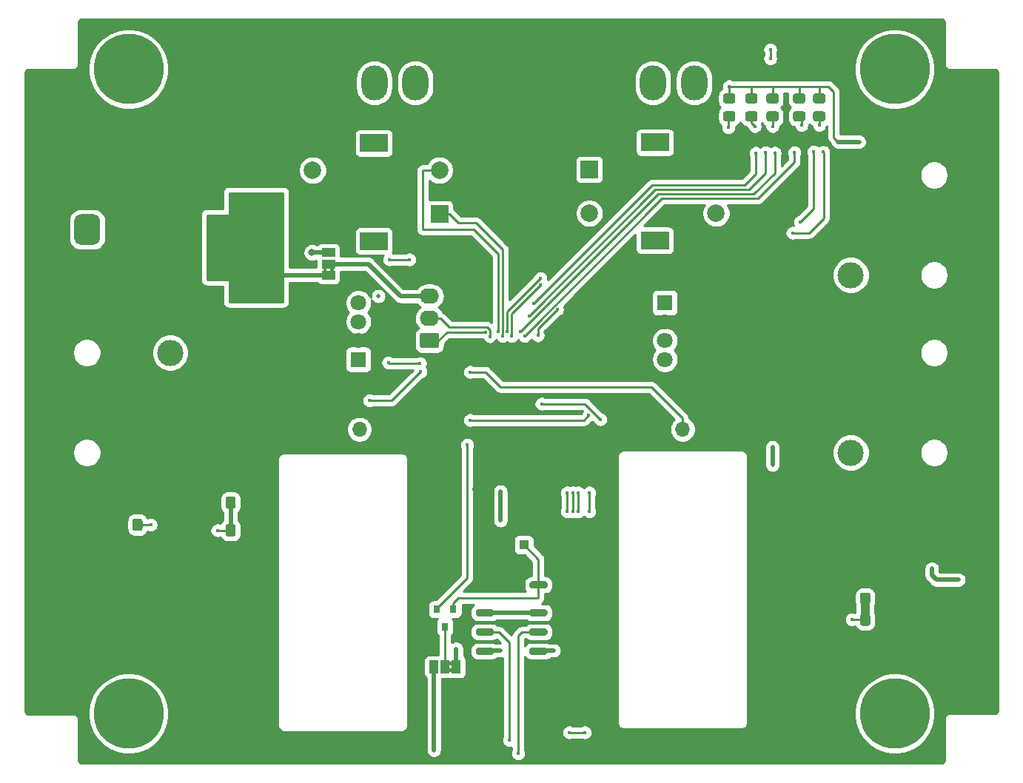
<source format=gbr>
%TF.GenerationSoftware,KiCad,Pcbnew,(5.1.7-0-10_14)*%
%TF.CreationDate,2020-11-10T14:05:38+00:00*%
%TF.ProjectId,CirrusDspPedal,43697272-7573-4447-9370-506564616c2e,rev?*%
%TF.SameCoordinates,Original*%
%TF.FileFunction,Copper,L2,Bot*%
%TF.FilePolarity,Positive*%
%FSLAX46Y46*%
G04 Gerber Fmt 4.6, Leading zero omitted, Abs format (unit mm)*
G04 Created by KiCad (PCBNEW (5.1.7-0-10_14)) date 2020-11-10 14:05:38*
%MOMM*%
%LPD*%
G01*
G04 APERTURE LIST*
%TA.AperFunction,EtchedComponent*%
%ADD10C,0.100000*%
%TD*%
%TA.AperFunction,SMDPad,CuDef*%
%ADD11R,1.500000X1.000000*%
%TD*%
%TA.AperFunction,ComponentPad*%
%ADD12O,2.190000X1.740000*%
%TD*%
%TA.AperFunction,ComponentPad*%
%ADD13R,2.000000X2.000000*%
%TD*%
%TA.AperFunction,ComponentPad*%
%ADD14C,2.000000*%
%TD*%
%TA.AperFunction,ComponentPad*%
%ADD15R,3.200000X2.000000*%
%TD*%
%TA.AperFunction,SMDPad,CuDef*%
%ADD16R,0.800000X0.900000*%
%TD*%
%TA.AperFunction,SMDPad,CuDef*%
%ADD17R,1.000000X1.500000*%
%TD*%
%TA.AperFunction,SMDPad,CuDef*%
%ADD18R,1.100000X1.100000*%
%TD*%
%TA.AperFunction,ComponentPad*%
%ADD19C,1.800000*%
%TD*%
%TA.AperFunction,ComponentPad*%
%ADD20R,1.800000X1.800000*%
%TD*%
%TA.AperFunction,ComponentPad*%
%ADD21O,3.000000X4.000000*%
%TD*%
%TA.AperFunction,ComponentPad*%
%ADD22O,1.700000X1.700000*%
%TD*%
%TA.AperFunction,ComponentPad*%
%ADD23R,1.700000X1.700000*%
%TD*%
%TA.AperFunction,ComponentPad*%
%ADD24C,3.000000*%
%TD*%
%TA.AperFunction,ComponentPad*%
%ADD25R,3.500000X3.500000*%
%TD*%
%TA.AperFunction,ComponentPad*%
%ADD26C,8.000000*%
%TD*%
%TA.AperFunction,ComponentPad*%
%ADD27C,0.900000*%
%TD*%
%TA.AperFunction,ViaPad*%
%ADD28C,0.800000*%
%TD*%
%TA.AperFunction,ViaPad*%
%ADD29C,0.450000*%
%TD*%
%TA.AperFunction,Conductor*%
%ADD30C,0.250000*%
%TD*%
%TA.AperFunction,Conductor*%
%ADD31C,1.000000*%
%TD*%
%TA.AperFunction,Conductor*%
%ADD32C,0.500000*%
%TD*%
%TA.AperFunction,Conductor*%
%ADD33C,0.254000*%
%TD*%
%TA.AperFunction,Conductor*%
%ADD34C,0.100000*%
%TD*%
G04 APERTURE END LIST*
D10*
%TO.C,JP1*%
G36*
X128235000Y-84085000D02*
G01*
X128235000Y-83585000D01*
X127835000Y-83585000D01*
X127835000Y-84085000D01*
X128235000Y-84085000D01*
G37*
G36*
X127435000Y-84085000D02*
G01*
X127435000Y-83585000D01*
X127035000Y-83585000D01*
X127035000Y-84085000D01*
X127435000Y-84085000D01*
G37*
%TO.C,JP2*%
G36*
X141870000Y-129486000D02*
G01*
X141370000Y-129486000D01*
X141370000Y-129886000D01*
X141870000Y-129886000D01*
X141870000Y-129486000D01*
G37*
G36*
X141870000Y-128686000D02*
G01*
X141370000Y-128686000D01*
X141370000Y-129086000D01*
X141870000Y-129086000D01*
X141870000Y-128686000D01*
G37*
%TD*%
D11*
%TO.P,JP1,2*%
%TO.N,Net-(J8-Pad3)*%
X127635000Y-83185000D03*
%TO.P,JP1,3*%
%TO.N,+3V3*%
X127635000Y-81885000D03*
%TO.P,JP1,1*%
%TO.N,+5V*%
X127635000Y-84485000D03*
%TD*%
D12*
%TO.P,J8,4*%
%TO.N,GND*%
X139192000Y-84328000D03*
%TO.P,J8,3*%
%TO.N,Net-(J8-Pad3)*%
X139192000Y-86868000D03*
%TO.P,J8,2*%
%TO.N,/SignalProcessing/OLED_SCL*%
X139192000Y-89408000D03*
%TO.P,J8,1*%
%TO.N,/SignalProcessing/OLED_SDA*%
%TA.AperFunction,ComponentPad*%
G36*
G01*
X140037001Y-92818000D02*
X138346999Y-92818000D01*
G75*
G02*
X138097000Y-92568001I0J249999D01*
G01*
X138097000Y-91327999D01*
G75*
G02*
X138346999Y-91078000I249999J0D01*
G01*
X140037001Y-91078000D01*
G75*
G02*
X140287000Y-91327999I0J-249999D01*
G01*
X140287000Y-92568001D01*
G75*
G02*
X140037001Y-92818000I-249999J0D01*
G01*
G37*
%TD.AperFunction*%
%TD*%
D13*
%TO.P,SW6,A*%
%TO.N,/ExtInput/Encoder2_ENC_A*%
X140335000Y-77470000D03*
D14*
%TO.P,SW6,C*%
%TO.N,GND*%
X140335000Y-74970000D03*
%TO.P,SW6,B*%
%TO.N,/ExtInput/Encoder2_ENC_B*%
X140335000Y-72470000D03*
D15*
%TO.P,SW6,MP*%
%TO.N,N/C*%
X132835000Y-80570000D03*
X132835000Y-69370000D03*
D14*
%TO.P,SW6,S2*%
%TO.N,GND*%
X125835000Y-77470000D03*
%TO.P,SW6,S1*%
%TO.N,/ExtInput/Encoder2_ENC_SW*%
X125835000Y-72470000D03*
%TD*%
D13*
%TO.P,SW5,A*%
%TO.N,/ExtInput/Encoder1_ENC_A*%
X157480000Y-72390000D03*
D14*
%TO.P,SW5,C*%
%TO.N,GND*%
X157480000Y-74890000D03*
%TO.P,SW5,B*%
%TO.N,/ExtInput/Encoder1_ENC_B*%
X157480000Y-77390000D03*
D15*
%TO.P,SW5,MP*%
%TO.N,N/C*%
X164980000Y-69290000D03*
X164980000Y-80490000D03*
D14*
%TO.P,SW5,S2*%
%TO.N,GND*%
X171980000Y-72390000D03*
%TO.P,SW5,S1*%
%TO.N,/ExtInput/Encoder1_ENC_SW*%
X171980000Y-77390000D03*
%TD*%
D16*
%TO.P,Q1,3*%
%TO.N,Net-(JP2-Pad2)*%
X140970000Y-124698000D03*
%TO.P,Q1,2*%
%TO.N,Net-(D2-Pad1)*%
X141920000Y-122698000D03*
%TO.P,Q1,1*%
%TO.N,/SignalProcessing/RelayCoil_OUT*%
X140020000Y-122698000D03*
%TD*%
D17*
%TO.P,JP2,2*%
%TO.N,Net-(JP2-Pad2)*%
X140970000Y-129286000D03*
%TO.P,JP2,3*%
%TO.N,+5V*%
X139670000Y-129286000D03*
%TO.P,JP2,1*%
%TO.N,+3V3*%
X142270000Y-129286000D03*
%TD*%
%TO.P,K1,1*%
%TO.N,Net-(D2-Pad1)*%
%TA.AperFunction,SMDPad,CuDef*%
G36*
G01*
X152690000Y-119698000D02*
X152690000Y-120098000D01*
G75*
G02*
X152490000Y-120298000I-200000J0D01*
G01*
X150830000Y-120298000D01*
G75*
G02*
X150630000Y-120098000I0J200000D01*
G01*
X150630000Y-119698000D01*
G75*
G02*
X150830000Y-119498000I200000J0D01*
G01*
X152490000Y-119498000D01*
G75*
G02*
X152690000Y-119698000I0J-200000D01*
G01*
G37*
%TD.AperFunction*%
%TO.P,K1,2*%
%TO.N,Net-(K1-Pad2)*%
%TA.AperFunction,SMDPad,CuDef*%
G36*
G01*
X152690000Y-122898000D02*
X152690000Y-123298000D01*
G75*
G02*
X152490000Y-123498000I-200000J0D01*
G01*
X150830000Y-123498000D01*
G75*
G02*
X150630000Y-123298000I0J200000D01*
G01*
X150630000Y-122898000D01*
G75*
G02*
X150830000Y-122698000I200000J0D01*
G01*
X152490000Y-122698000D01*
G75*
G02*
X152690000Y-122898000I0J-200000D01*
G01*
G37*
%TD.AperFunction*%
%TO.P,K1,3*%
%TO.N,/InputSignal/ADIN_SDOUT*%
%TA.AperFunction,SMDPad,CuDef*%
G36*
G01*
X152690000Y-125098000D02*
X152690000Y-125498000D01*
G75*
G02*
X152490000Y-125698000I-200000J0D01*
G01*
X150830000Y-125698000D01*
G75*
G02*
X150630000Y-125498000I0J200000D01*
G01*
X150630000Y-125098000D01*
G75*
G02*
X150830000Y-124898000I200000J0D01*
G01*
X152490000Y-124898000D01*
G75*
G02*
X152690000Y-125098000I0J-200000D01*
G01*
G37*
%TD.AperFunction*%
%TO.P,K1,4*%
%TO.N,/SignalRelay/FX_IN*%
%TA.AperFunction,SMDPad,CuDef*%
G36*
G01*
X152690000Y-127298000D02*
X152690000Y-127698000D01*
G75*
G02*
X152490000Y-127898000I-200000J0D01*
G01*
X150830000Y-127898000D01*
G75*
G02*
X150630000Y-127698000I0J200000D01*
G01*
X150630000Y-127298000D01*
G75*
G02*
X150830000Y-127098000I200000J0D01*
G01*
X152490000Y-127098000D01*
G75*
G02*
X152690000Y-127298000I0J-200000D01*
G01*
G37*
%TD.AperFunction*%
%TO.P,K1,5*%
%TO.N,/SignalRelay/FX_OUT*%
%TA.AperFunction,SMDPad,CuDef*%
G36*
G01*
X146550000Y-127298000D02*
X146550000Y-127698000D01*
G75*
G02*
X146350000Y-127898000I-200000J0D01*
G01*
X144690000Y-127898000D01*
G75*
G02*
X144490000Y-127698000I0J200000D01*
G01*
X144490000Y-127298000D01*
G75*
G02*
X144690000Y-127098000I200000J0D01*
G01*
X146350000Y-127098000D01*
G75*
G02*
X146550000Y-127298000I0J-200000D01*
G01*
G37*
%TD.AperFunction*%
%TO.P,K1,6*%
%TO.N,/OutputSignal/ADOUT_SDIN*%
%TA.AperFunction,SMDPad,CuDef*%
G36*
G01*
X146550000Y-125098000D02*
X146550000Y-125498000D01*
G75*
G02*
X146350000Y-125698000I-200000J0D01*
G01*
X144690000Y-125698000D01*
G75*
G02*
X144490000Y-125498000I0J200000D01*
G01*
X144490000Y-125098000D01*
G75*
G02*
X144690000Y-124898000I200000J0D01*
G01*
X146350000Y-124898000D01*
G75*
G02*
X146550000Y-125098000I0J-200000D01*
G01*
G37*
%TD.AperFunction*%
%TO.P,K1,7*%
%TO.N,Net-(K1-Pad2)*%
%TA.AperFunction,SMDPad,CuDef*%
G36*
G01*
X146550000Y-122898000D02*
X146550000Y-123298000D01*
G75*
G02*
X146350000Y-123498000I-200000J0D01*
G01*
X144690000Y-123498000D01*
G75*
G02*
X144490000Y-123298000I0J200000D01*
G01*
X144490000Y-122898000D01*
G75*
G02*
X144690000Y-122698000I200000J0D01*
G01*
X146350000Y-122698000D01*
G75*
G02*
X146550000Y-122898000I0J-200000D01*
G01*
G37*
%TD.AperFunction*%
%TO.P,K1,8*%
%TO.N,GND*%
%TA.AperFunction,SMDPad,CuDef*%
G36*
G01*
X146550000Y-119698000D02*
X146550000Y-120098000D01*
G75*
G02*
X146350000Y-120298000I-200000J0D01*
G01*
X144690000Y-120298000D01*
G75*
G02*
X144490000Y-120098000I0J200000D01*
G01*
X144490000Y-119698000D01*
G75*
G02*
X144690000Y-119498000I200000J0D01*
G01*
X146350000Y-119498000D01*
G75*
G02*
X146550000Y-119698000I0J-200000D01*
G01*
G37*
%TD.AperFunction*%
%TD*%
D18*
%TO.P,D2,2*%
%TO.N,GND*%
X147190000Y-115316000D03*
%TO.P,D2,1*%
%TO.N,Net-(D2-Pad1)*%
X149990000Y-115316000D03*
%TD*%
D19*
%TO.P,LED1,4*%
%TO.N,Net-(LED1-Pad4)*%
X131064000Y-87630000D03*
%TO.P,LED1,3*%
%TO.N,Net-(LED1-Pad3)*%
X131064000Y-89789000D03*
%TO.P,LED1,2*%
%TO.N,GND*%
X131064000Y-91948000D03*
D20*
%TO.P,LED1,1*%
%TO.N,Net-(LED1-Pad1)*%
X131064000Y-94107000D03*
%TD*%
D19*
%TO.P,LED2,4*%
%TO.N,Net-(LED2-Pad4)*%
X166116000Y-94107000D03*
%TO.P,LED2,3*%
%TO.N,Net-(LED2-Pad3)*%
X166116000Y-91948000D03*
%TO.P,LED2,2*%
%TO.N,GND*%
X166116000Y-89789000D03*
D20*
%TO.P,LED2,1*%
%TO.N,Net-(LED2-Pad1)*%
X166116000Y-87630000D03*
%TD*%
D21*
%TO.P,SW4,3*%
%TO.N,N/C*%
X137585000Y-62484000D03*
%TO.P,SW4,1*%
%TO.N,GND*%
X128185000Y-62484000D03*
%TO.P,SW4,2*%
%TO.N,/ExtInput/UserSwitchB_IN*%
X132885000Y-62484000D03*
%TD*%
%TO.P,SW3,3*%
%TO.N,N/C*%
X169465000Y-62484000D03*
%TO.P,SW3,1*%
%TO.N,GND*%
X160065000Y-62484000D03*
%TO.P,SW3,2*%
%TO.N,/ExtInput/UserSwitchA_IN*%
X164765000Y-62484000D03*
%TD*%
D22*
%TO.P,SW2,2*%
%TO.N,/ExtInput/FootSwitchB_IN*%
X168148000Y-102108000D03*
D23*
%TO.P,SW2,1*%
%TO.N,GND*%
X165608000Y-102108000D03*
%TD*%
D22*
%TO.P,SW1,2*%
%TO.N,/ExtInput/FootSwitchA_IN*%
X131191000Y-102108000D03*
D23*
%TO.P,SW1,1*%
%TO.N,GND*%
X128651000Y-102108000D03*
%TD*%
%TO.P,R28,2*%
%TO.N,/MicroSD/uSD_D1*%
%TA.AperFunction,SMDPad,CuDef*%
G36*
G01*
X183318999Y-65728000D02*
X184219001Y-65728000D01*
G75*
G02*
X184469000Y-65977999I0J-249999D01*
G01*
X184469000Y-66628001D01*
G75*
G02*
X184219001Y-66878000I-249999J0D01*
G01*
X183318999Y-66878000D01*
G75*
G02*
X183069000Y-66628001I0J249999D01*
G01*
X183069000Y-65977999D01*
G75*
G02*
X183318999Y-65728000I249999J0D01*
G01*
G37*
%TD.AperFunction*%
%TO.P,R28,1*%
%TO.N,+3V3*%
%TA.AperFunction,SMDPad,CuDef*%
G36*
G01*
X183318999Y-63678000D02*
X184219001Y-63678000D01*
G75*
G02*
X184469000Y-63927999I0J-249999D01*
G01*
X184469000Y-64578001D01*
G75*
G02*
X184219001Y-64828000I-249999J0D01*
G01*
X183318999Y-64828000D01*
G75*
G02*
X183069000Y-64578001I0J249999D01*
G01*
X183069000Y-63927999D01*
G75*
G02*
X183318999Y-63678000I249999J0D01*
G01*
G37*
%TD.AperFunction*%
%TD*%
%TO.P,R27,2*%
%TO.N,/MicroSD/uSD_D0*%
%TA.AperFunction,SMDPad,CuDef*%
G36*
G01*
X181032999Y-65728000D02*
X181933001Y-65728000D01*
G75*
G02*
X182183000Y-65977999I0J-249999D01*
G01*
X182183000Y-66628001D01*
G75*
G02*
X181933001Y-66878000I-249999J0D01*
G01*
X181032999Y-66878000D01*
G75*
G02*
X180783000Y-66628001I0J249999D01*
G01*
X180783000Y-65977999D01*
G75*
G02*
X181032999Y-65728000I249999J0D01*
G01*
G37*
%TD.AperFunction*%
%TO.P,R27,1*%
%TO.N,+3V3*%
%TA.AperFunction,SMDPad,CuDef*%
G36*
G01*
X181032999Y-63678000D02*
X181933001Y-63678000D01*
G75*
G02*
X182183000Y-63927999I0J-249999D01*
G01*
X182183000Y-64578001D01*
G75*
G02*
X181933001Y-64828000I-249999J0D01*
G01*
X181032999Y-64828000D01*
G75*
G02*
X180783000Y-64578001I0J249999D01*
G01*
X180783000Y-63927999D01*
G75*
G02*
X181032999Y-63678000I249999J0D01*
G01*
G37*
%TD.AperFunction*%
%TD*%
%TO.P,R26,2*%
%TO.N,/MicroSD/uSD_CMD*%
%TA.AperFunction,SMDPad,CuDef*%
G36*
G01*
X177984999Y-65728000D02*
X178885001Y-65728000D01*
G75*
G02*
X179135000Y-65977999I0J-249999D01*
G01*
X179135000Y-66628001D01*
G75*
G02*
X178885001Y-66878000I-249999J0D01*
G01*
X177984999Y-66878000D01*
G75*
G02*
X177735000Y-66628001I0J249999D01*
G01*
X177735000Y-65977999D01*
G75*
G02*
X177984999Y-65728000I249999J0D01*
G01*
G37*
%TD.AperFunction*%
%TO.P,R26,1*%
%TO.N,+3V3*%
%TA.AperFunction,SMDPad,CuDef*%
G36*
G01*
X177984999Y-63678000D02*
X178885001Y-63678000D01*
G75*
G02*
X179135000Y-63927999I0J-249999D01*
G01*
X179135000Y-64578001D01*
G75*
G02*
X178885001Y-64828000I-249999J0D01*
G01*
X177984999Y-64828000D01*
G75*
G02*
X177735000Y-64578001I0J249999D01*
G01*
X177735000Y-63927999D01*
G75*
G02*
X177984999Y-63678000I249999J0D01*
G01*
G37*
%TD.AperFunction*%
%TD*%
%TO.P,R25,2*%
%TO.N,/MicroSD/uSD_D3*%
%TA.AperFunction,SMDPad,CuDef*%
G36*
G01*
X175571999Y-65728000D02*
X176472001Y-65728000D01*
G75*
G02*
X176722000Y-65977999I0J-249999D01*
G01*
X176722000Y-66628001D01*
G75*
G02*
X176472001Y-66878000I-249999J0D01*
G01*
X175571999Y-66878000D01*
G75*
G02*
X175322000Y-66628001I0J249999D01*
G01*
X175322000Y-65977999D01*
G75*
G02*
X175571999Y-65728000I249999J0D01*
G01*
G37*
%TD.AperFunction*%
%TO.P,R25,1*%
%TO.N,+3V3*%
%TA.AperFunction,SMDPad,CuDef*%
G36*
G01*
X175571999Y-63678000D02*
X176472001Y-63678000D01*
G75*
G02*
X176722000Y-63927999I0J-249999D01*
G01*
X176722000Y-64578001D01*
G75*
G02*
X176472001Y-64828000I-249999J0D01*
G01*
X175571999Y-64828000D01*
G75*
G02*
X175322000Y-64578001I0J249999D01*
G01*
X175322000Y-63927999D01*
G75*
G02*
X175571999Y-63678000I249999J0D01*
G01*
G37*
%TD.AperFunction*%
%TD*%
%TO.P,R24,2*%
%TO.N,/MicroSD/uSD_D2*%
%TA.AperFunction,SMDPad,CuDef*%
G36*
G01*
X173031999Y-65728000D02*
X173932001Y-65728000D01*
G75*
G02*
X174182000Y-65977999I0J-249999D01*
G01*
X174182000Y-66628001D01*
G75*
G02*
X173932001Y-66878000I-249999J0D01*
G01*
X173031999Y-66878000D01*
G75*
G02*
X172782000Y-66628001I0J249999D01*
G01*
X172782000Y-65977999D01*
G75*
G02*
X173031999Y-65728000I249999J0D01*
G01*
G37*
%TD.AperFunction*%
%TO.P,R24,1*%
%TO.N,+3V3*%
%TA.AperFunction,SMDPad,CuDef*%
G36*
G01*
X173031999Y-63678000D02*
X173932001Y-63678000D01*
G75*
G02*
X174182000Y-63927999I0J-249999D01*
G01*
X174182000Y-64578001D01*
G75*
G02*
X173932001Y-64828000I-249999J0D01*
G01*
X173031999Y-64828000D01*
G75*
G02*
X172782000Y-64578001I0J249999D01*
G01*
X172782000Y-63927999D01*
G75*
G02*
X173031999Y-63678000I249999J0D01*
G01*
G37*
%TD.AperFunction*%
%TD*%
D24*
%TO.P,J5,1*%
%TO.N,Net-(J5-Pad1)*%
X187388500Y-84455000D03*
%TO.P,J5,2*%
%TO.N,GND*%
X187388500Y-73025000D03*
%TO.P,J5,3*%
X200088500Y-73025000D03*
%TO.P,J5,4*%
X200088500Y-84455000D03*
%TD*%
%TO.P,J4,3*%
%TO.N,GND*%
%TA.AperFunction,ComponentPad*%
G36*
G01*
X101295000Y-75423000D02*
X101295000Y-73673000D01*
G75*
G02*
X102170000Y-72798000I875000J0D01*
G01*
X103920000Y-72798000D01*
G75*
G02*
X104795000Y-73673000I0J-875000D01*
G01*
X104795000Y-75423000D01*
G75*
G02*
X103920000Y-76298000I-875000J0D01*
G01*
X102170000Y-76298000D01*
G75*
G02*
X101295000Y-75423000I0J875000D01*
G01*
G37*
%TD.AperFunction*%
%TO.P,J4,2*%
%TO.N,Net-(D1-Pad2)*%
%TA.AperFunction,ComponentPad*%
G36*
G01*
X98545000Y-80248000D02*
X98545000Y-78248000D01*
G75*
G02*
X99295000Y-77498000I750000J0D01*
G01*
X100795000Y-77498000D01*
G75*
G02*
X101545000Y-78248000I0J-750000D01*
G01*
X101545000Y-80248000D01*
G75*
G02*
X100795000Y-80998000I-750000J0D01*
G01*
X99295000Y-80998000D01*
G75*
G02*
X98545000Y-80248000I0J750000D01*
G01*
G37*
%TD.AperFunction*%
D25*
%TO.P,J4,1*%
%TO.N,GND*%
X106045000Y-79248000D03*
%TD*%
D24*
%TO.P,J2,1*%
%TO.N,Net-(C14-Pad2)*%
X109537500Y-93345000D03*
%TO.P,J2,2*%
%TO.N,GND*%
X109537500Y-104775000D03*
%TO.P,J2,3*%
X96837500Y-104775000D03*
%TO.P,J2,4*%
X96837500Y-93345000D03*
%TD*%
%TO.P,J1,1*%
%TO.N,Net-(J1-Pad1)*%
X187388500Y-104775000D03*
%TO.P,J1,2*%
%TO.N,GND*%
X187388500Y-93345000D03*
%TO.P,J1,3*%
X200088500Y-93345000D03*
%TO.P,J1,4*%
X200088500Y-104775000D03*
%TD*%
%TO.P,C13,2*%
%TO.N,GND*%
%TA.AperFunction,SMDPad,CuDef*%
G36*
G01*
X104325000Y-112579999D02*
X104325000Y-113480001D01*
G75*
G02*
X104075001Y-113730000I-249999J0D01*
G01*
X103424999Y-113730000D01*
G75*
G02*
X103175000Y-113480001I0J249999D01*
G01*
X103175000Y-112579999D01*
G75*
G02*
X103424999Y-112330000I249999J0D01*
G01*
X104075001Y-112330000D01*
G75*
G02*
X104325000Y-112579999I0J-249999D01*
G01*
G37*
%TD.AperFunction*%
%TO.P,C13,1*%
%TO.N,/OutputSignal/FILT*%
%TA.AperFunction,SMDPad,CuDef*%
G36*
G01*
X106375000Y-112579999D02*
X106375000Y-113480001D01*
G75*
G02*
X106125001Y-113730000I-249999J0D01*
G01*
X105474999Y-113730000D01*
G75*
G02*
X105225000Y-113480001I0J249999D01*
G01*
X105225000Y-112579999D01*
G75*
G02*
X105474999Y-112330000I249999J0D01*
G01*
X106125001Y-112330000D01*
G75*
G02*
X106375000Y-112579999I0J-249999D01*
G01*
G37*
%TD.AperFunction*%
%TD*%
%TO.P,C11,2*%
%TO.N,GND*%
%TA.AperFunction,SMDPad,CuDef*%
G36*
G01*
X117925000Y-110940001D02*
X117925000Y-110039999D01*
G75*
G02*
X118174999Y-109790000I249999J0D01*
G01*
X118825001Y-109790000D01*
G75*
G02*
X119075000Y-110039999I0J-249999D01*
G01*
X119075000Y-110940001D01*
G75*
G02*
X118825001Y-111190000I-249999J0D01*
G01*
X118174999Y-111190000D01*
G75*
G02*
X117925000Y-110940001I0J249999D01*
G01*
G37*
%TD.AperFunction*%
%TO.P,C11,1*%
%TO.N,/OutputSignal/VQ*%
%TA.AperFunction,SMDPad,CuDef*%
G36*
G01*
X115875000Y-110940001D02*
X115875000Y-110039999D01*
G75*
G02*
X116124999Y-109790000I249999J0D01*
G01*
X116775001Y-109790000D01*
G75*
G02*
X117025000Y-110039999I0J-249999D01*
G01*
X117025000Y-110940001D01*
G75*
G02*
X116775001Y-111190000I-249999J0D01*
G01*
X116124999Y-111190000D01*
G75*
G02*
X115875000Y-110940001I0J249999D01*
G01*
G37*
%TD.AperFunction*%
%TD*%
%TO.P,C10,2*%
%TO.N,GND*%
%TA.AperFunction,SMDPad,CuDef*%
G36*
G01*
X117925000Y-114115001D02*
X117925000Y-113214999D01*
G75*
G02*
X118174999Y-112965000I249999J0D01*
G01*
X118825001Y-112965000D01*
G75*
G02*
X119075000Y-113214999I0J-249999D01*
G01*
X119075000Y-114115001D01*
G75*
G02*
X118825001Y-114365000I-249999J0D01*
G01*
X118174999Y-114365000D01*
G75*
G02*
X117925000Y-114115001I0J249999D01*
G01*
G37*
%TD.AperFunction*%
%TO.P,C10,1*%
%TO.N,/OutputSignal/VQ*%
%TA.AperFunction,SMDPad,CuDef*%
G36*
G01*
X115875000Y-114115001D02*
X115875000Y-113214999D01*
G75*
G02*
X116124999Y-112965000I249999J0D01*
G01*
X116775001Y-112965000D01*
G75*
G02*
X117025000Y-113214999I0J-249999D01*
G01*
X117025000Y-114115001D01*
G75*
G02*
X116775001Y-114365000I-249999J0D01*
G01*
X116124999Y-114365000D01*
G75*
G02*
X115875000Y-114115001I0J249999D01*
G01*
G37*
%TD.AperFunction*%
%TD*%
%TO.P,C2,2*%
%TO.N,GND*%
%TA.AperFunction,SMDPad,CuDef*%
G36*
G01*
X190505500Y-124338501D02*
X190505500Y-123438499D01*
G75*
G02*
X190755499Y-123188500I249999J0D01*
G01*
X191405501Y-123188500D01*
G75*
G02*
X191655500Y-123438499I0J-249999D01*
G01*
X191655500Y-124338501D01*
G75*
G02*
X191405501Y-124588500I-249999J0D01*
G01*
X190755499Y-124588500D01*
G75*
G02*
X190505500Y-124338501I0J249999D01*
G01*
G37*
%TD.AperFunction*%
%TO.P,C2,1*%
%TO.N,/InputSignal/VQ*%
%TA.AperFunction,SMDPad,CuDef*%
G36*
G01*
X188455500Y-124338501D02*
X188455500Y-123438499D01*
G75*
G02*
X188705499Y-123188500I249999J0D01*
G01*
X189355501Y-123188500D01*
G75*
G02*
X189605500Y-123438499I0J-249999D01*
G01*
X189605500Y-124338501D01*
G75*
G02*
X189355501Y-124588500I-249999J0D01*
G01*
X188705499Y-124588500D01*
G75*
G02*
X188455500Y-124338501I0J249999D01*
G01*
G37*
%TD.AperFunction*%
%TD*%
%TO.P,C1,2*%
%TO.N,GND*%
%TA.AperFunction,SMDPad,CuDef*%
G36*
G01*
X190505500Y-121925501D02*
X190505500Y-121025499D01*
G75*
G02*
X190755499Y-120775500I249999J0D01*
G01*
X191405501Y-120775500D01*
G75*
G02*
X191655500Y-121025499I0J-249999D01*
G01*
X191655500Y-121925501D01*
G75*
G02*
X191405501Y-122175500I-249999J0D01*
G01*
X190755499Y-122175500D01*
G75*
G02*
X190505500Y-121925501I0J249999D01*
G01*
G37*
%TD.AperFunction*%
%TO.P,C1,1*%
%TO.N,/InputSignal/VQ*%
%TA.AperFunction,SMDPad,CuDef*%
G36*
G01*
X188455500Y-121925501D02*
X188455500Y-121025499D01*
G75*
G02*
X188705499Y-120775500I249999J0D01*
G01*
X189355501Y-120775500D01*
G75*
G02*
X189605500Y-121025499I0J-249999D01*
G01*
X189605500Y-121925501D01*
G75*
G02*
X189355501Y-122175500I-249999J0D01*
G01*
X188705499Y-122175500D01*
G75*
G02*
X188455500Y-121925501I0J249999D01*
G01*
G37*
%TD.AperFunction*%
%TD*%
D26*
%TO.P,REF\u002A\u002A,1*%
%TO.N,N/C*%
X192405000Y-60896500D03*
D27*
X195405000Y-60896500D03*
X194526320Y-63017820D03*
X192405000Y-63896500D03*
X190283680Y-63017820D03*
X189405000Y-60896500D03*
X190283680Y-58775180D03*
X192405000Y-57896500D03*
X194526320Y-58775180D03*
%TD*%
D26*
%TO.P,REF\u002A\u002A,1*%
%TO.N,N/C*%
X104775000Y-60896500D03*
D27*
X107775000Y-60896500D03*
X106896320Y-63017820D03*
X104775000Y-63896500D03*
X102653680Y-63017820D03*
X101775000Y-60896500D03*
X102653680Y-58775180D03*
X104775000Y-57896500D03*
X106896320Y-58775180D03*
%TD*%
D26*
%TO.P,REF\u002A\u002A,1*%
%TO.N,N/C*%
X104775000Y-134620000D03*
D27*
X107775000Y-134620000D03*
X106896320Y-136741320D03*
X104775000Y-137620000D03*
X102653680Y-136741320D03*
X101775000Y-134620000D03*
X102653680Y-132498680D03*
X104775000Y-131620000D03*
X106896320Y-132498680D03*
%TD*%
%TO.P,REF\u002A\u002A,1*%
%TO.N,N/C*%
X194526320Y-132498680D03*
X192405000Y-131620000D03*
X190283680Y-132498680D03*
X189405000Y-134620000D03*
X190283680Y-136741320D03*
X192405000Y-137620000D03*
X194526320Y-136741320D03*
X195405000Y-134620000D03*
D26*
X192405000Y-134620000D03*
%TD*%
D28*
%TO.N,+5V*%
X117475000Y-82550000D03*
X118745000Y-82550000D03*
X117475000Y-80010000D03*
X118745000Y-80010000D03*
%TO.N,GND*%
X117475000Y-67310000D03*
X118745000Y-64770000D03*
X117475000Y-64770000D03*
D29*
X187507500Y-122880500D03*
X188785500Y-115379500D03*
X199707500Y-125031500D03*
X104140000Y-111760000D03*
X99060000Y-111760000D03*
X107315000Y-114315013D03*
X183515000Y-114427000D03*
X148336000Y-75184000D03*
X143863002Y-100048000D03*
X106181000Y-125485000D03*
X193161500Y-121417500D03*
X180848000Y-101981000D03*
X156464000Y-89408000D03*
X180276500Y-130238500D03*
X151384000Y-109982000D03*
X144281000Y-108975000D03*
X145097500Y-105346500D03*
X182041800Y-69672200D03*
X146586000Y-93726000D03*
X145288000Y-88138000D03*
X112649000Y-75565000D03*
X113411000Y-71755000D03*
X113411000Y-86995000D03*
D28*
X118745000Y-60960000D03*
X120015000Y-60960000D03*
X121285000Y-60960000D03*
X117475000Y-60960000D03*
X117475000Y-62865000D03*
X118745000Y-62865000D03*
X120015000Y-62865000D03*
X121285000Y-62865000D03*
X120015000Y-64770000D03*
X121285000Y-64770000D03*
X117475000Y-71120000D03*
X118745000Y-71120000D03*
X120015000Y-71120000D03*
X121285000Y-71120000D03*
X121285000Y-69215000D03*
X120015000Y-69215000D03*
X118745000Y-69215000D03*
X117475000Y-69215000D03*
X121285000Y-67310000D03*
X118745000Y-67310000D03*
X120015000Y-67310000D03*
D29*
%TO.N,/InputSignal/VQ*%
X187507500Y-123880500D03*
%TO.N,+3V3*%
X185928000Y-69215000D03*
X178435000Y-104140000D03*
X178435000Y-106172000D03*
X152019000Y-99187000D03*
X158750000Y-100965000D03*
X142240000Y-127254000D03*
X147320000Y-112522000D03*
X147320000Y-109220000D03*
X173482000Y-62865000D03*
X188341000Y-69215000D03*
X138115998Y-94548002D03*
X133350000Y-86867996D03*
X134493000Y-94488000D03*
D28*
X125760000Y-81885000D03*
D29*
%TO.N,/OutputSignal/VQ*%
X114935000Y-113665000D03*
%TO.N,/OutputSignal/FILT*%
X107315000Y-113030012D03*
%TO.N,/ExtInput/FootExp_IN*%
X143847000Y-101048000D03*
X157416500Y-100520500D03*
%TO.N,/SignalProcessing/RelayCoil_OUT*%
X143510000Y-103886000D03*
%TO.N,GNDPWR*%
X178181000Y-59690000D03*
X178181000Y-58674000D03*
%TO.N,/MicroSD/uSD_D0*%
X181610000Y-78359000D03*
X183134000Y-70358000D03*
X181737000Y-67310000D03*
%TO.N,/MicroSD/uSD_CLK*%
X180936900Y-70446900D03*
X150086000Y-91412000D03*
%TO.N,/MicroSD/uSD_CMD*%
X178689000Y-70485000D03*
X178435000Y-67437000D03*
X149586000Y-90952000D03*
%TO.N,/MicroSD/uSD_D3*%
X177634900Y-70446900D03*
X176403000Y-67437000D03*
X150586000Y-89118000D03*
%TO.N,/MicroSD/uSD_D1*%
X180721000Y-79629000D03*
X184251600Y-70383400D03*
X183769000Y-67310000D03*
%TO.N,/MicroSD/uSD_D2*%
X176530000Y-70485000D03*
X173367700Y-67576700D03*
X151086000Y-87713000D03*
%TO.N,/InputSignal/ADIN_SDOUT*%
X149352000Y-139192000D03*
%TO.N,/SignalRelay/FX_IN*%
X155575000Y-109347000D03*
X155575000Y-111506000D03*
X153416000Y-127416000D03*
%TO.N,/SignalRelay/FX_OUT*%
X147320000Y-127416000D03*
X154940000Y-109347000D03*
X154940000Y-111506000D03*
%TO.N,/OutputSignal/ADOUT_SDIN*%
X148336000Y-137668000D03*
%TO.N,/ExtInput/FootSwitchA_IN*%
X138176000Y-95503996D03*
X132334004Y-98806000D03*
%TO.N,/ExtInput/FootSwitchB_IN*%
X143847000Y-95548000D03*
%TO.N,/InputSignal/ADIN_MCLK*%
X157480000Y-109347000D03*
X157480000Y-111506000D03*
X156972000Y-136779000D03*
X155194000Y-136779000D03*
%TO.N,/InputSignal/ADIN_LRCK*%
X156210000Y-109347000D03*
X156210000Y-111506000D03*
%TO.N,+5V*%
X196659500Y-118046500D03*
X199707500Y-119316500D03*
X139700000Y-138811000D03*
D28*
X117475000Y-76200000D03*
X118745000Y-76200000D03*
X120015000Y-76200000D03*
X121285000Y-76200000D03*
X117475000Y-78105000D03*
X118745000Y-78105000D03*
X120015000Y-78105000D03*
X121285000Y-78105000D03*
X121285000Y-80010000D03*
X120015000Y-80010000D03*
X121285000Y-86360000D03*
X120015000Y-86360000D03*
X117475000Y-86360000D03*
X118745000Y-86360000D03*
X121285000Y-84455000D03*
X120015000Y-84455000D03*
X118745000Y-84455000D03*
X117475000Y-84455000D03*
X121285000Y-82550000D03*
X120015000Y-82550000D03*
D29*
%TO.N,/ExtInput/Encoder2_ENC_A*%
X147586000Y-91452000D03*
%TO.N,/ExtInput/Encoder2_ENC_B*%
X147086000Y-90952000D03*
%TO.N,/ExtInput/Encoder1_ENC_A*%
X148590000Y-91440004D03*
X151892000Y-85598000D03*
%TO.N,/ExtInput/Encoder1_ENC_B*%
X148082000Y-90932000D03*
X151892000Y-84836000D03*
%TO.N,/ExtInput/Encoder1_ENC_SW*%
X151586000Y-91388000D03*
X153797000Y-88392000D03*
%TO.N,/ExtInput/Encoder2_ENC_SW*%
X136906000Y-82677000D03*
X134620000Y-82677000D03*
%TO.N,/SignalProcessing/OLED_SCL*%
X146086000Y-91476000D03*
%TO.N,/SignalProcessing/OLED_SDA*%
X145586000Y-90976000D03*
%TD*%
D30*
%TO.N,/InputSignal/VQ*%
X189022500Y-123880500D02*
X189030500Y-123888500D01*
X187507500Y-123880500D02*
X189022500Y-123880500D01*
D31*
X189030500Y-123888500D02*
X189030500Y-121475500D01*
D32*
%TO.N,+3V3*%
X178435000Y-104140000D02*
X178435000Y-106172000D01*
D30*
X156972000Y-99187000D02*
X152019000Y-99187000D01*
X158750000Y-100965000D02*
X156972000Y-99187000D01*
D32*
X142270000Y-129286000D02*
X142270000Y-127224000D01*
X142270000Y-127224000D02*
X142240000Y-127254000D01*
X147320000Y-112522000D02*
X147320000Y-109220000D01*
D30*
X173482000Y-64253000D02*
X173482000Y-62865000D01*
X176022000Y-64253000D02*
X176022000Y-62865000D01*
X178435000Y-64253000D02*
X178435000Y-62865000D01*
X178435000Y-62865000D02*
X176022000Y-62865000D01*
X176022000Y-62865000D02*
X173482000Y-62865000D01*
X180213000Y-62865000D02*
X178435000Y-62865000D01*
X183769000Y-62865000D02*
X180213000Y-62865000D01*
X183769000Y-64253000D02*
X183769000Y-62865000D01*
X181483000Y-62865000D02*
X180213000Y-62865000D01*
X181483000Y-64135000D02*
X181483000Y-62865000D01*
X185420000Y-68707000D02*
X185928000Y-69215000D01*
X185420000Y-63500000D02*
X185420000Y-68707000D01*
X183769000Y-62865000D02*
X184785000Y-62865000D01*
X184785000Y-62865000D02*
X185420000Y-63500000D01*
D32*
X188341000Y-69215000D02*
X185928000Y-69215000D01*
D30*
X138115998Y-94548002D02*
X134553002Y-94548002D01*
X134553002Y-94548002D02*
X134493000Y-94488000D01*
D32*
X133350004Y-86868000D02*
X133350000Y-86867996D01*
X127635000Y-81885000D02*
X125760000Y-81885000D01*
D30*
%TO.N,/OutputSignal/VQ*%
X114935000Y-113665000D02*
X116450000Y-113665000D01*
D32*
X116450000Y-113665000D02*
X116450000Y-110490000D01*
D30*
%TO.N,/OutputSignal/FILT*%
X107314988Y-113030000D02*
X107315000Y-113030012D01*
X105800000Y-113030000D02*
X107314988Y-113030000D01*
%TO.N,/ExtInput/FootExp_IN*%
X157416500Y-100520500D02*
X156889000Y-101048000D01*
X156889000Y-101048000D02*
X143847000Y-101048000D01*
%TO.N,/SignalProcessing/RelayCoil_OUT*%
X139954000Y-122682000D02*
X143510000Y-119126000D01*
X143510000Y-119126000D02*
X143510000Y-103886000D01*
%TO.N,GNDPWR*%
X178181000Y-59690000D02*
X178181000Y-58674000D01*
%TO.N,/MicroSD/uSD_D0*%
X183134000Y-76835000D02*
X183134000Y-70358000D01*
X181610000Y-78359000D02*
X183134000Y-76835000D01*
X181737000Y-66802000D02*
X181356000Y-66421000D01*
X181737000Y-67310000D02*
X181737000Y-66802000D01*
%TO.N,/MicroSD/uSD_CLK*%
X176784000Y-75692000D02*
X165806000Y-75692000D01*
X165806000Y-75692000D02*
X150086000Y-91412000D01*
X180936900Y-71539100D02*
X176784000Y-75692000D01*
X180936900Y-70446900D02*
X180936900Y-71539100D01*
%TO.N,/MicroSD/uSD_CMD*%
X178689000Y-70485000D02*
X178689000Y-70358000D01*
X178435000Y-67437000D02*
X178435000Y-66303000D01*
X165354000Y-75184000D02*
X149586000Y-90952000D01*
X178689000Y-72771000D02*
X176276000Y-75184000D01*
X176276000Y-75184000D02*
X165354000Y-75184000D01*
X178689000Y-70485000D02*
X178689000Y-72771000D01*
%TO.N,/MicroSD/uSD_D3*%
X176022000Y-67056000D02*
X176022000Y-66421000D01*
X176403000Y-67437000D02*
X176022000Y-67056000D01*
X165028000Y-74676000D02*
X150586000Y-89118000D01*
X175768000Y-74676000D02*
X165028000Y-74676000D01*
X177634900Y-72809100D02*
X175768000Y-74676000D01*
X177634900Y-70446900D02*
X177634900Y-72809100D01*
%TO.N,/MicroSD/uSD_D1*%
X184277000Y-70408800D02*
X184277000Y-77978000D01*
X184251600Y-70383400D02*
X184277000Y-70408800D01*
X182626000Y-79629000D02*
X180721000Y-79629000D01*
X184277000Y-77978000D02*
X182626000Y-79629000D01*
X183769000Y-67310000D02*
X183769000Y-66303000D01*
%TO.N,/MicroSD/uSD_D2*%
X173367700Y-66417300D02*
X173482000Y-66303000D01*
X173367700Y-67576700D02*
X173367700Y-66417300D01*
X164631000Y-74168000D02*
X151086000Y-87713000D01*
X175260000Y-74168000D02*
X164631000Y-74168000D01*
X176530000Y-72898000D02*
X175260000Y-74168000D01*
X176530000Y-70485000D02*
X176530000Y-72898000D01*
D32*
%TO.N,Net-(K1-Pad2)*%
X145574500Y-123063000D02*
X151714500Y-123063000D01*
%TO.N,/InputSignal/ADIN_SDOUT*%
X151384000Y-125222000D02*
X151257000Y-125349000D01*
D30*
X149784000Y-125298000D02*
X151660000Y-125298000D01*
X149352000Y-125730000D02*
X149784000Y-125298000D01*
X149352000Y-139192000D02*
X149352000Y-125730000D01*
%TO.N,/SignalRelay/FX_IN*%
X155575000Y-111506000D02*
X155575000Y-109347000D01*
D32*
X151714500Y-127416000D02*
X153416000Y-127416000D01*
%TO.N,/SignalRelay/FX_OUT*%
X145574500Y-127416000D02*
X147320000Y-127416000D01*
D30*
X154940000Y-111506000D02*
X154940000Y-109347000D01*
%TO.N,/OutputSignal/ADOUT_SDIN*%
X148336000Y-137668000D02*
X148336000Y-126492000D01*
X147142000Y-125298000D02*
X145520000Y-125298000D01*
X148336000Y-126492000D02*
X147142000Y-125298000D01*
%TO.N,/ExtInput/FootSwitchA_IN*%
X134873996Y-98806000D02*
X132334004Y-98806000D01*
X138176000Y-95503996D02*
X134873996Y-98806000D01*
%TO.N,/ExtInput/FootSwitchB_IN*%
X168148000Y-100838000D02*
X168148000Y-102108000D01*
X164592000Y-97282000D02*
X168148000Y-100838000D01*
X147320000Y-97282000D02*
X164592000Y-97282000D01*
X143847000Y-95548000D02*
X145586000Y-95548000D01*
X145586000Y-95548000D02*
X147320000Y-97282000D01*
%TO.N,/InputSignal/ADIN_MCLK*%
X157480000Y-111506000D02*
X157480000Y-109347000D01*
X155194000Y-136779000D02*
X156972000Y-136779000D01*
%TO.N,/InputSignal/ADIN_LRCK*%
X156210000Y-111506000D02*
X156210000Y-109347000D01*
D32*
%TO.N,+5V*%
X197167500Y-119316500D02*
X196659500Y-118808500D01*
X199707500Y-119316500D02*
X197167500Y-119316500D01*
X196659500Y-118808500D02*
X196659500Y-118046500D01*
X139700000Y-129316000D02*
X139670000Y-129286000D01*
X139700000Y-138811000D02*
X139700000Y-129316000D01*
X121315000Y-84485000D02*
X121285000Y-84455000D01*
X127635000Y-84485000D02*
X121315000Y-84485000D01*
D30*
%TO.N,Net-(D2-Pad1)*%
X151638000Y-119920000D02*
X151660000Y-119898000D01*
X151638000Y-121412000D02*
X151638000Y-119920000D01*
X142494000Y-121412000D02*
X151638000Y-121412000D01*
X141920000Y-122698000D02*
X141920000Y-121986000D01*
X141920000Y-121986000D02*
X142494000Y-121412000D01*
X151660000Y-116986000D02*
X149990000Y-115316000D01*
X151660000Y-119898000D02*
X151660000Y-116986000D01*
%TO.N,Net-(JP2-Pad2)*%
X140970000Y-129286000D02*
X140970000Y-124698000D01*
%TO.N,/ExtInput/Encoder2_ENC_A*%
X142494000Y-78486000D02*
X141478000Y-77470000D01*
X144526000Y-78486000D02*
X142494000Y-78486000D01*
X141478000Y-77470000D02*
X140335000Y-77470000D01*
X147586000Y-81546000D02*
X144526000Y-78486000D01*
X147586000Y-91452000D02*
X147586000Y-81546000D01*
%TO.N,/ExtInput/Encoder2_ENC_B*%
X138430000Y-79248000D02*
X138430000Y-72470000D01*
X144272000Y-79248000D02*
X138430000Y-79248000D01*
X147086000Y-82062000D02*
X144272000Y-79248000D01*
X138430000Y-72470000D02*
X140335000Y-72470000D01*
X147086000Y-90952000D02*
X147086000Y-82062000D01*
%TO.N,/ExtInput/Encoder1_ENC_A*%
X148590000Y-88900000D02*
X151892000Y-85598000D01*
X148590000Y-91440004D02*
X148590000Y-88900000D01*
%TO.N,/ExtInput/Encoder1_ENC_B*%
X148082000Y-88646000D02*
X151892000Y-84836000D01*
X148082000Y-90932000D02*
X148082000Y-88646000D01*
%TO.N,/ExtInput/Encoder1_ENC_SW*%
X151586000Y-91388000D02*
X151586000Y-90603000D01*
X151586000Y-90603000D02*
X153797000Y-88392000D01*
%TO.N,/ExtInput/Encoder2_ENC_SW*%
X136906000Y-82677000D02*
X134620000Y-82677000D01*
%TO.N,/SignalProcessing/OLED_SCL*%
X141478000Y-90424000D02*
X140462000Y-89408000D01*
X145796000Y-90424000D02*
X141478000Y-90424000D01*
X146086000Y-90714000D02*
X145796000Y-90424000D01*
X140462000Y-89408000D02*
X139192000Y-89408000D01*
X146086000Y-91476000D02*
X146086000Y-90714000D01*
%TO.N,/SignalProcessing/OLED_SDA*%
X140208000Y-91948000D02*
X139192000Y-91948000D01*
X141180000Y-90976000D02*
X140208000Y-91948000D01*
X145586000Y-90976000D02*
X141180000Y-90976000D01*
D32*
%TO.N,Net-(J8-Pad3)*%
X135889019Y-86868000D02*
X132206019Y-83185000D01*
X132206019Y-83185000D02*
X127635000Y-83185000D01*
X139192000Y-86868000D02*
X135889019Y-86868000D01*
%TD*%
D33*
%TO.N,GND*%
X198095000Y-55454881D02*
X198095001Y-60292571D01*
X198091807Y-60325000D01*
X198104550Y-60454383D01*
X198142290Y-60578793D01*
X198203575Y-60693450D01*
X198286052Y-60793948D01*
X198386550Y-60876425D01*
X198501207Y-60937710D01*
X198625617Y-60975450D01*
X198722581Y-60985000D01*
X198755000Y-60988193D01*
X198787419Y-60985000D01*
X203942620Y-60985000D01*
X204191000Y-61233381D01*
X204191001Y-134346618D01*
X203942620Y-134595000D01*
X198787419Y-134595000D01*
X198755000Y-134591807D01*
X198722581Y-134595000D01*
X198625617Y-134604550D01*
X198501207Y-134642290D01*
X198386550Y-134703575D01*
X198286052Y-134786052D01*
X198203575Y-134886550D01*
X198142290Y-135001207D01*
X198104550Y-135125617D01*
X198091807Y-135255000D01*
X198095000Y-135287419D01*
X198095001Y-140061618D01*
X197846620Y-140310000D01*
X99333381Y-140310000D01*
X99085000Y-140061620D01*
X99085000Y-135350919D01*
X99088193Y-135318500D01*
X99075450Y-135189117D01*
X99037710Y-135064707D01*
X98976425Y-134950050D01*
X98893948Y-134849552D01*
X98793450Y-134767075D01*
X98678793Y-134705790D01*
X98554383Y-134668050D01*
X98457419Y-134658500D01*
X98425000Y-134655307D01*
X98392581Y-134658500D01*
X93237381Y-134658500D01*
X92989000Y-134410120D01*
X92989000Y-134163492D01*
X100140000Y-134163492D01*
X100140000Y-135076508D01*
X100318120Y-135971980D01*
X100667516Y-136815496D01*
X101174760Y-137574640D01*
X101820360Y-138220240D01*
X102579504Y-138727484D01*
X103423020Y-139076880D01*
X104318492Y-139255000D01*
X105231508Y-139255000D01*
X106126980Y-139076880D01*
X106970496Y-138727484D01*
X107729640Y-138220240D01*
X108375240Y-137574640D01*
X108882484Y-136815496D01*
X109231880Y-135971980D01*
X109410000Y-135076508D01*
X109410000Y-134163492D01*
X109231880Y-133268020D01*
X108882484Y-132424504D01*
X108375240Y-131665360D01*
X107729640Y-131019760D01*
X106970496Y-130512516D01*
X106126980Y-130163120D01*
X105231508Y-129985000D01*
X104318492Y-129985000D01*
X103423020Y-130163120D01*
X102579504Y-130512516D01*
X101820360Y-131019760D01*
X101174760Y-131665360D01*
X100667516Y-132424504D01*
X100318120Y-133268020D01*
X100140000Y-134163492D01*
X92989000Y-134163492D01*
X92989000Y-112579999D01*
X104586928Y-112579999D01*
X104586928Y-113480001D01*
X104603992Y-113653255D01*
X104654528Y-113819851D01*
X104736595Y-113973387D01*
X104847038Y-114107962D01*
X104981613Y-114218405D01*
X105135149Y-114300472D01*
X105301745Y-114351008D01*
X105474999Y-114368072D01*
X106125001Y-114368072D01*
X106298255Y-114351008D01*
X106464851Y-114300472D01*
X106618387Y-114218405D01*
X106752962Y-114107962D01*
X106863405Y-113973387D01*
X106945472Y-113819851D01*
X106948718Y-113809150D01*
X107064147Y-113856963D01*
X107230297Y-113890012D01*
X107399703Y-113890012D01*
X107565853Y-113856963D01*
X107722363Y-113792134D01*
X107863218Y-113698017D01*
X107980938Y-113580297D01*
X114075000Y-113580297D01*
X114075000Y-113749703D01*
X114108049Y-113915853D01*
X114172878Y-114072363D01*
X114266995Y-114213218D01*
X114386782Y-114333005D01*
X114527637Y-114427122D01*
X114684147Y-114491951D01*
X114850297Y-114525000D01*
X115019703Y-114525000D01*
X115185853Y-114491951D01*
X115301279Y-114444140D01*
X115304528Y-114454851D01*
X115386595Y-114608387D01*
X115497038Y-114742962D01*
X115631613Y-114853405D01*
X115785149Y-114935472D01*
X115951745Y-114986008D01*
X116124999Y-115003072D01*
X116775001Y-115003072D01*
X116948255Y-114986008D01*
X117114851Y-114935472D01*
X117268387Y-114853405D01*
X117402962Y-114742962D01*
X117513405Y-114608387D01*
X117595472Y-114454851D01*
X117646008Y-114288255D01*
X117663072Y-114115001D01*
X117663072Y-113214999D01*
X117646008Y-113041745D01*
X117595472Y-112875149D01*
X117513405Y-112721613D01*
X117402962Y-112587038D01*
X117335000Y-112531263D01*
X117335000Y-111623737D01*
X117402962Y-111567962D01*
X117513405Y-111433387D01*
X117595472Y-111279851D01*
X117646008Y-111113255D01*
X117663072Y-110940001D01*
X117663072Y-110039999D01*
X117646008Y-109866745D01*
X117595472Y-109700149D01*
X117513405Y-109546613D01*
X117402962Y-109412038D01*
X117268387Y-109301595D01*
X117114851Y-109219528D01*
X116948255Y-109168992D01*
X116775001Y-109151928D01*
X116124999Y-109151928D01*
X115951745Y-109168992D01*
X115785149Y-109219528D01*
X115631613Y-109301595D01*
X115497038Y-109412038D01*
X115386595Y-109546613D01*
X115304528Y-109700149D01*
X115253992Y-109866745D01*
X115236928Y-110039999D01*
X115236928Y-110940001D01*
X115253992Y-111113255D01*
X115304528Y-111279851D01*
X115386595Y-111433387D01*
X115497038Y-111567962D01*
X115565001Y-111623738D01*
X115565000Y-112531263D01*
X115497038Y-112587038D01*
X115386595Y-112721613D01*
X115304528Y-112875149D01*
X115301279Y-112885860D01*
X115185853Y-112838049D01*
X115019703Y-112805000D01*
X114850297Y-112805000D01*
X114684147Y-112838049D01*
X114527637Y-112902878D01*
X114386782Y-112996995D01*
X114266995Y-113116782D01*
X114172878Y-113257637D01*
X114108049Y-113414147D01*
X114075000Y-113580297D01*
X107980938Y-113580297D01*
X107983005Y-113578230D01*
X108077122Y-113437375D01*
X108141951Y-113280865D01*
X108175000Y-113114715D01*
X108175000Y-112945309D01*
X108141951Y-112779159D01*
X108077122Y-112622649D01*
X107983005Y-112481794D01*
X107863218Y-112362007D01*
X107722363Y-112267890D01*
X107565853Y-112203061D01*
X107399703Y-112170012D01*
X107230297Y-112170012D01*
X107064147Y-112203061D01*
X106948724Y-112250871D01*
X106945472Y-112240149D01*
X106863405Y-112086613D01*
X106752962Y-111952038D01*
X106618387Y-111841595D01*
X106464851Y-111759528D01*
X106298255Y-111708992D01*
X106125001Y-111691928D01*
X105474999Y-111691928D01*
X105301745Y-111708992D01*
X105135149Y-111759528D01*
X104981613Y-111841595D01*
X104847038Y-111952038D01*
X104736595Y-112086613D01*
X104654528Y-112240149D01*
X104603992Y-112406745D01*
X104586928Y-112579999D01*
X92989000Y-112579999D01*
X92989000Y-104613967D01*
X98377500Y-104613967D01*
X98377500Y-104936033D01*
X98440332Y-105251912D01*
X98563582Y-105549463D01*
X98742513Y-105817252D01*
X98970248Y-106044987D01*
X99238037Y-106223918D01*
X99535588Y-106347168D01*
X99851467Y-106410000D01*
X100173533Y-106410000D01*
X100489412Y-106347168D01*
X100786963Y-106223918D01*
X101054752Y-106044987D01*
X101282487Y-105817252D01*
X101461418Y-105549463D01*
X101476190Y-105513799D01*
X121841565Y-105513799D01*
X121845001Y-105548686D01*
X121845000Y-135958921D01*
X121841565Y-135993798D01*
X121855273Y-136132982D01*
X121895872Y-136266818D01*
X121961800Y-136390161D01*
X122050525Y-136498273D01*
X122146084Y-136576696D01*
X122158637Y-136586998D01*
X122281980Y-136652926D01*
X122415816Y-136693525D01*
X122555000Y-136707233D01*
X122589877Y-136703798D01*
X135977244Y-136703798D01*
X136012121Y-136707233D01*
X136046998Y-136703798D01*
X136143467Y-136694297D01*
X136151305Y-136693525D01*
X136285141Y-136652926D01*
X136408484Y-136586998D01*
X136516596Y-136498273D01*
X136605321Y-136390161D01*
X136671249Y-136266818D01*
X136711848Y-136132982D01*
X136722121Y-136028675D01*
X136722121Y-136028674D01*
X136725556Y-135993798D01*
X136722121Y-135958921D01*
X136722121Y-128536000D01*
X138531928Y-128536000D01*
X138531928Y-130036000D01*
X138544188Y-130160482D01*
X138580498Y-130280180D01*
X138639463Y-130390494D01*
X138718815Y-130487185D01*
X138815001Y-130566122D01*
X138815000Y-138854476D01*
X138827805Y-138984489D01*
X138878411Y-139151312D01*
X138960589Y-139305058D01*
X139071183Y-139439817D01*
X139205941Y-139550411D01*
X139359687Y-139632589D01*
X139526510Y-139683195D01*
X139700000Y-139700282D01*
X139873489Y-139683195D01*
X140040312Y-139632589D01*
X140194058Y-139550411D01*
X140328817Y-139439817D01*
X140439411Y-139305059D01*
X140521589Y-139151313D01*
X140572195Y-138984490D01*
X140585000Y-138854477D01*
X140585000Y-130674072D01*
X141470000Y-130674072D01*
X141594482Y-130661812D01*
X141620000Y-130654071D01*
X141645518Y-130661812D01*
X141770000Y-130674072D01*
X142770000Y-130674072D01*
X142894482Y-130661812D01*
X143014180Y-130625502D01*
X143124494Y-130566537D01*
X143221185Y-130487185D01*
X143300537Y-130390494D01*
X143359502Y-130280180D01*
X143395812Y-130160482D01*
X143408072Y-130036000D01*
X143408072Y-128536000D01*
X143395812Y-128411518D01*
X143359502Y-128291820D01*
X143300537Y-128181506D01*
X143221185Y-128084815D01*
X143155000Y-128030499D01*
X143155000Y-127267467D01*
X143159281Y-127224001D01*
X143155000Y-127180535D01*
X143155000Y-127180523D01*
X143142195Y-127050510D01*
X143091589Y-126883687D01*
X143009411Y-126729941D01*
X142898817Y-126595183D01*
X142764059Y-126484589D01*
X142610313Y-126402411D01*
X142443490Y-126351805D01*
X142270000Y-126334718D01*
X142096511Y-126351805D01*
X141929688Y-126402411D01*
X141775942Y-126484589D01*
X141766912Y-126492000D01*
X141730000Y-126522293D01*
X141730000Y-125674018D01*
X141821185Y-125599185D01*
X141900537Y-125502494D01*
X141959502Y-125392180D01*
X141995812Y-125272482D01*
X142008072Y-125148000D01*
X142008072Y-125098000D01*
X143851928Y-125098000D01*
X143851928Y-125498000D01*
X143868031Y-125661500D01*
X143915722Y-125818716D01*
X143993169Y-125963608D01*
X144097394Y-126090606D01*
X144224392Y-126194831D01*
X144369284Y-126272278D01*
X144526500Y-126319969D01*
X144690000Y-126336072D01*
X146350000Y-126336072D01*
X146513500Y-126319969D01*
X146670716Y-126272278D01*
X146815608Y-126194831D01*
X146897128Y-126127929D01*
X147300198Y-126531000D01*
X146684332Y-126531000D01*
X146670716Y-126523722D01*
X146513500Y-126476031D01*
X146350000Y-126459928D01*
X144690000Y-126459928D01*
X144526500Y-126476031D01*
X144369284Y-126523722D01*
X144224392Y-126601169D01*
X144097394Y-126705394D01*
X143993169Y-126832392D01*
X143915722Y-126977284D01*
X143868031Y-127134500D01*
X143851928Y-127298000D01*
X143851928Y-127698000D01*
X143868031Y-127861500D01*
X143915722Y-128018716D01*
X143993169Y-128163608D01*
X144097394Y-128290606D01*
X144224392Y-128394831D01*
X144369284Y-128472278D01*
X144526500Y-128519969D01*
X144690000Y-128536072D01*
X146350000Y-128536072D01*
X146513500Y-128519969D01*
X146670716Y-128472278D01*
X146815608Y-128394831D01*
X146929941Y-128301000D01*
X147363477Y-128301000D01*
X147493490Y-128288195D01*
X147576001Y-128263165D01*
X147576000Y-137257461D01*
X147573878Y-137260637D01*
X147509049Y-137417147D01*
X147476000Y-137583297D01*
X147476000Y-137752703D01*
X147509049Y-137918853D01*
X147573878Y-138075363D01*
X147667995Y-138216218D01*
X147787782Y-138336005D01*
X147928637Y-138430122D01*
X148085147Y-138494951D01*
X148251297Y-138528000D01*
X148420703Y-138528000D01*
X148586853Y-138494951D01*
X148592000Y-138492819D01*
X148592000Y-138781461D01*
X148589878Y-138784637D01*
X148525049Y-138941147D01*
X148492000Y-139107297D01*
X148492000Y-139276703D01*
X148525049Y-139442853D01*
X148589878Y-139599363D01*
X148683995Y-139740218D01*
X148803782Y-139860005D01*
X148944637Y-139954122D01*
X149101147Y-140018951D01*
X149267297Y-140052000D01*
X149436703Y-140052000D01*
X149602853Y-140018951D01*
X149759363Y-139954122D01*
X149900218Y-139860005D01*
X150020005Y-139740218D01*
X150114122Y-139599363D01*
X150178951Y-139442853D01*
X150212000Y-139276703D01*
X150212000Y-139107297D01*
X150178951Y-138941147D01*
X150114122Y-138784637D01*
X150112000Y-138781461D01*
X150112000Y-136694297D01*
X154334000Y-136694297D01*
X154334000Y-136863703D01*
X154367049Y-137029853D01*
X154431878Y-137186363D01*
X154525995Y-137327218D01*
X154645782Y-137447005D01*
X154786637Y-137541122D01*
X154943147Y-137605951D01*
X155109297Y-137639000D01*
X155278703Y-137639000D01*
X155444853Y-137605951D01*
X155601363Y-137541122D01*
X155604539Y-137539000D01*
X156561461Y-137539000D01*
X156564637Y-137541122D01*
X156721147Y-137605951D01*
X156887297Y-137639000D01*
X157056703Y-137639000D01*
X157222853Y-137605951D01*
X157379363Y-137541122D01*
X157520218Y-137447005D01*
X157640005Y-137327218D01*
X157734122Y-137186363D01*
X157798951Y-137029853D01*
X157832000Y-136863703D01*
X157832000Y-136694297D01*
X157798951Y-136528147D01*
X157734122Y-136371637D01*
X157640005Y-136230782D01*
X157520218Y-136110995D01*
X157379363Y-136016878D01*
X157222853Y-135952049D01*
X157056703Y-135919000D01*
X156887297Y-135919000D01*
X156721147Y-135952049D01*
X156564637Y-136016878D01*
X156561461Y-136019000D01*
X155604539Y-136019000D01*
X155601363Y-136016878D01*
X155444853Y-135952049D01*
X155278703Y-135919000D01*
X155109297Y-135919000D01*
X154943147Y-135952049D01*
X154786637Y-136016878D01*
X154645782Y-136110995D01*
X154525995Y-136230782D01*
X154431878Y-136371637D01*
X154367049Y-136528147D01*
X154334000Y-136694297D01*
X150112000Y-136694297D01*
X150112000Y-128124004D01*
X150133169Y-128163608D01*
X150237394Y-128290606D01*
X150364392Y-128394831D01*
X150509284Y-128472278D01*
X150666500Y-128519969D01*
X150830000Y-128536072D01*
X152490000Y-128536072D01*
X152653500Y-128519969D01*
X152810716Y-128472278D01*
X152955608Y-128394831D01*
X153069941Y-128301000D01*
X153459477Y-128301000D01*
X153589490Y-128288195D01*
X153756313Y-128237589D01*
X153910059Y-128155411D01*
X154044817Y-128044817D01*
X154155411Y-127910059D01*
X154237589Y-127756313D01*
X154288195Y-127589490D01*
X154305282Y-127416000D01*
X154288195Y-127242510D01*
X154237589Y-127075687D01*
X154155411Y-126921941D01*
X154044817Y-126787183D01*
X153910059Y-126676589D01*
X153756313Y-126594411D01*
X153589490Y-126543805D01*
X153459477Y-126531000D01*
X152824332Y-126531000D01*
X152810716Y-126523722D01*
X152653500Y-126476031D01*
X152490000Y-126459928D01*
X150830000Y-126459928D01*
X150666500Y-126476031D01*
X150509284Y-126523722D01*
X150364392Y-126601169D01*
X150237394Y-126705394D01*
X150133169Y-126832392D01*
X150112000Y-126871996D01*
X150112000Y-126058000D01*
X150210635Y-126058000D01*
X150237394Y-126090606D01*
X150364392Y-126194831D01*
X150509284Y-126272278D01*
X150666500Y-126319969D01*
X150830000Y-126336072D01*
X152490000Y-126336072D01*
X152653500Y-126319969D01*
X152810716Y-126272278D01*
X152955608Y-126194831D01*
X153082606Y-126090606D01*
X153186831Y-125963608D01*
X153264278Y-125818716D01*
X153311969Y-125661500D01*
X153328072Y-125498000D01*
X153328072Y-125098000D01*
X153311969Y-124934500D01*
X153264278Y-124777284D01*
X153186831Y-124632392D01*
X153082606Y-124505394D01*
X152955608Y-124401169D01*
X152810716Y-124323722D01*
X152653500Y-124276031D01*
X152490000Y-124259928D01*
X150830000Y-124259928D01*
X150666500Y-124276031D01*
X150509284Y-124323722D01*
X150364392Y-124401169D01*
X150237394Y-124505394D01*
X150210635Y-124538000D01*
X149821322Y-124538000D01*
X149783999Y-124534324D01*
X149746676Y-124538000D01*
X149746667Y-124538000D01*
X149635014Y-124548997D01*
X149491753Y-124592454D01*
X149359724Y-124663026D01*
X149243999Y-124757999D01*
X149220196Y-124787003D01*
X148840998Y-125166201D01*
X148812000Y-125189999D01*
X148788202Y-125218997D01*
X148788201Y-125218998D01*
X148717026Y-125305724D01*
X148646454Y-125437754D01*
X148602998Y-125581015D01*
X148593747Y-125674945D01*
X147705804Y-124787003D01*
X147682001Y-124757999D01*
X147566276Y-124663026D01*
X147434247Y-124592454D01*
X147290986Y-124548997D01*
X147179333Y-124538000D01*
X147179322Y-124538000D01*
X147142000Y-124534324D01*
X147104678Y-124538000D01*
X146969365Y-124538000D01*
X146942606Y-124505394D01*
X146815608Y-124401169D01*
X146670716Y-124323722D01*
X146513500Y-124276031D01*
X146350000Y-124259928D01*
X144690000Y-124259928D01*
X144526500Y-124276031D01*
X144369284Y-124323722D01*
X144224392Y-124401169D01*
X144097394Y-124505394D01*
X143993169Y-124632392D01*
X143915722Y-124777284D01*
X143868031Y-124934500D01*
X143851928Y-125098000D01*
X142008072Y-125098000D01*
X142008072Y-124248000D01*
X141995812Y-124123518D01*
X141959502Y-124003820D01*
X141900537Y-123893506D01*
X141821185Y-123796815D01*
X141808095Y-123786072D01*
X142320000Y-123786072D01*
X142444482Y-123773812D01*
X142564180Y-123737502D01*
X142674494Y-123678537D01*
X142771185Y-123599185D01*
X142850537Y-123502494D01*
X142909502Y-123392180D01*
X142945812Y-123272482D01*
X142958072Y-123148000D01*
X142958072Y-122248000D01*
X142950587Y-122172000D01*
X144278963Y-122172000D01*
X144224392Y-122201169D01*
X144097394Y-122305394D01*
X143993169Y-122432392D01*
X143915722Y-122577284D01*
X143868031Y-122734500D01*
X143851928Y-122898000D01*
X143851928Y-123298000D01*
X143868031Y-123461500D01*
X143915722Y-123618716D01*
X143993169Y-123763608D01*
X144097394Y-123890606D01*
X144224392Y-123994831D01*
X144369284Y-124072278D01*
X144526500Y-124119969D01*
X144690000Y-124136072D01*
X146350000Y-124136072D01*
X146513500Y-124119969D01*
X146670716Y-124072278D01*
X146815608Y-123994831D01*
X146872672Y-123948000D01*
X150307328Y-123948000D01*
X150364392Y-123994831D01*
X150509284Y-124072278D01*
X150666500Y-124119969D01*
X150830000Y-124136072D01*
X152490000Y-124136072D01*
X152653500Y-124119969D01*
X152810716Y-124072278D01*
X152955608Y-123994831D01*
X153082606Y-123890606D01*
X153186831Y-123763608D01*
X153264278Y-123618716D01*
X153311969Y-123461500D01*
X153328072Y-123298000D01*
X153328072Y-122898000D01*
X153311969Y-122734500D01*
X153264278Y-122577284D01*
X153186831Y-122432392D01*
X153082606Y-122305394D01*
X152955608Y-122201169D01*
X152810716Y-122123722D01*
X152653500Y-122076031D01*
X152490000Y-122059928D01*
X152038041Y-122059928D01*
X152062276Y-122046974D01*
X152178001Y-121952001D01*
X152272974Y-121836276D01*
X152343546Y-121704247D01*
X152387003Y-121560986D01*
X152401677Y-121412000D01*
X152398000Y-121374667D01*
X152398000Y-120936072D01*
X152490000Y-120936072D01*
X152653500Y-120919969D01*
X152810716Y-120872278D01*
X152955608Y-120794831D01*
X153082606Y-120690606D01*
X153186831Y-120563608D01*
X153264278Y-120418716D01*
X153311969Y-120261500D01*
X153328072Y-120098000D01*
X153328072Y-119698000D01*
X153311969Y-119534500D01*
X153264278Y-119377284D01*
X153186831Y-119232392D01*
X153082606Y-119105394D01*
X152955608Y-119001169D01*
X152810716Y-118923722D01*
X152653500Y-118876031D01*
X152490000Y-118859928D01*
X152420000Y-118859928D01*
X152420000Y-117023325D01*
X152423676Y-116986000D01*
X152420000Y-116948675D01*
X152420000Y-116948667D01*
X152409003Y-116837014D01*
X152365546Y-116693753D01*
X152294974Y-116561724D01*
X152200001Y-116445999D01*
X152171003Y-116422201D01*
X151178072Y-115429271D01*
X151178072Y-114766000D01*
X151165812Y-114641518D01*
X151129502Y-114521820D01*
X151070537Y-114411506D01*
X150991185Y-114314815D01*
X150894494Y-114235463D01*
X150784180Y-114176498D01*
X150664482Y-114140188D01*
X150540000Y-114127928D01*
X149440000Y-114127928D01*
X149315518Y-114140188D01*
X149195820Y-114176498D01*
X149085506Y-114235463D01*
X148988815Y-114314815D01*
X148909463Y-114411506D01*
X148850498Y-114521820D01*
X148814188Y-114641518D01*
X148801928Y-114766000D01*
X148801928Y-115866000D01*
X148814188Y-115990482D01*
X148850498Y-116110180D01*
X148909463Y-116220494D01*
X148988815Y-116317185D01*
X149085506Y-116396537D01*
X149195820Y-116455502D01*
X149315518Y-116491812D01*
X149440000Y-116504072D01*
X150103271Y-116504072D01*
X150900001Y-117300803D01*
X150900000Y-118859928D01*
X150830000Y-118859928D01*
X150666500Y-118876031D01*
X150509284Y-118923722D01*
X150364392Y-119001169D01*
X150237394Y-119105394D01*
X150133169Y-119232392D01*
X150055722Y-119377284D01*
X150008031Y-119534500D01*
X149991928Y-119698000D01*
X149991928Y-120098000D01*
X150008031Y-120261500D01*
X150055722Y-120418716D01*
X150133169Y-120563608D01*
X150205711Y-120652000D01*
X143058802Y-120652000D01*
X144021009Y-119689794D01*
X144050001Y-119666001D01*
X144073795Y-119637008D01*
X144073799Y-119637004D01*
X144144973Y-119550277D01*
X144144974Y-119550276D01*
X144215546Y-119418247D01*
X144259003Y-119274986D01*
X144270000Y-119163333D01*
X144270000Y-119163324D01*
X144273676Y-119126001D01*
X144270000Y-119088678D01*
X144270000Y-112565476D01*
X146435000Y-112565476D01*
X146447805Y-112695489D01*
X146498411Y-112862312D01*
X146580589Y-113016058D01*
X146691183Y-113150817D01*
X146825941Y-113261411D01*
X146979687Y-113343589D01*
X147146510Y-113394195D01*
X147320000Y-113411282D01*
X147493489Y-113394195D01*
X147660312Y-113343589D01*
X147814058Y-113261411D01*
X147948817Y-113150817D01*
X148059411Y-113016059D01*
X148141589Y-112862313D01*
X148192195Y-112695490D01*
X148205000Y-112565477D01*
X148205000Y-109262297D01*
X154080000Y-109262297D01*
X154080000Y-109431703D01*
X154113049Y-109597853D01*
X154177878Y-109754363D01*
X154180001Y-109757540D01*
X154180000Y-111095461D01*
X154177878Y-111098637D01*
X154113049Y-111255147D01*
X154080000Y-111421297D01*
X154080000Y-111590703D01*
X154113049Y-111756853D01*
X154177878Y-111913363D01*
X154271995Y-112054218D01*
X154391782Y-112174005D01*
X154532637Y-112268122D01*
X154689147Y-112332951D01*
X154855297Y-112366000D01*
X155024703Y-112366000D01*
X155190853Y-112332951D01*
X155257500Y-112305345D01*
X155324147Y-112332951D01*
X155490297Y-112366000D01*
X155659703Y-112366000D01*
X155825853Y-112332951D01*
X155892500Y-112305345D01*
X155959147Y-112332951D01*
X156125297Y-112366000D01*
X156294703Y-112366000D01*
X156460853Y-112332951D01*
X156617363Y-112268122D01*
X156758218Y-112174005D01*
X156845000Y-112087223D01*
X156931782Y-112174005D01*
X157072637Y-112268122D01*
X157229147Y-112332951D01*
X157395297Y-112366000D01*
X157564703Y-112366000D01*
X157730853Y-112332951D01*
X157887363Y-112268122D01*
X158028218Y-112174005D01*
X158148005Y-112054218D01*
X158242122Y-111913363D01*
X158306951Y-111756853D01*
X158340000Y-111590703D01*
X158340000Y-111421297D01*
X158306951Y-111255147D01*
X158242122Y-111098637D01*
X158240000Y-111095461D01*
X158240000Y-109757539D01*
X158242122Y-109754363D01*
X158306951Y-109597853D01*
X158340000Y-109431703D01*
X158340000Y-109262297D01*
X158306951Y-109096147D01*
X158242122Y-108939637D01*
X158148005Y-108798782D01*
X158028218Y-108678995D01*
X157887363Y-108584878D01*
X157730853Y-108520049D01*
X157564703Y-108487000D01*
X157395297Y-108487000D01*
X157229147Y-108520049D01*
X157072637Y-108584878D01*
X156931782Y-108678995D01*
X156845000Y-108765777D01*
X156758218Y-108678995D01*
X156617363Y-108584878D01*
X156460853Y-108520049D01*
X156294703Y-108487000D01*
X156125297Y-108487000D01*
X155959147Y-108520049D01*
X155892500Y-108547655D01*
X155825853Y-108520049D01*
X155659703Y-108487000D01*
X155490297Y-108487000D01*
X155324147Y-108520049D01*
X155257500Y-108547655D01*
X155190853Y-108520049D01*
X155024703Y-108487000D01*
X154855297Y-108487000D01*
X154689147Y-108520049D01*
X154532637Y-108584878D01*
X154391782Y-108678995D01*
X154271995Y-108798782D01*
X154177878Y-108939637D01*
X154113049Y-109096147D01*
X154080000Y-109262297D01*
X148205000Y-109262297D01*
X148205000Y-109176523D01*
X148192195Y-109046510D01*
X148141589Y-108879687D01*
X148059411Y-108725941D01*
X147948817Y-108591183D01*
X147814059Y-108480589D01*
X147660313Y-108398411D01*
X147493490Y-108347805D01*
X147320000Y-108330718D01*
X147146511Y-108347805D01*
X146979688Y-108398411D01*
X146825942Y-108480589D01*
X146691184Y-108591183D01*
X146580590Y-108725941D01*
X146498412Y-108879687D01*
X146447806Y-109046510D01*
X146435001Y-109176523D01*
X146435000Y-112565476D01*
X144270000Y-112565476D01*
X144270000Y-105203533D01*
X160677441Y-105203533D01*
X160680877Y-105238420D01*
X160680876Y-135648655D01*
X160677441Y-135683532D01*
X160691149Y-135822716D01*
X160731748Y-135956552D01*
X160797676Y-136079895D01*
X160886401Y-136188007D01*
X160982432Y-136266817D01*
X160994513Y-136276732D01*
X161117856Y-136342660D01*
X161251692Y-136383259D01*
X161390876Y-136396967D01*
X161425753Y-136393532D01*
X174844123Y-136393532D01*
X174879000Y-136396967D01*
X174913877Y-136393532D01*
X174948105Y-136390161D01*
X175018184Y-136383259D01*
X175152020Y-136342660D01*
X175275363Y-136276732D01*
X175383475Y-136188007D01*
X175472200Y-136079895D01*
X175538128Y-135956552D01*
X175578727Y-135822716D01*
X175589000Y-135718409D01*
X175589000Y-135718408D01*
X175592435Y-135683532D01*
X175589000Y-135648655D01*
X175589000Y-134163492D01*
X187770000Y-134163492D01*
X187770000Y-135076508D01*
X187948120Y-135971980D01*
X188297516Y-136815496D01*
X188804760Y-137574640D01*
X189450360Y-138220240D01*
X190209504Y-138727484D01*
X191053020Y-139076880D01*
X191948492Y-139255000D01*
X192861508Y-139255000D01*
X193756980Y-139076880D01*
X194600496Y-138727484D01*
X195359640Y-138220240D01*
X196005240Y-137574640D01*
X196512484Y-136815496D01*
X196861880Y-135971980D01*
X197040000Y-135076508D01*
X197040000Y-134163492D01*
X196861880Y-133268020D01*
X196512484Y-132424504D01*
X196005240Y-131665360D01*
X195359640Y-131019760D01*
X194600496Y-130512516D01*
X193756980Y-130163120D01*
X192861508Y-129985000D01*
X191948492Y-129985000D01*
X191053020Y-130163120D01*
X190209504Y-130512516D01*
X189450360Y-131019760D01*
X188804760Y-131665360D01*
X188297516Y-132424504D01*
X187948120Y-133268020D01*
X187770000Y-134163492D01*
X175589000Y-134163492D01*
X175589000Y-123795797D01*
X186647500Y-123795797D01*
X186647500Y-123965203D01*
X186680549Y-124131353D01*
X186745378Y-124287863D01*
X186839495Y-124428718D01*
X186959282Y-124548505D01*
X187100137Y-124642622D01*
X187256647Y-124707451D01*
X187422797Y-124740500D01*
X187592203Y-124740500D01*
X187758353Y-124707451D01*
X187878730Y-124657589D01*
X187885028Y-124678351D01*
X187967095Y-124831887D01*
X188077538Y-124966462D01*
X188212113Y-125076905D01*
X188365649Y-125158972D01*
X188532245Y-125209508D01*
X188705499Y-125226572D01*
X189355501Y-125226572D01*
X189528755Y-125209508D01*
X189695351Y-125158972D01*
X189848887Y-125076905D01*
X189983462Y-124966462D01*
X190093905Y-124831887D01*
X190175972Y-124678351D01*
X190226508Y-124511755D01*
X190243572Y-124338501D01*
X190243572Y-123438499D01*
X190226508Y-123265245D01*
X190175972Y-123098649D01*
X190165500Y-123079057D01*
X190165500Y-122284943D01*
X190175972Y-122265351D01*
X190226508Y-122098755D01*
X190243572Y-121925501D01*
X190243572Y-121025499D01*
X190226508Y-120852245D01*
X190175972Y-120685649D01*
X190093905Y-120532113D01*
X189983462Y-120397538D01*
X189848887Y-120287095D01*
X189695351Y-120205028D01*
X189528755Y-120154492D01*
X189355501Y-120137428D01*
X188705499Y-120137428D01*
X188532245Y-120154492D01*
X188365649Y-120205028D01*
X188212113Y-120287095D01*
X188077538Y-120397538D01*
X187967095Y-120532113D01*
X187885028Y-120685649D01*
X187834492Y-120852245D01*
X187817428Y-121025499D01*
X187817428Y-121925501D01*
X187834492Y-122098755D01*
X187885028Y-122265351D01*
X187895501Y-122284944D01*
X187895500Y-123079057D01*
X187885028Y-123098649D01*
X187883042Y-123105197D01*
X187758353Y-123053549D01*
X187592203Y-123020500D01*
X187422797Y-123020500D01*
X187256647Y-123053549D01*
X187100137Y-123118378D01*
X186959282Y-123212495D01*
X186839495Y-123332282D01*
X186745378Y-123473137D01*
X186680549Y-123629647D01*
X186647500Y-123795797D01*
X175589000Y-123795797D01*
X175589000Y-118808500D01*
X195770219Y-118808500D01*
X195774500Y-118851969D01*
X195774500Y-118851976D01*
X195785712Y-118965814D01*
X195786734Y-118976187D01*
X195787305Y-118981989D01*
X195837911Y-119148812D01*
X195920089Y-119302558D01*
X196030683Y-119437317D01*
X196064456Y-119465034D01*
X196510966Y-119911544D01*
X196538683Y-119945317D01*
X196673441Y-120055911D01*
X196827187Y-120138089D01*
X196994010Y-120188695D01*
X197124023Y-120201500D01*
X197124033Y-120201500D01*
X197167499Y-120205781D01*
X197210965Y-120201500D01*
X199750977Y-120201500D01*
X199880990Y-120188695D01*
X200047813Y-120138089D01*
X200201559Y-120055911D01*
X200336317Y-119945317D01*
X200446911Y-119810559D01*
X200529089Y-119656813D01*
X200579695Y-119489990D01*
X200596782Y-119316500D01*
X200579695Y-119143010D01*
X200529089Y-118976187D01*
X200446911Y-118822441D01*
X200336317Y-118687683D01*
X200201559Y-118577089D01*
X200047813Y-118494911D01*
X199880990Y-118444305D01*
X199750977Y-118431500D01*
X197544500Y-118431500D01*
X197544500Y-118003023D01*
X197531695Y-117873010D01*
X197481089Y-117706187D01*
X197398911Y-117552441D01*
X197288317Y-117417683D01*
X197153559Y-117307089D01*
X196999813Y-117224911D01*
X196832990Y-117174305D01*
X196659500Y-117157218D01*
X196486011Y-117174305D01*
X196319188Y-117224911D01*
X196165442Y-117307089D01*
X196030684Y-117417683D01*
X195920090Y-117552441D01*
X195837912Y-117706187D01*
X195787305Y-117873010D01*
X195774500Y-118003023D01*
X195774500Y-118765031D01*
X195770219Y-118808500D01*
X175589000Y-118808500D01*
X175589000Y-105238410D01*
X175592435Y-105203533D01*
X175578727Y-105064349D01*
X175538128Y-104930513D01*
X175472200Y-104807170D01*
X175383475Y-104699058D01*
X175275363Y-104610333D01*
X175152020Y-104544405D01*
X175018184Y-104503806D01*
X174913877Y-104493533D01*
X174879000Y-104490098D01*
X174844123Y-104493533D01*
X161425753Y-104493533D01*
X161390876Y-104490098D01*
X161355999Y-104493533D01*
X161251692Y-104503806D01*
X161117856Y-104544405D01*
X160994513Y-104610333D01*
X160886401Y-104699058D01*
X160797676Y-104807170D01*
X160731748Y-104930513D01*
X160691149Y-105064349D01*
X160677441Y-105203533D01*
X144270000Y-105203533D01*
X144270000Y-104296539D01*
X144272122Y-104293363D01*
X144336951Y-104136853D01*
X144344972Y-104096524D01*
X177550000Y-104096524D01*
X177550001Y-106215477D01*
X177562806Y-106345490D01*
X177613412Y-106512313D01*
X177695590Y-106666059D01*
X177806184Y-106800817D01*
X177940942Y-106911411D01*
X178094688Y-106993589D01*
X178261511Y-107044195D01*
X178435000Y-107061282D01*
X178608490Y-107044195D01*
X178775313Y-106993589D01*
X178929059Y-106911411D01*
X179063817Y-106800817D01*
X179174411Y-106666059D01*
X179256589Y-106512313D01*
X179307195Y-106345490D01*
X179320000Y-106215477D01*
X179320000Y-104564721D01*
X185253500Y-104564721D01*
X185253500Y-104985279D01*
X185335547Y-105397756D01*
X185496488Y-105786302D01*
X185730137Y-106135983D01*
X186027517Y-106433363D01*
X186377198Y-106667012D01*
X186765744Y-106827953D01*
X187178221Y-106910000D01*
X187598779Y-106910000D01*
X188011256Y-106827953D01*
X188399802Y-106667012D01*
X188749483Y-106433363D01*
X189046863Y-106135983D01*
X189280512Y-105786302D01*
X189441453Y-105397756D01*
X189523500Y-104985279D01*
X189523500Y-104613967D01*
X195278500Y-104613967D01*
X195278500Y-104936033D01*
X195341332Y-105251912D01*
X195464582Y-105549463D01*
X195643513Y-105817252D01*
X195871248Y-106044987D01*
X196139037Y-106223918D01*
X196436588Y-106347168D01*
X196752467Y-106410000D01*
X197074533Y-106410000D01*
X197390412Y-106347168D01*
X197687963Y-106223918D01*
X197955752Y-106044987D01*
X198183487Y-105817252D01*
X198362418Y-105549463D01*
X198485668Y-105251912D01*
X198548500Y-104936033D01*
X198548500Y-104613967D01*
X198485668Y-104298088D01*
X198362418Y-104000537D01*
X198183487Y-103732748D01*
X197955752Y-103505013D01*
X197687963Y-103326082D01*
X197390412Y-103202832D01*
X197074533Y-103140000D01*
X196752467Y-103140000D01*
X196436588Y-103202832D01*
X196139037Y-103326082D01*
X195871248Y-103505013D01*
X195643513Y-103732748D01*
X195464582Y-104000537D01*
X195341332Y-104298088D01*
X195278500Y-104613967D01*
X189523500Y-104613967D01*
X189523500Y-104564721D01*
X189441453Y-104152244D01*
X189280512Y-103763698D01*
X189046863Y-103414017D01*
X188749483Y-103116637D01*
X188399802Y-102882988D01*
X188011256Y-102722047D01*
X187598779Y-102640000D01*
X187178221Y-102640000D01*
X186765744Y-102722047D01*
X186377198Y-102882988D01*
X186027517Y-103116637D01*
X185730137Y-103414017D01*
X185496488Y-103763698D01*
X185335547Y-104152244D01*
X185253500Y-104564721D01*
X179320000Y-104564721D01*
X179320000Y-104096523D01*
X179307195Y-103966510D01*
X179256589Y-103799687D01*
X179174411Y-103645941D01*
X179063817Y-103511183D01*
X178929058Y-103400589D01*
X178775312Y-103318411D01*
X178608489Y-103267805D01*
X178435000Y-103250718D01*
X178261510Y-103267805D01*
X178094687Y-103318411D01*
X177940941Y-103400589D01*
X177806183Y-103511183D01*
X177695589Y-103645942D01*
X177613411Y-103799688D01*
X177562805Y-103966511D01*
X177550000Y-104096524D01*
X144344972Y-104096524D01*
X144370000Y-103970703D01*
X144370000Y-103801297D01*
X144336951Y-103635147D01*
X144272122Y-103478637D01*
X144178005Y-103337782D01*
X144058218Y-103217995D01*
X143917363Y-103123878D01*
X143760853Y-103059049D01*
X143594703Y-103026000D01*
X143425297Y-103026000D01*
X143259147Y-103059049D01*
X143102637Y-103123878D01*
X142961782Y-103217995D01*
X142841995Y-103337782D01*
X142747878Y-103478637D01*
X142683049Y-103635147D01*
X142650000Y-103801297D01*
X142650000Y-103970703D01*
X142683049Y-104136853D01*
X142747878Y-104293363D01*
X142750001Y-104296540D01*
X142750000Y-118811197D01*
X139951271Y-121609928D01*
X139620000Y-121609928D01*
X139495518Y-121622188D01*
X139375820Y-121658498D01*
X139265506Y-121717463D01*
X139168815Y-121796815D01*
X139089463Y-121893506D01*
X139030498Y-122003820D01*
X138994188Y-122123518D01*
X138981928Y-122248000D01*
X138981928Y-123148000D01*
X138994188Y-123272482D01*
X139030498Y-123392180D01*
X139089463Y-123502494D01*
X139168815Y-123599185D01*
X139265506Y-123678537D01*
X139375820Y-123737502D01*
X139495518Y-123773812D01*
X139620000Y-123786072D01*
X140131905Y-123786072D01*
X140118815Y-123796815D01*
X140039463Y-123893506D01*
X139980498Y-124003820D01*
X139944188Y-124123518D01*
X139931928Y-124248000D01*
X139931928Y-125148000D01*
X139944188Y-125272482D01*
X139980498Y-125392180D01*
X140039463Y-125502494D01*
X140118815Y-125599185D01*
X140210001Y-125674019D01*
X140210000Y-127901868D01*
X140170000Y-127897928D01*
X139170000Y-127897928D01*
X139045518Y-127910188D01*
X138925820Y-127946498D01*
X138815506Y-128005463D01*
X138718815Y-128084815D01*
X138639463Y-128181506D01*
X138580498Y-128291820D01*
X138544188Y-128411518D01*
X138531928Y-128536000D01*
X136722121Y-128536000D01*
X136722121Y-105548676D01*
X136725556Y-105513799D01*
X136711848Y-105374615D01*
X136671249Y-105240779D01*
X136605321Y-105117436D01*
X136516596Y-105009324D01*
X136408484Y-104920599D01*
X136285141Y-104854671D01*
X136151305Y-104814072D01*
X136046998Y-104803799D01*
X136012121Y-104800364D01*
X135977244Y-104803799D01*
X122589877Y-104803799D01*
X122555000Y-104800364D01*
X122520123Y-104803799D01*
X122415816Y-104814072D01*
X122281980Y-104854671D01*
X122158637Y-104920599D01*
X122050525Y-105009324D01*
X121961800Y-105117436D01*
X121895872Y-105240779D01*
X121855273Y-105374615D01*
X121841565Y-105513799D01*
X101476190Y-105513799D01*
X101584668Y-105251912D01*
X101647500Y-104936033D01*
X101647500Y-104613967D01*
X101584668Y-104298088D01*
X101461418Y-104000537D01*
X101282487Y-103732748D01*
X101054752Y-103505013D01*
X100786963Y-103326082D01*
X100489412Y-103202832D01*
X100173533Y-103140000D01*
X99851467Y-103140000D01*
X99535588Y-103202832D01*
X99238037Y-103326082D01*
X98970248Y-103505013D01*
X98742513Y-103732748D01*
X98563582Y-104000537D01*
X98440332Y-104298088D01*
X98377500Y-104613967D01*
X92989000Y-104613967D01*
X92989000Y-101961740D01*
X129706000Y-101961740D01*
X129706000Y-102254260D01*
X129763068Y-102541158D01*
X129875010Y-102811411D01*
X130037525Y-103054632D01*
X130244368Y-103261475D01*
X130487589Y-103423990D01*
X130757842Y-103535932D01*
X131044740Y-103593000D01*
X131337260Y-103593000D01*
X131624158Y-103535932D01*
X131894411Y-103423990D01*
X132137632Y-103261475D01*
X132344475Y-103054632D01*
X132506990Y-102811411D01*
X132618932Y-102541158D01*
X132676000Y-102254260D01*
X132676000Y-101961740D01*
X132618932Y-101674842D01*
X132506990Y-101404589D01*
X132344475Y-101161368D01*
X132146404Y-100963297D01*
X142987000Y-100963297D01*
X142987000Y-101132703D01*
X143020049Y-101298853D01*
X143084878Y-101455363D01*
X143178995Y-101596218D01*
X143298782Y-101716005D01*
X143439637Y-101810122D01*
X143596147Y-101874951D01*
X143762297Y-101908000D01*
X143931703Y-101908000D01*
X144097853Y-101874951D01*
X144254363Y-101810122D01*
X144257539Y-101808000D01*
X156851678Y-101808000D01*
X156889000Y-101811676D01*
X156926322Y-101808000D01*
X156926333Y-101808000D01*
X157037986Y-101797003D01*
X157181247Y-101753546D01*
X157313276Y-101682974D01*
X157429001Y-101588001D01*
X157452803Y-101558998D01*
X157663605Y-101348197D01*
X157667353Y-101347451D01*
X157823863Y-101282622D01*
X157923209Y-101216240D01*
X157987878Y-101372363D01*
X158081995Y-101513218D01*
X158201782Y-101633005D01*
X158342637Y-101727122D01*
X158499147Y-101791951D01*
X158665297Y-101825000D01*
X158834703Y-101825000D01*
X159000853Y-101791951D01*
X159157363Y-101727122D01*
X159298218Y-101633005D01*
X159418005Y-101513218D01*
X159512122Y-101372363D01*
X159576951Y-101215853D01*
X159610000Y-101049703D01*
X159610000Y-100880297D01*
X159576951Y-100714147D01*
X159512122Y-100557637D01*
X159418005Y-100416782D01*
X159298218Y-100296995D01*
X159157363Y-100202878D01*
X159000853Y-100138049D01*
X158997105Y-100137304D01*
X157535804Y-98676003D01*
X157512001Y-98646999D01*
X157396276Y-98552026D01*
X157264247Y-98481454D01*
X157120986Y-98437997D01*
X157009333Y-98427000D01*
X157009322Y-98427000D01*
X156972000Y-98423324D01*
X156934678Y-98427000D01*
X152429539Y-98427000D01*
X152426363Y-98424878D01*
X152269853Y-98360049D01*
X152103703Y-98327000D01*
X151934297Y-98327000D01*
X151768147Y-98360049D01*
X151611637Y-98424878D01*
X151470782Y-98518995D01*
X151350995Y-98638782D01*
X151256878Y-98779637D01*
X151192049Y-98936147D01*
X151159000Y-99102297D01*
X151159000Y-99271703D01*
X151192049Y-99437853D01*
X151256878Y-99594363D01*
X151350995Y-99735218D01*
X151470782Y-99855005D01*
X151611637Y-99949122D01*
X151768147Y-100013951D01*
X151934297Y-100047000D01*
X152103703Y-100047000D01*
X152269853Y-100013951D01*
X152426363Y-99949122D01*
X152429539Y-99947000D01*
X156657199Y-99947000D01*
X156722053Y-100011854D01*
X156654378Y-100113137D01*
X156589549Y-100269647D01*
X156588803Y-100273395D01*
X156574199Y-100288000D01*
X144257539Y-100288000D01*
X144254363Y-100285878D01*
X144097853Y-100221049D01*
X143931703Y-100188000D01*
X143762297Y-100188000D01*
X143596147Y-100221049D01*
X143439637Y-100285878D01*
X143298782Y-100379995D01*
X143178995Y-100499782D01*
X143084878Y-100640637D01*
X143020049Y-100797147D01*
X142987000Y-100963297D01*
X132146404Y-100963297D01*
X132137632Y-100954525D01*
X131894411Y-100792010D01*
X131624158Y-100680068D01*
X131337260Y-100623000D01*
X131044740Y-100623000D01*
X130757842Y-100680068D01*
X130487589Y-100792010D01*
X130244368Y-100954525D01*
X130037525Y-101161368D01*
X129875010Y-101404589D01*
X129763068Y-101674842D01*
X129706000Y-101961740D01*
X92989000Y-101961740D01*
X92989000Y-98721297D01*
X131474004Y-98721297D01*
X131474004Y-98890703D01*
X131507053Y-99056853D01*
X131571882Y-99213363D01*
X131665999Y-99354218D01*
X131785786Y-99474005D01*
X131926641Y-99568122D01*
X132083151Y-99632951D01*
X132249301Y-99666000D01*
X132418707Y-99666000D01*
X132584857Y-99632951D01*
X132741367Y-99568122D01*
X132744543Y-99566000D01*
X134836674Y-99566000D01*
X134873996Y-99569676D01*
X134911318Y-99566000D01*
X134911329Y-99566000D01*
X135022982Y-99555003D01*
X135166243Y-99511546D01*
X135298272Y-99440974D01*
X135413997Y-99346001D01*
X135437800Y-99316997D01*
X138423105Y-96331692D01*
X138426853Y-96330947D01*
X138583363Y-96266118D01*
X138724218Y-96172001D01*
X138844005Y-96052214D01*
X138938122Y-95911359D01*
X139002951Y-95754849D01*
X139036000Y-95588699D01*
X139036000Y-95463297D01*
X142987000Y-95463297D01*
X142987000Y-95632703D01*
X143020049Y-95798853D01*
X143084878Y-95955363D01*
X143178995Y-96096218D01*
X143298782Y-96216005D01*
X143439637Y-96310122D01*
X143596147Y-96374951D01*
X143762297Y-96408000D01*
X143931703Y-96408000D01*
X144097853Y-96374951D01*
X144254363Y-96310122D01*
X144257539Y-96308000D01*
X145271199Y-96308000D01*
X146756200Y-97793002D01*
X146779999Y-97822001D01*
X146895724Y-97916974D01*
X147027753Y-97987546D01*
X147171014Y-98031003D01*
X147282667Y-98042000D01*
X147282676Y-98042000D01*
X147319999Y-98045676D01*
X147357322Y-98042000D01*
X164277199Y-98042000D01*
X167195545Y-100960348D01*
X166994525Y-101161368D01*
X166832010Y-101404589D01*
X166720068Y-101674842D01*
X166663000Y-101961740D01*
X166663000Y-102254260D01*
X166720068Y-102541158D01*
X166832010Y-102811411D01*
X166994525Y-103054632D01*
X167201368Y-103261475D01*
X167444589Y-103423990D01*
X167714842Y-103535932D01*
X168001740Y-103593000D01*
X168294260Y-103593000D01*
X168581158Y-103535932D01*
X168851411Y-103423990D01*
X169094632Y-103261475D01*
X169301475Y-103054632D01*
X169463990Y-102811411D01*
X169575932Y-102541158D01*
X169633000Y-102254260D01*
X169633000Y-101961740D01*
X169575932Y-101674842D01*
X169463990Y-101404589D01*
X169301475Y-101161368D01*
X169094632Y-100954525D01*
X168911073Y-100831875D01*
X168908000Y-100800676D01*
X168908000Y-100800667D01*
X168897003Y-100689014D01*
X168853546Y-100545753D01*
X168782974Y-100413724D01*
X168769811Y-100397685D01*
X168711799Y-100326996D01*
X168711795Y-100326992D01*
X168688001Y-100297999D01*
X168659009Y-100274206D01*
X165155804Y-96771003D01*
X165132001Y-96741999D01*
X165016276Y-96647026D01*
X164884247Y-96576454D01*
X164740986Y-96532997D01*
X164629333Y-96522000D01*
X164629322Y-96522000D01*
X164592000Y-96518324D01*
X164554678Y-96522000D01*
X147634802Y-96522000D01*
X146149804Y-95037003D01*
X146126001Y-95007999D01*
X146010276Y-94913026D01*
X145878247Y-94842454D01*
X145734986Y-94798997D01*
X145623333Y-94788000D01*
X145623322Y-94788000D01*
X145586000Y-94784324D01*
X145548678Y-94788000D01*
X144257539Y-94788000D01*
X144254363Y-94785878D01*
X144097853Y-94721049D01*
X143931703Y-94688000D01*
X143762297Y-94688000D01*
X143596147Y-94721049D01*
X143439637Y-94785878D01*
X143298782Y-94879995D01*
X143178995Y-94999782D01*
X143084878Y-95140637D01*
X143020049Y-95297147D01*
X142987000Y-95463297D01*
X139036000Y-95463297D01*
X139036000Y-95419293D01*
X139002951Y-95253143D01*
X138938122Y-95096633D01*
X138860925Y-94981100D01*
X138878120Y-94955365D01*
X138942949Y-94798855D01*
X138975998Y-94632705D01*
X138975998Y-94463299D01*
X138942949Y-94297149D01*
X138878120Y-94140639D01*
X138784003Y-93999784D01*
X138664216Y-93879997D01*
X138523361Y-93785880D01*
X138366851Y-93721051D01*
X138200701Y-93688002D01*
X138031295Y-93688002D01*
X137865145Y-93721051D01*
X137708635Y-93785880D01*
X137705459Y-93788002D01*
X134993337Y-93788002D01*
X134900363Y-93725878D01*
X134743853Y-93661049D01*
X134577703Y-93628000D01*
X134408297Y-93628000D01*
X134242147Y-93661049D01*
X134085637Y-93725878D01*
X133944782Y-93819995D01*
X133824995Y-93939782D01*
X133730878Y-94080637D01*
X133666049Y-94237147D01*
X133633000Y-94403297D01*
X133633000Y-94572703D01*
X133666049Y-94738853D01*
X133730878Y-94895363D01*
X133824995Y-95036218D01*
X133944782Y-95156005D01*
X134085637Y-95250122D01*
X134242147Y-95314951D01*
X134408297Y-95348000D01*
X134577703Y-95348000D01*
X134743853Y-95314951D01*
X134760629Y-95308002D01*
X137297192Y-95308002D01*
X134559195Y-98046000D01*
X132744543Y-98046000D01*
X132741367Y-98043878D01*
X132584857Y-97979049D01*
X132418707Y-97946000D01*
X132249301Y-97946000D01*
X132083151Y-97979049D01*
X131926641Y-98043878D01*
X131785786Y-98137995D01*
X131665999Y-98257782D01*
X131571882Y-98398637D01*
X131507053Y-98555147D01*
X131474004Y-98721297D01*
X92989000Y-98721297D01*
X92989000Y-93183967D01*
X98377500Y-93183967D01*
X98377500Y-93506033D01*
X98440332Y-93821912D01*
X98563582Y-94119463D01*
X98742513Y-94387252D01*
X98970248Y-94614987D01*
X99238037Y-94793918D01*
X99535588Y-94917168D01*
X99851467Y-94980000D01*
X100173533Y-94980000D01*
X100489412Y-94917168D01*
X100786963Y-94793918D01*
X101054752Y-94614987D01*
X101282487Y-94387252D01*
X101461418Y-94119463D01*
X101584668Y-93821912D01*
X101647500Y-93506033D01*
X101647500Y-93183967D01*
X101637705Y-93134721D01*
X107402500Y-93134721D01*
X107402500Y-93555279D01*
X107484547Y-93967756D01*
X107645488Y-94356302D01*
X107879137Y-94705983D01*
X108176517Y-95003363D01*
X108526198Y-95237012D01*
X108914744Y-95397953D01*
X109327221Y-95480000D01*
X109747779Y-95480000D01*
X110160256Y-95397953D01*
X110548802Y-95237012D01*
X110898483Y-95003363D01*
X111195863Y-94705983D01*
X111429512Y-94356302D01*
X111590453Y-93967756D01*
X111672500Y-93555279D01*
X111672500Y-93207000D01*
X129525928Y-93207000D01*
X129525928Y-95007000D01*
X129538188Y-95131482D01*
X129574498Y-95251180D01*
X129633463Y-95361494D01*
X129712815Y-95458185D01*
X129809506Y-95537537D01*
X129919820Y-95596502D01*
X130039518Y-95632812D01*
X130164000Y-95645072D01*
X131964000Y-95645072D01*
X132088482Y-95632812D01*
X132208180Y-95596502D01*
X132318494Y-95537537D01*
X132415185Y-95458185D01*
X132494537Y-95361494D01*
X132553502Y-95251180D01*
X132589812Y-95131482D01*
X132602072Y-95007000D01*
X132602072Y-93207000D01*
X132589812Y-93082518D01*
X132553502Y-92962820D01*
X132494537Y-92852506D01*
X132415185Y-92755815D01*
X132318494Y-92676463D01*
X132208180Y-92617498D01*
X132088482Y-92581188D01*
X131964000Y-92568928D01*
X130164000Y-92568928D01*
X130039518Y-92581188D01*
X129919820Y-92617498D01*
X129809506Y-92676463D01*
X129712815Y-92755815D01*
X129633463Y-92852506D01*
X129574498Y-92962820D01*
X129538188Y-93082518D01*
X129525928Y-93207000D01*
X111672500Y-93207000D01*
X111672500Y-93134721D01*
X111590453Y-92722244D01*
X111429512Y-92333698D01*
X111195863Y-91984017D01*
X110898483Y-91686637D01*
X110548802Y-91452988D01*
X110160256Y-91292047D01*
X109747779Y-91210000D01*
X109327221Y-91210000D01*
X108914744Y-91292047D01*
X108526198Y-91452988D01*
X108176517Y-91686637D01*
X107879137Y-91984017D01*
X107645488Y-92333698D01*
X107484547Y-92722244D01*
X107402500Y-93134721D01*
X101637705Y-93134721D01*
X101584668Y-92868088D01*
X101461418Y-92570537D01*
X101282487Y-92302748D01*
X101054752Y-92075013D01*
X100786963Y-91896082D01*
X100489412Y-91772832D01*
X100173533Y-91710000D01*
X99851467Y-91710000D01*
X99535588Y-91772832D01*
X99238037Y-91896082D01*
X98970248Y-92075013D01*
X98742513Y-92302748D01*
X98563582Y-92570537D01*
X98440332Y-92868088D01*
X98377500Y-93183967D01*
X92989000Y-93183967D01*
X92989000Y-78248000D01*
X97906928Y-78248000D01*
X97906928Y-80248000D01*
X97933599Y-80518799D01*
X98012589Y-80779192D01*
X98140860Y-81019171D01*
X98313485Y-81229515D01*
X98523829Y-81402140D01*
X98763808Y-81530411D01*
X99024201Y-81609401D01*
X99295000Y-81636072D01*
X100795000Y-81636072D01*
X101065799Y-81609401D01*
X101326192Y-81530411D01*
X101566171Y-81402140D01*
X101776515Y-81229515D01*
X101949140Y-81019171D01*
X102077411Y-80779192D01*
X102156401Y-80518799D01*
X102183072Y-80248000D01*
X102183072Y-78248000D01*
X102156401Y-77977201D01*
X102077411Y-77716808D01*
X101949140Y-77476829D01*
X101943536Y-77470000D01*
X113030000Y-77470000D01*
X113030000Y-85090000D01*
X113042201Y-85213882D01*
X113078336Y-85333004D01*
X113137017Y-85442787D01*
X113215987Y-85539013D01*
X113312213Y-85617983D01*
X113421996Y-85676664D01*
X113541118Y-85712799D01*
X113665000Y-85725000D01*
X115570000Y-85725000D01*
X115570000Y-87630000D01*
X115582201Y-87753882D01*
X115618336Y-87873004D01*
X115677017Y-87982787D01*
X115755987Y-88079013D01*
X115852213Y-88157983D01*
X115961996Y-88216664D01*
X116081118Y-88252799D01*
X116205000Y-88265000D01*
X122555000Y-88265000D01*
X122678882Y-88252799D01*
X122798004Y-88216664D01*
X122907787Y-88157983D01*
X123004013Y-88079013D01*
X123082983Y-87982787D01*
X123141664Y-87873004D01*
X123177799Y-87753882D01*
X123190000Y-87630000D01*
X123190000Y-87478816D01*
X129529000Y-87478816D01*
X129529000Y-87781184D01*
X129587989Y-88077743D01*
X129703701Y-88357095D01*
X129871688Y-88608505D01*
X129972683Y-88709500D01*
X129871688Y-88810495D01*
X129703701Y-89061905D01*
X129587989Y-89341257D01*
X129529000Y-89637816D01*
X129529000Y-89940184D01*
X129587989Y-90236743D01*
X129703701Y-90516095D01*
X129871688Y-90767505D01*
X130085495Y-90981312D01*
X130336905Y-91149299D01*
X130616257Y-91265011D01*
X130912816Y-91324000D01*
X131215184Y-91324000D01*
X131511743Y-91265011D01*
X131791095Y-91149299D01*
X132042505Y-90981312D01*
X132256312Y-90767505D01*
X132424299Y-90516095D01*
X132540011Y-90236743D01*
X132599000Y-89940184D01*
X132599000Y-89637816D01*
X132540011Y-89341257D01*
X132424299Y-89061905D01*
X132256312Y-88810495D01*
X132155317Y-88709500D01*
X132256312Y-88608505D01*
X132424299Y-88357095D01*
X132540011Y-88077743D01*
X132599000Y-87781184D01*
X132599000Y-87478816D01*
X132555139Y-87258313D01*
X132610590Y-87362055D01*
X132693468Y-87463042D01*
X132754958Y-87524532D01*
X132855946Y-87607411D01*
X133009691Y-87689589D01*
X133176515Y-87740195D01*
X133350004Y-87757281D01*
X133523494Y-87740195D01*
X133690317Y-87689589D01*
X133844063Y-87607411D01*
X133978821Y-87496817D01*
X134089415Y-87362059D01*
X134171593Y-87208313D01*
X134222199Y-87041490D01*
X134239285Y-86868000D01*
X134222199Y-86694511D01*
X134171593Y-86527687D01*
X134089415Y-86373942D01*
X134006536Y-86272954D01*
X133945046Y-86211464D01*
X133844059Y-86128586D01*
X133690313Y-86046408D01*
X133523490Y-85995801D01*
X133350000Y-85978715D01*
X133176510Y-85995801D01*
X133009687Y-86046408D01*
X132855941Y-86128586D01*
X132721183Y-86239179D01*
X132610590Y-86373937D01*
X132528412Y-86527683D01*
X132477805Y-86694506D01*
X132460719Y-86867996D01*
X132476590Y-87029145D01*
X132424299Y-86902905D01*
X132256312Y-86651495D01*
X132042505Y-86437688D01*
X131791095Y-86269701D01*
X131511743Y-86153989D01*
X131215184Y-86095000D01*
X130912816Y-86095000D01*
X130616257Y-86153989D01*
X130336905Y-86269701D01*
X130085495Y-86437688D01*
X129871688Y-86651495D01*
X129703701Y-86902905D01*
X129587989Y-87182257D01*
X129529000Y-87478816D01*
X123190000Y-87478816D01*
X123190000Y-85370000D01*
X126379499Y-85370000D01*
X126433815Y-85436185D01*
X126530506Y-85515537D01*
X126640820Y-85574502D01*
X126760518Y-85610812D01*
X126885000Y-85623072D01*
X128385000Y-85623072D01*
X128509482Y-85610812D01*
X128629180Y-85574502D01*
X128739494Y-85515537D01*
X128836185Y-85436185D01*
X128915537Y-85339494D01*
X128974502Y-85229180D01*
X129010812Y-85109482D01*
X129023072Y-84985000D01*
X129023072Y-84070000D01*
X131839441Y-84070000D01*
X135232489Y-87463049D01*
X135260202Y-87496817D01*
X135293970Y-87524530D01*
X135293972Y-87524532D01*
X135394960Y-87607411D01*
X135548705Y-87689589D01*
X135675315Y-87727996D01*
X135715529Y-87740195D01*
X135845542Y-87753000D01*
X135845550Y-87753000D01*
X135889019Y-87757281D01*
X135932488Y-87753000D01*
X137746367Y-87753000D01*
X137897655Y-87937345D01*
X138126821Y-88125417D01*
X138150362Y-88138000D01*
X138126821Y-88150583D01*
X137897655Y-88338655D01*
X137709583Y-88567821D01*
X137569834Y-88829275D01*
X137483776Y-89112968D01*
X137454718Y-89408000D01*
X137483776Y-89703032D01*
X137569834Y-89986725D01*
X137709583Y-90248179D01*
X137897655Y-90477345D01*
X137963114Y-90531066D01*
X137853613Y-90589595D01*
X137719038Y-90700038D01*
X137608595Y-90834613D01*
X137526528Y-90988149D01*
X137475992Y-91154745D01*
X137458928Y-91327999D01*
X137458928Y-92568001D01*
X137475992Y-92741255D01*
X137526528Y-92907851D01*
X137608595Y-93061387D01*
X137719038Y-93195962D01*
X137853613Y-93306405D01*
X138007149Y-93388472D01*
X138173745Y-93439008D01*
X138346999Y-93456072D01*
X140037001Y-93456072D01*
X140210255Y-93439008D01*
X140376851Y-93388472D01*
X140530387Y-93306405D01*
X140664962Y-93195962D01*
X140775405Y-93061387D01*
X140857472Y-92907851D01*
X140908008Y-92741255D01*
X140925072Y-92568001D01*
X140925072Y-92305729D01*
X141494802Y-91736000D01*
X145175461Y-91736000D01*
X145178637Y-91738122D01*
X145281338Y-91780662D01*
X145323878Y-91883363D01*
X145417995Y-92024218D01*
X145537782Y-92144005D01*
X145678637Y-92238122D01*
X145835147Y-92302951D01*
X146001297Y-92336000D01*
X146170703Y-92336000D01*
X146336853Y-92302951D01*
X146493363Y-92238122D01*
X146634218Y-92144005D01*
X146754005Y-92024218D01*
X146844018Y-91889505D01*
X146917995Y-92000218D01*
X147037782Y-92120005D01*
X147178637Y-92214122D01*
X147335147Y-92278951D01*
X147501297Y-92312000D01*
X147670703Y-92312000D01*
X147836853Y-92278951D01*
X147993363Y-92214122D01*
X148096977Y-92144889D01*
X148182637Y-92202126D01*
X148339147Y-92266955D01*
X148505297Y-92300004D01*
X148674703Y-92300004D01*
X148840853Y-92266955D01*
X148997363Y-92202126D01*
X149138218Y-92108009D01*
X149258005Y-91988222D01*
X149347356Y-91854500D01*
X149417995Y-91960218D01*
X149537782Y-92080005D01*
X149678637Y-92174122D01*
X149835147Y-92238951D01*
X150001297Y-92272000D01*
X150170703Y-92272000D01*
X150336853Y-92238951D01*
X150493363Y-92174122D01*
X150634218Y-92080005D01*
X150754005Y-91960218D01*
X150844018Y-91825505D01*
X150917995Y-91936218D01*
X151037782Y-92056005D01*
X151178637Y-92150122D01*
X151335147Y-92214951D01*
X151501297Y-92248000D01*
X151670703Y-92248000D01*
X151836853Y-92214951D01*
X151993363Y-92150122D01*
X152134218Y-92056005D01*
X152254005Y-91936218D01*
X152347151Y-91796816D01*
X164581000Y-91796816D01*
X164581000Y-92099184D01*
X164639989Y-92395743D01*
X164755701Y-92675095D01*
X164923688Y-92926505D01*
X165024683Y-93027500D01*
X164923688Y-93128495D01*
X164755701Y-93379905D01*
X164639989Y-93659257D01*
X164581000Y-93955816D01*
X164581000Y-94258184D01*
X164639989Y-94554743D01*
X164755701Y-94834095D01*
X164923688Y-95085505D01*
X165137495Y-95299312D01*
X165388905Y-95467299D01*
X165668257Y-95583011D01*
X165964816Y-95642000D01*
X166267184Y-95642000D01*
X166563743Y-95583011D01*
X166843095Y-95467299D01*
X167094505Y-95299312D01*
X167308312Y-95085505D01*
X167476299Y-94834095D01*
X167592011Y-94554743D01*
X167651000Y-94258184D01*
X167651000Y-93955816D01*
X167592011Y-93659257D01*
X167476299Y-93379905D01*
X167345378Y-93183967D01*
X195278500Y-93183967D01*
X195278500Y-93506033D01*
X195341332Y-93821912D01*
X195464582Y-94119463D01*
X195643513Y-94387252D01*
X195871248Y-94614987D01*
X196139037Y-94793918D01*
X196436588Y-94917168D01*
X196752467Y-94980000D01*
X197074533Y-94980000D01*
X197390412Y-94917168D01*
X197687963Y-94793918D01*
X197955752Y-94614987D01*
X198183487Y-94387252D01*
X198362418Y-94119463D01*
X198485668Y-93821912D01*
X198548500Y-93506033D01*
X198548500Y-93183967D01*
X198485668Y-92868088D01*
X198362418Y-92570537D01*
X198183487Y-92302748D01*
X197955752Y-92075013D01*
X197687963Y-91896082D01*
X197390412Y-91772832D01*
X197074533Y-91710000D01*
X196752467Y-91710000D01*
X196436588Y-91772832D01*
X196139037Y-91896082D01*
X195871248Y-92075013D01*
X195643513Y-92302748D01*
X195464582Y-92570537D01*
X195341332Y-92868088D01*
X195278500Y-93183967D01*
X167345378Y-93183967D01*
X167308312Y-93128495D01*
X167207317Y-93027500D01*
X167308312Y-92926505D01*
X167476299Y-92675095D01*
X167592011Y-92395743D01*
X167651000Y-92099184D01*
X167651000Y-91796816D01*
X167592011Y-91500257D01*
X167476299Y-91220905D01*
X167308312Y-90969495D01*
X167094505Y-90755688D01*
X166843095Y-90587701D01*
X166563743Y-90471989D01*
X166267184Y-90413000D01*
X165964816Y-90413000D01*
X165668257Y-90471989D01*
X165388905Y-90587701D01*
X165137495Y-90755688D01*
X164923688Y-90969495D01*
X164755701Y-91220905D01*
X164639989Y-91500257D01*
X164581000Y-91796816D01*
X152347151Y-91796816D01*
X152348122Y-91795363D01*
X152412951Y-91638853D01*
X152446000Y-91472703D01*
X152446000Y-91303297D01*
X152412951Y-91137147D01*
X152348122Y-90980637D01*
X152346000Y-90977461D01*
X152346000Y-90917801D01*
X154044105Y-89219696D01*
X154047853Y-89218951D01*
X154204363Y-89154122D01*
X154345218Y-89060005D01*
X154465005Y-88940218D01*
X154559122Y-88799363D01*
X154623951Y-88642853D01*
X154657000Y-88476703D01*
X154657000Y-88307297D01*
X154623951Y-88141147D01*
X154567628Y-88005173D01*
X155842801Y-86730000D01*
X164577928Y-86730000D01*
X164577928Y-88530000D01*
X164590188Y-88654482D01*
X164626498Y-88774180D01*
X164685463Y-88884494D01*
X164764815Y-88981185D01*
X164861506Y-89060537D01*
X164971820Y-89119502D01*
X165091518Y-89155812D01*
X165216000Y-89168072D01*
X167016000Y-89168072D01*
X167140482Y-89155812D01*
X167260180Y-89119502D01*
X167370494Y-89060537D01*
X167467185Y-88981185D01*
X167546537Y-88884494D01*
X167605502Y-88774180D01*
X167641812Y-88654482D01*
X167654072Y-88530000D01*
X167654072Y-86730000D01*
X167641812Y-86605518D01*
X167605502Y-86485820D01*
X167546537Y-86375506D01*
X167467185Y-86278815D01*
X167370494Y-86199463D01*
X167260180Y-86140498D01*
X167140482Y-86104188D01*
X167016000Y-86091928D01*
X165216000Y-86091928D01*
X165091518Y-86104188D01*
X164971820Y-86140498D01*
X164861506Y-86199463D01*
X164764815Y-86278815D01*
X164685463Y-86375506D01*
X164626498Y-86485820D01*
X164590188Y-86605518D01*
X164577928Y-86730000D01*
X155842801Y-86730000D01*
X158328080Y-84244721D01*
X185253500Y-84244721D01*
X185253500Y-84665279D01*
X185335547Y-85077756D01*
X185496488Y-85466302D01*
X185730137Y-85815983D01*
X186027517Y-86113363D01*
X186377198Y-86347012D01*
X186765744Y-86507953D01*
X187178221Y-86590000D01*
X187598779Y-86590000D01*
X188011256Y-86507953D01*
X188399802Y-86347012D01*
X188749483Y-86113363D01*
X189046863Y-85815983D01*
X189280512Y-85466302D01*
X189441453Y-85077756D01*
X189523500Y-84665279D01*
X189523500Y-84293967D01*
X195278500Y-84293967D01*
X195278500Y-84616033D01*
X195341332Y-84931912D01*
X195464582Y-85229463D01*
X195643513Y-85497252D01*
X195871248Y-85724987D01*
X196139037Y-85903918D01*
X196436588Y-86027168D01*
X196752467Y-86090000D01*
X197074533Y-86090000D01*
X197390412Y-86027168D01*
X197687963Y-85903918D01*
X197955752Y-85724987D01*
X198183487Y-85497252D01*
X198362418Y-85229463D01*
X198485668Y-84931912D01*
X198548500Y-84616033D01*
X198548500Y-84293967D01*
X198485668Y-83978088D01*
X198362418Y-83680537D01*
X198183487Y-83412748D01*
X197955752Y-83185013D01*
X197687963Y-83006082D01*
X197390412Y-82882832D01*
X197074533Y-82820000D01*
X196752467Y-82820000D01*
X196436588Y-82882832D01*
X196139037Y-83006082D01*
X195871248Y-83185013D01*
X195643513Y-83412748D01*
X195464582Y-83680537D01*
X195341332Y-83978088D01*
X195278500Y-84293967D01*
X189523500Y-84293967D01*
X189523500Y-84244721D01*
X189441453Y-83832244D01*
X189280512Y-83443698D01*
X189046863Y-83094017D01*
X188749483Y-82796637D01*
X188399802Y-82562988D01*
X188011256Y-82402047D01*
X187598779Y-82320000D01*
X187178221Y-82320000D01*
X186765744Y-82402047D01*
X186377198Y-82562988D01*
X186027517Y-82796637D01*
X185730137Y-83094017D01*
X185496488Y-83443698D01*
X185335547Y-83832244D01*
X185253500Y-84244721D01*
X158328080Y-84244721D01*
X162741928Y-79830874D01*
X162741928Y-81490000D01*
X162754188Y-81614482D01*
X162790498Y-81734180D01*
X162849463Y-81844494D01*
X162928815Y-81941185D01*
X163025506Y-82020537D01*
X163135820Y-82079502D01*
X163255518Y-82115812D01*
X163380000Y-82128072D01*
X166580000Y-82128072D01*
X166704482Y-82115812D01*
X166824180Y-82079502D01*
X166934494Y-82020537D01*
X167031185Y-81941185D01*
X167110537Y-81844494D01*
X167169502Y-81734180D01*
X167205812Y-81614482D01*
X167218072Y-81490000D01*
X167218072Y-79544297D01*
X179861000Y-79544297D01*
X179861000Y-79713703D01*
X179894049Y-79879853D01*
X179958878Y-80036363D01*
X180052995Y-80177218D01*
X180172782Y-80297005D01*
X180313637Y-80391122D01*
X180470147Y-80455951D01*
X180636297Y-80489000D01*
X180805703Y-80489000D01*
X180971853Y-80455951D01*
X181128363Y-80391122D01*
X181131539Y-80389000D01*
X182588678Y-80389000D01*
X182626000Y-80392676D01*
X182663322Y-80389000D01*
X182663333Y-80389000D01*
X182774986Y-80378003D01*
X182918247Y-80334546D01*
X183050276Y-80263974D01*
X183166001Y-80169001D01*
X183189804Y-80139997D01*
X184788003Y-78541799D01*
X184817001Y-78518001D01*
X184911974Y-78402276D01*
X184982546Y-78270247D01*
X185026003Y-78126986D01*
X185037000Y-78015333D01*
X185040677Y-77978000D01*
X185037000Y-77940667D01*
X185037000Y-72863967D01*
X195278500Y-72863967D01*
X195278500Y-73186033D01*
X195341332Y-73501912D01*
X195464582Y-73799463D01*
X195643513Y-74067252D01*
X195871248Y-74294987D01*
X196139037Y-74473918D01*
X196436588Y-74597168D01*
X196752467Y-74660000D01*
X197074533Y-74660000D01*
X197390412Y-74597168D01*
X197687963Y-74473918D01*
X197955752Y-74294987D01*
X198183487Y-74067252D01*
X198362418Y-73799463D01*
X198485668Y-73501912D01*
X198548500Y-73186033D01*
X198548500Y-72863967D01*
X198485668Y-72548088D01*
X198362418Y-72250537D01*
X198183487Y-71982748D01*
X197955752Y-71755013D01*
X197687963Y-71576082D01*
X197390412Y-71452832D01*
X197074533Y-71390000D01*
X196752467Y-71390000D01*
X196436588Y-71452832D01*
X196139037Y-71576082D01*
X195871248Y-71755013D01*
X195643513Y-71982748D01*
X195464582Y-72250537D01*
X195341332Y-72548088D01*
X195278500Y-72863967D01*
X185037000Y-72863967D01*
X185037000Y-70734565D01*
X185078551Y-70634253D01*
X185111600Y-70468103D01*
X185111600Y-70298697D01*
X185078551Y-70132547D01*
X185013722Y-69976037D01*
X184919605Y-69835182D01*
X184799818Y-69715395D01*
X184658963Y-69621278D01*
X184502453Y-69556449D01*
X184336303Y-69523400D01*
X184166897Y-69523400D01*
X184000747Y-69556449D01*
X183844237Y-69621278D01*
X183705921Y-69713698D01*
X183682218Y-69689995D01*
X183541363Y-69595878D01*
X183384853Y-69531049D01*
X183218703Y-69498000D01*
X183049297Y-69498000D01*
X182883147Y-69531049D01*
X182726637Y-69595878D01*
X182585782Y-69689995D01*
X182465995Y-69809782D01*
X182371878Y-69950637D01*
X182307049Y-70107147D01*
X182274000Y-70273297D01*
X182274000Y-70442703D01*
X182307049Y-70608853D01*
X182371878Y-70765363D01*
X182374001Y-70768540D01*
X182374000Y-76520197D01*
X181362895Y-77531303D01*
X181359147Y-77532049D01*
X181202637Y-77596878D01*
X181061782Y-77690995D01*
X180941995Y-77810782D01*
X180847878Y-77951637D01*
X180783049Y-78108147D01*
X180750000Y-78274297D01*
X180750000Y-78443703D01*
X180783049Y-78609853D01*
X180847878Y-78766363D01*
X180856375Y-78779079D01*
X180805703Y-78769000D01*
X180636297Y-78769000D01*
X180470147Y-78802049D01*
X180313637Y-78866878D01*
X180172782Y-78960995D01*
X180052995Y-79080782D01*
X179958878Y-79221637D01*
X179894049Y-79378147D01*
X179861000Y-79544297D01*
X167218072Y-79544297D01*
X167218072Y-79490000D01*
X167205812Y-79365518D01*
X167169502Y-79245820D01*
X167110537Y-79135506D01*
X167031185Y-79038815D01*
X166934494Y-78959463D01*
X166824180Y-78900498D01*
X166704482Y-78864188D01*
X166580000Y-78851928D01*
X163720874Y-78851928D01*
X166120802Y-76452000D01*
X170640354Y-76452000D01*
X170531082Y-76615537D01*
X170407832Y-76913088D01*
X170345000Y-77228967D01*
X170345000Y-77551033D01*
X170407832Y-77866912D01*
X170531082Y-78164463D01*
X170710013Y-78432252D01*
X170937748Y-78659987D01*
X171205537Y-78838918D01*
X171503088Y-78962168D01*
X171818967Y-79025000D01*
X172141033Y-79025000D01*
X172456912Y-78962168D01*
X172754463Y-78838918D01*
X173022252Y-78659987D01*
X173249987Y-78432252D01*
X173428918Y-78164463D01*
X173552168Y-77866912D01*
X173615000Y-77551033D01*
X173615000Y-77228967D01*
X173552168Y-76913088D01*
X173428918Y-76615537D01*
X173319646Y-76452000D01*
X176746678Y-76452000D01*
X176784000Y-76455676D01*
X176821322Y-76452000D01*
X176821333Y-76452000D01*
X176932986Y-76441003D01*
X177076247Y-76397546D01*
X177208276Y-76326974D01*
X177324001Y-76232001D01*
X177347804Y-76202997D01*
X181447903Y-72102899D01*
X181476901Y-72079101D01*
X181571874Y-71963376D01*
X181642446Y-71831347D01*
X181685903Y-71688086D01*
X181696900Y-71576433D01*
X181700577Y-71539100D01*
X181696900Y-71501767D01*
X181696900Y-70857439D01*
X181699022Y-70854263D01*
X181763851Y-70697753D01*
X181796900Y-70531603D01*
X181796900Y-70362197D01*
X181763851Y-70196047D01*
X181699022Y-70039537D01*
X181604905Y-69898682D01*
X181485118Y-69778895D01*
X181344263Y-69684778D01*
X181187753Y-69619949D01*
X181021603Y-69586900D01*
X180852197Y-69586900D01*
X180686047Y-69619949D01*
X180529537Y-69684778D01*
X180388682Y-69778895D01*
X180268895Y-69898682D01*
X180174778Y-70039537D01*
X180109949Y-70196047D01*
X180076900Y-70362197D01*
X180076900Y-70531603D01*
X180109949Y-70697753D01*
X180174778Y-70854263D01*
X180176900Y-70857439D01*
X180176901Y-71224297D01*
X179449000Y-71952198D01*
X179449000Y-70895539D01*
X179451122Y-70892363D01*
X179515951Y-70735853D01*
X179549000Y-70569703D01*
X179549000Y-70400297D01*
X179515951Y-70234147D01*
X179451122Y-70077637D01*
X179357005Y-69936782D01*
X179237218Y-69816995D01*
X179186413Y-69783048D01*
X179113276Y-69723026D01*
X178981247Y-69652454D01*
X178837986Y-69608997D01*
X178689000Y-69594323D01*
X178540015Y-69608997D01*
X178396754Y-69652454D01*
X178264725Y-69723026D01*
X178191589Y-69783047D01*
X178189000Y-69784777D01*
X178183118Y-69778895D01*
X178042263Y-69684778D01*
X177885753Y-69619949D01*
X177719603Y-69586900D01*
X177550197Y-69586900D01*
X177384047Y-69619949D01*
X177227537Y-69684778D01*
X177086682Y-69778895D01*
X177060453Y-69805124D01*
X176937363Y-69722878D01*
X176780853Y-69658049D01*
X176614703Y-69625000D01*
X176445297Y-69625000D01*
X176279147Y-69658049D01*
X176122637Y-69722878D01*
X175981782Y-69816995D01*
X175861995Y-69936782D01*
X175767878Y-70077637D01*
X175703049Y-70234147D01*
X175670000Y-70400297D01*
X175670000Y-70569703D01*
X175703049Y-70735853D01*
X175767878Y-70892363D01*
X175770000Y-70895539D01*
X175770001Y-72583197D01*
X174945199Y-73408000D01*
X164668325Y-73408000D01*
X164631000Y-73404324D01*
X164593675Y-73408000D01*
X164593667Y-73408000D01*
X164482014Y-73418997D01*
X164338753Y-73462454D01*
X164206724Y-73533026D01*
X164090999Y-73627999D01*
X164067201Y-73656997D01*
X152739214Y-84984985D01*
X152752000Y-84920703D01*
X152752000Y-84751297D01*
X152718951Y-84585147D01*
X152654122Y-84428637D01*
X152560005Y-84287782D01*
X152440218Y-84167995D01*
X152299363Y-84073878D01*
X152142853Y-84009049D01*
X151976703Y-83976000D01*
X151807297Y-83976000D01*
X151641147Y-84009049D01*
X151484637Y-84073878D01*
X151343782Y-84167995D01*
X151223995Y-84287782D01*
X151129878Y-84428637D01*
X151065049Y-84585147D01*
X151064304Y-84588894D01*
X148346000Y-87307199D01*
X148346000Y-81583333D01*
X148349677Y-81546000D01*
X148335003Y-81397014D01*
X148291546Y-81253753D01*
X148220974Y-81121724D01*
X148149799Y-81034997D01*
X148126001Y-81005999D01*
X148097003Y-80982201D01*
X145089804Y-77975003D01*
X145066001Y-77945999D01*
X144950276Y-77851026D01*
X144818247Y-77780454D01*
X144674986Y-77736997D01*
X144563333Y-77726000D01*
X144563322Y-77726000D01*
X144526000Y-77722324D01*
X144488678Y-77726000D01*
X142808802Y-77726000D01*
X142311769Y-77228967D01*
X155845000Y-77228967D01*
X155845000Y-77551033D01*
X155907832Y-77866912D01*
X156031082Y-78164463D01*
X156210013Y-78432252D01*
X156437748Y-78659987D01*
X156705537Y-78838918D01*
X157003088Y-78962168D01*
X157318967Y-79025000D01*
X157641033Y-79025000D01*
X157956912Y-78962168D01*
X158254463Y-78838918D01*
X158522252Y-78659987D01*
X158749987Y-78432252D01*
X158928918Y-78164463D01*
X159052168Y-77866912D01*
X159115000Y-77551033D01*
X159115000Y-77228967D01*
X159052168Y-76913088D01*
X158928918Y-76615537D01*
X158749987Y-76347748D01*
X158522252Y-76120013D01*
X158254463Y-75941082D01*
X157956912Y-75817832D01*
X157641033Y-75755000D01*
X157318967Y-75755000D01*
X157003088Y-75817832D01*
X156705537Y-75941082D01*
X156437748Y-76120013D01*
X156210013Y-76347748D01*
X156031082Y-76615537D01*
X155907832Y-76913088D01*
X155845000Y-77228967D01*
X142311769Y-77228967D01*
X142041804Y-76959002D01*
X142018001Y-76929999D01*
X141973072Y-76893127D01*
X141973072Y-76470000D01*
X141960812Y-76345518D01*
X141924502Y-76225820D01*
X141865537Y-76115506D01*
X141786185Y-76018815D01*
X141689494Y-75939463D01*
X141579180Y-75880498D01*
X141459482Y-75844188D01*
X141335000Y-75831928D01*
X139335000Y-75831928D01*
X139210518Y-75844188D01*
X139190000Y-75850412D01*
X139190000Y-73637239D01*
X139292748Y-73739987D01*
X139560537Y-73918918D01*
X139858088Y-74042168D01*
X140173967Y-74105000D01*
X140496033Y-74105000D01*
X140811912Y-74042168D01*
X141109463Y-73918918D01*
X141377252Y-73739987D01*
X141604987Y-73512252D01*
X141783918Y-73244463D01*
X141907168Y-72946912D01*
X141970000Y-72631033D01*
X141970000Y-72308967D01*
X141907168Y-71993088D01*
X141783918Y-71695537D01*
X141604987Y-71427748D01*
X141567239Y-71390000D01*
X155841928Y-71390000D01*
X155841928Y-73390000D01*
X155854188Y-73514482D01*
X155890498Y-73634180D01*
X155949463Y-73744494D01*
X156028815Y-73841185D01*
X156125506Y-73920537D01*
X156235820Y-73979502D01*
X156355518Y-74015812D01*
X156480000Y-74028072D01*
X158480000Y-74028072D01*
X158604482Y-74015812D01*
X158724180Y-73979502D01*
X158834494Y-73920537D01*
X158931185Y-73841185D01*
X159010537Y-73744494D01*
X159069502Y-73634180D01*
X159105812Y-73514482D01*
X159118072Y-73390000D01*
X159118072Y-71390000D01*
X159105812Y-71265518D01*
X159069502Y-71145820D01*
X159010537Y-71035506D01*
X158931185Y-70938815D01*
X158834494Y-70859463D01*
X158724180Y-70800498D01*
X158604482Y-70764188D01*
X158480000Y-70751928D01*
X156480000Y-70751928D01*
X156355518Y-70764188D01*
X156235820Y-70800498D01*
X156125506Y-70859463D01*
X156028815Y-70938815D01*
X155949463Y-71035506D01*
X155890498Y-71145820D01*
X155854188Y-71265518D01*
X155841928Y-71390000D01*
X141567239Y-71390000D01*
X141377252Y-71200013D01*
X141109463Y-71021082D01*
X140811912Y-70897832D01*
X140496033Y-70835000D01*
X140173967Y-70835000D01*
X139858088Y-70897832D01*
X139560537Y-71021082D01*
X139292748Y-71200013D01*
X139065013Y-71427748D01*
X138886082Y-71695537D01*
X138880091Y-71710000D01*
X138467333Y-71710000D01*
X138430000Y-71706323D01*
X138392667Y-71710000D01*
X138281014Y-71720997D01*
X138137753Y-71764454D01*
X138005724Y-71835026D01*
X137889999Y-71929999D01*
X137795026Y-72045724D01*
X137724454Y-72177753D01*
X137680997Y-72321014D01*
X137666323Y-72470000D01*
X137670001Y-72507343D01*
X137670000Y-79210667D01*
X137666323Y-79248000D01*
X137680997Y-79396986D01*
X137724454Y-79540247D01*
X137795026Y-79672276D01*
X137866200Y-79759002D01*
X137889999Y-79788001D01*
X138005724Y-79882974D01*
X138137753Y-79953546D01*
X138281014Y-79997003D01*
X138430000Y-80011677D01*
X138467333Y-80008000D01*
X143957199Y-80008000D01*
X146326001Y-82376803D01*
X146326000Y-89875791D01*
X146220276Y-89789026D01*
X146088247Y-89718454D01*
X145944986Y-89674997D01*
X145833333Y-89664000D01*
X145833322Y-89664000D01*
X145796000Y-89660324D01*
X145758678Y-89664000D01*
X141792802Y-89664000D01*
X141025804Y-88897002D01*
X141002001Y-88867999D01*
X140886276Y-88773026D01*
X140754247Y-88702454D01*
X140744857Y-88699606D01*
X140674417Y-88567821D01*
X140486345Y-88338655D01*
X140257179Y-88150583D01*
X140233638Y-88138000D01*
X140257179Y-88125417D01*
X140486345Y-87937345D01*
X140674417Y-87708179D01*
X140814166Y-87446725D01*
X140900224Y-87163032D01*
X140929282Y-86868000D01*
X140900224Y-86572968D01*
X140814166Y-86289275D01*
X140674417Y-86027821D01*
X140486345Y-85798655D01*
X140257179Y-85610583D01*
X139995725Y-85470834D01*
X139712032Y-85384776D01*
X139490936Y-85363000D01*
X138893064Y-85363000D01*
X138671968Y-85384776D01*
X138388275Y-85470834D01*
X138126821Y-85610583D01*
X137897655Y-85798655D01*
X137746367Y-85983000D01*
X136255598Y-85983000D01*
X132862553Y-82589956D01*
X132834836Y-82556183D01*
X132700078Y-82445589D01*
X132546332Y-82363411D01*
X132379509Y-82312805D01*
X132249496Y-82300000D01*
X132249488Y-82300000D01*
X132206019Y-82295719D01*
X132162550Y-82300000D01*
X129023072Y-82300000D01*
X129023072Y-81385000D01*
X129010812Y-81260518D01*
X128974502Y-81140820D01*
X128915537Y-81030506D01*
X128836185Y-80933815D01*
X128739494Y-80854463D01*
X128629180Y-80795498D01*
X128509482Y-80759188D01*
X128385000Y-80746928D01*
X126885000Y-80746928D01*
X126760518Y-80759188D01*
X126640820Y-80795498D01*
X126530506Y-80854463D01*
X126433815Y-80933815D01*
X126379499Y-81000000D01*
X126298454Y-81000000D01*
X126250256Y-80967795D01*
X126061898Y-80889774D01*
X125861939Y-80850000D01*
X125658061Y-80850000D01*
X125458102Y-80889774D01*
X125269744Y-80967795D01*
X125100226Y-81081063D01*
X124956063Y-81225226D01*
X124842795Y-81394744D01*
X124764774Y-81583102D01*
X124725000Y-81783061D01*
X124725000Y-81986939D01*
X124764774Y-82186898D01*
X124842795Y-82375256D01*
X124956063Y-82544774D01*
X125100226Y-82688937D01*
X125269744Y-82802205D01*
X125458102Y-82880226D01*
X125658061Y-82920000D01*
X125861939Y-82920000D01*
X126061898Y-82880226D01*
X126246928Y-82803584D01*
X126246928Y-83600000D01*
X123190000Y-83600000D01*
X123190000Y-79570000D01*
X130596928Y-79570000D01*
X130596928Y-81570000D01*
X130609188Y-81694482D01*
X130645498Y-81814180D01*
X130704463Y-81924494D01*
X130783815Y-82021185D01*
X130880506Y-82100537D01*
X130990820Y-82159502D01*
X131110518Y-82195812D01*
X131235000Y-82208072D01*
X133899015Y-82208072D01*
X133857878Y-82269637D01*
X133793049Y-82426147D01*
X133760000Y-82592297D01*
X133760000Y-82761703D01*
X133793049Y-82927853D01*
X133857878Y-83084363D01*
X133951995Y-83225218D01*
X134071782Y-83345005D01*
X134212637Y-83439122D01*
X134369147Y-83503951D01*
X134535297Y-83537000D01*
X134704703Y-83537000D01*
X134870853Y-83503951D01*
X135027363Y-83439122D01*
X135030539Y-83437000D01*
X136495461Y-83437000D01*
X136498637Y-83439122D01*
X136655147Y-83503951D01*
X136821297Y-83537000D01*
X136990703Y-83537000D01*
X137156853Y-83503951D01*
X137313363Y-83439122D01*
X137454218Y-83345005D01*
X137574005Y-83225218D01*
X137668122Y-83084363D01*
X137732951Y-82927853D01*
X137766000Y-82761703D01*
X137766000Y-82592297D01*
X137732951Y-82426147D01*
X137668122Y-82269637D01*
X137574005Y-82128782D01*
X137454218Y-82008995D01*
X137313363Y-81914878D01*
X137156853Y-81850049D01*
X136990703Y-81817000D01*
X136821297Y-81817000D01*
X136655147Y-81850049D01*
X136498637Y-81914878D01*
X136495461Y-81917000D01*
X135030539Y-81917000D01*
X135027363Y-81914878D01*
X134980953Y-81895654D01*
X135024502Y-81814180D01*
X135060812Y-81694482D01*
X135073072Y-81570000D01*
X135073072Y-79570000D01*
X135060812Y-79445518D01*
X135024502Y-79325820D01*
X134965537Y-79215506D01*
X134886185Y-79118815D01*
X134789494Y-79039463D01*
X134679180Y-78980498D01*
X134559482Y-78944188D01*
X134435000Y-78931928D01*
X131235000Y-78931928D01*
X131110518Y-78944188D01*
X130990820Y-78980498D01*
X130880506Y-79039463D01*
X130783815Y-79118815D01*
X130704463Y-79215506D01*
X130645498Y-79325820D01*
X130609188Y-79445518D01*
X130596928Y-79570000D01*
X123190000Y-79570000D01*
X123190000Y-74930000D01*
X123177799Y-74806118D01*
X123141664Y-74686996D01*
X123082983Y-74577213D01*
X123004013Y-74480987D01*
X122907787Y-74402017D01*
X122798004Y-74343336D01*
X122678882Y-74307201D01*
X122555000Y-74295000D01*
X116205000Y-74295000D01*
X116081118Y-74307201D01*
X115961996Y-74343336D01*
X115852213Y-74402017D01*
X115755987Y-74480987D01*
X115677017Y-74577213D01*
X115618336Y-74686996D01*
X115582201Y-74806118D01*
X115570000Y-74930000D01*
X115570000Y-76835000D01*
X113665000Y-76835000D01*
X113541118Y-76847201D01*
X113421996Y-76883336D01*
X113312213Y-76942017D01*
X113215987Y-77020987D01*
X113137017Y-77117213D01*
X113078336Y-77226996D01*
X113042201Y-77346118D01*
X113030000Y-77470000D01*
X101943536Y-77470000D01*
X101776515Y-77266485D01*
X101566171Y-77093860D01*
X101326192Y-76965589D01*
X101065799Y-76886599D01*
X100795000Y-76859928D01*
X99295000Y-76859928D01*
X99024201Y-76886599D01*
X98763808Y-76965589D01*
X98523829Y-77093860D01*
X98313485Y-77266485D01*
X98140860Y-77476829D01*
X98012589Y-77716808D01*
X97933599Y-77977201D01*
X97906928Y-78248000D01*
X92989000Y-78248000D01*
X92989000Y-72308967D01*
X124200000Y-72308967D01*
X124200000Y-72631033D01*
X124262832Y-72946912D01*
X124386082Y-73244463D01*
X124565013Y-73512252D01*
X124792748Y-73739987D01*
X125060537Y-73918918D01*
X125358088Y-74042168D01*
X125673967Y-74105000D01*
X125996033Y-74105000D01*
X126311912Y-74042168D01*
X126609463Y-73918918D01*
X126877252Y-73739987D01*
X127104987Y-73512252D01*
X127283918Y-73244463D01*
X127407168Y-72946912D01*
X127470000Y-72631033D01*
X127470000Y-72308967D01*
X127407168Y-71993088D01*
X127283918Y-71695537D01*
X127104987Y-71427748D01*
X126877252Y-71200013D01*
X126609463Y-71021082D01*
X126311912Y-70897832D01*
X125996033Y-70835000D01*
X125673967Y-70835000D01*
X125358088Y-70897832D01*
X125060537Y-71021082D01*
X124792748Y-71200013D01*
X124565013Y-71427748D01*
X124386082Y-71695537D01*
X124262832Y-71993088D01*
X124200000Y-72308967D01*
X92989000Y-72308967D01*
X92989000Y-68370000D01*
X130596928Y-68370000D01*
X130596928Y-70370000D01*
X130609188Y-70494482D01*
X130645498Y-70614180D01*
X130704463Y-70724494D01*
X130783815Y-70821185D01*
X130880506Y-70900537D01*
X130990820Y-70959502D01*
X131110518Y-70995812D01*
X131235000Y-71008072D01*
X134435000Y-71008072D01*
X134559482Y-70995812D01*
X134679180Y-70959502D01*
X134789494Y-70900537D01*
X134886185Y-70821185D01*
X134965537Y-70724494D01*
X135024502Y-70614180D01*
X135060812Y-70494482D01*
X135073072Y-70370000D01*
X135073072Y-68370000D01*
X135065193Y-68290000D01*
X162741928Y-68290000D01*
X162741928Y-70290000D01*
X162754188Y-70414482D01*
X162790498Y-70534180D01*
X162849463Y-70644494D01*
X162928815Y-70741185D01*
X163025506Y-70820537D01*
X163135820Y-70879502D01*
X163255518Y-70915812D01*
X163380000Y-70928072D01*
X166580000Y-70928072D01*
X166704482Y-70915812D01*
X166824180Y-70879502D01*
X166934494Y-70820537D01*
X167031185Y-70741185D01*
X167110537Y-70644494D01*
X167169502Y-70534180D01*
X167205812Y-70414482D01*
X167218072Y-70290000D01*
X167218072Y-68290000D01*
X167205812Y-68165518D01*
X167169502Y-68045820D01*
X167110537Y-67935506D01*
X167031185Y-67838815D01*
X166934494Y-67759463D01*
X166824180Y-67700498D01*
X166704482Y-67664188D01*
X166580000Y-67651928D01*
X163380000Y-67651928D01*
X163255518Y-67664188D01*
X163135820Y-67700498D01*
X163025506Y-67759463D01*
X162928815Y-67838815D01*
X162849463Y-67935506D01*
X162790498Y-68045820D01*
X162754188Y-68165518D01*
X162741928Y-68290000D01*
X135065193Y-68290000D01*
X135060812Y-68245518D01*
X135024502Y-68125820D01*
X134965537Y-68015506D01*
X134886185Y-67918815D01*
X134789494Y-67839463D01*
X134679180Y-67780498D01*
X134559482Y-67744188D01*
X134435000Y-67731928D01*
X131235000Y-67731928D01*
X131110518Y-67744188D01*
X130990820Y-67780498D01*
X130880506Y-67839463D01*
X130783815Y-67918815D01*
X130704463Y-68015506D01*
X130645498Y-68125820D01*
X130609188Y-68245518D01*
X130596928Y-68370000D01*
X92989000Y-68370000D01*
X92989000Y-61233380D01*
X93237381Y-60985000D01*
X98392581Y-60985000D01*
X98425000Y-60988193D01*
X98457419Y-60985000D01*
X98554383Y-60975450D01*
X98678793Y-60937710D01*
X98793450Y-60876425D01*
X98893948Y-60793948D01*
X98976425Y-60693450D01*
X99037710Y-60578793D01*
X99075450Y-60454383D01*
X99076867Y-60439992D01*
X100140000Y-60439992D01*
X100140000Y-61353008D01*
X100318120Y-62248480D01*
X100667516Y-63091996D01*
X101174760Y-63851140D01*
X101820360Y-64496740D01*
X102579504Y-65003984D01*
X103423020Y-65353380D01*
X104318492Y-65531500D01*
X105231508Y-65531500D01*
X106126980Y-65353380D01*
X106970496Y-65003984D01*
X107729640Y-64496740D01*
X108375240Y-63851140D01*
X108882484Y-63091996D01*
X109231880Y-62248480D01*
X109305350Y-61879119D01*
X130750000Y-61879119D01*
X130750000Y-63088882D01*
X130780892Y-63402533D01*
X130902974Y-63804982D01*
X131101224Y-64175881D01*
X131368024Y-64500977D01*
X131693120Y-64767777D01*
X132064019Y-64966026D01*
X132466468Y-65088108D01*
X132885000Y-65129330D01*
X133303533Y-65088108D01*
X133705982Y-64966026D01*
X134076881Y-64767777D01*
X134401977Y-64500977D01*
X134668777Y-64175881D01*
X134867026Y-63804981D01*
X134989108Y-63402532D01*
X135020000Y-63088881D01*
X135020000Y-61879119D01*
X135450000Y-61879119D01*
X135450000Y-63088882D01*
X135480892Y-63402533D01*
X135602974Y-63804982D01*
X135801224Y-64175881D01*
X136068024Y-64500977D01*
X136393120Y-64767777D01*
X136764019Y-64966026D01*
X137166468Y-65088108D01*
X137585000Y-65129330D01*
X138003533Y-65088108D01*
X138405982Y-64966026D01*
X138776881Y-64767777D01*
X139101977Y-64500977D01*
X139368777Y-64175881D01*
X139567026Y-63804981D01*
X139689108Y-63402532D01*
X139720000Y-63088881D01*
X139720000Y-61879119D01*
X162630000Y-61879119D01*
X162630000Y-63088882D01*
X162660892Y-63402533D01*
X162782974Y-63804982D01*
X162981224Y-64175881D01*
X163248024Y-64500977D01*
X163573120Y-64767777D01*
X163944019Y-64966026D01*
X164346468Y-65088108D01*
X164765000Y-65129330D01*
X165183533Y-65088108D01*
X165585982Y-64966026D01*
X165956881Y-64767777D01*
X166281977Y-64500977D01*
X166548777Y-64175881D01*
X166747026Y-63804981D01*
X166869108Y-63402532D01*
X166900000Y-63088881D01*
X166900000Y-61879119D01*
X167330000Y-61879119D01*
X167330000Y-63088882D01*
X167360892Y-63402533D01*
X167482974Y-63804982D01*
X167681224Y-64175881D01*
X167948024Y-64500977D01*
X168273120Y-64767777D01*
X168644019Y-64966026D01*
X169046468Y-65088108D01*
X169465000Y-65129330D01*
X169883533Y-65088108D01*
X170285982Y-64966026D01*
X170656881Y-64767777D01*
X170981977Y-64500977D01*
X171248777Y-64175881D01*
X171381271Y-63927999D01*
X172143928Y-63927999D01*
X172143928Y-64578001D01*
X172160992Y-64751255D01*
X172211528Y-64917851D01*
X172293595Y-65071387D01*
X172404038Y-65205962D01*
X172491816Y-65278000D01*
X172404038Y-65350038D01*
X172293595Y-65484613D01*
X172211528Y-65638149D01*
X172160992Y-65804745D01*
X172143928Y-65977999D01*
X172143928Y-66628001D01*
X172160992Y-66801255D01*
X172211528Y-66967851D01*
X172293595Y-67121387D01*
X172404038Y-67255962D01*
X172533514Y-67362220D01*
X172507700Y-67491997D01*
X172507700Y-67661403D01*
X172540749Y-67827553D01*
X172605578Y-67984063D01*
X172699695Y-68124918D01*
X172819482Y-68244705D01*
X172960337Y-68338822D01*
X173116847Y-68403651D01*
X173282997Y-68436700D01*
X173452403Y-68436700D01*
X173618553Y-68403651D01*
X173775063Y-68338822D01*
X173915918Y-68244705D01*
X174035705Y-68124918D01*
X174129822Y-67984063D01*
X174194651Y-67827553D01*
X174227700Y-67661403D01*
X174227700Y-67491997D01*
X174222047Y-67463580D01*
X174271851Y-67448472D01*
X174425387Y-67366405D01*
X174559962Y-67255962D01*
X174670405Y-67121387D01*
X174752000Y-66968734D01*
X174833595Y-67121387D01*
X174944038Y-67255962D01*
X175078613Y-67366405D01*
X175232149Y-67448472D01*
X175398745Y-67499008D01*
X175402720Y-67499400D01*
X175421025Y-67521703D01*
X175481999Y-67596001D01*
X175511003Y-67619804D01*
X175575303Y-67684104D01*
X175576049Y-67687853D01*
X175640878Y-67844363D01*
X175734995Y-67985218D01*
X175854782Y-68105005D01*
X175995637Y-68199122D01*
X176152147Y-68263951D01*
X176318297Y-68297000D01*
X176487703Y-68297000D01*
X176653853Y-68263951D01*
X176810363Y-68199122D01*
X176951218Y-68105005D01*
X177071005Y-67985218D01*
X177165122Y-67844363D01*
X177229951Y-67687853D01*
X177263000Y-67521703D01*
X177263000Y-67352297D01*
X177229951Y-67186147D01*
X177205568Y-67127281D01*
X177210405Y-67121387D01*
X177228500Y-67087534D01*
X177246595Y-67121387D01*
X177357038Y-67255962D01*
X177491613Y-67366405D01*
X177575000Y-67410976D01*
X177575000Y-67521703D01*
X177608049Y-67687853D01*
X177672878Y-67844363D01*
X177766995Y-67985218D01*
X177886782Y-68105005D01*
X178027637Y-68199122D01*
X178184147Y-68263951D01*
X178350297Y-68297000D01*
X178519703Y-68297000D01*
X178685853Y-68263951D01*
X178842363Y-68199122D01*
X178983218Y-68105005D01*
X179103005Y-67985218D01*
X179197122Y-67844363D01*
X179261951Y-67687853D01*
X179295000Y-67521703D01*
X179295000Y-67410976D01*
X179378387Y-67366405D01*
X179512962Y-67255962D01*
X179623405Y-67121387D01*
X179705472Y-66967851D01*
X179756008Y-66801255D01*
X179773072Y-66628001D01*
X179773072Y-65977999D01*
X179756008Y-65804745D01*
X179705472Y-65638149D01*
X179623405Y-65484613D01*
X179512962Y-65350038D01*
X179425184Y-65278000D01*
X179512962Y-65205962D01*
X179623405Y-65071387D01*
X179705472Y-64917851D01*
X179756008Y-64751255D01*
X179773072Y-64578001D01*
X179773072Y-63927999D01*
X179756008Y-63754745D01*
X179716651Y-63625000D01*
X180201349Y-63625000D01*
X180161992Y-63754745D01*
X180144928Y-63927999D01*
X180144928Y-64578001D01*
X180161992Y-64751255D01*
X180212528Y-64917851D01*
X180294595Y-65071387D01*
X180405038Y-65205962D01*
X180492816Y-65278000D01*
X180405038Y-65350038D01*
X180294595Y-65484613D01*
X180212528Y-65638149D01*
X180161992Y-65804745D01*
X180144928Y-65977999D01*
X180144928Y-66628001D01*
X180161992Y-66801255D01*
X180212528Y-66967851D01*
X180294595Y-67121387D01*
X180405038Y-67255962D01*
X180539613Y-67366405D01*
X180693149Y-67448472D01*
X180859745Y-67499008D01*
X180898507Y-67502826D01*
X180910049Y-67560853D01*
X180974878Y-67717363D01*
X181068995Y-67858218D01*
X181188782Y-67978005D01*
X181329637Y-68072122D01*
X181486147Y-68136951D01*
X181652297Y-68170000D01*
X181821703Y-68170000D01*
X181987853Y-68136951D01*
X182144363Y-68072122D01*
X182285218Y-67978005D01*
X182405005Y-67858218D01*
X182499122Y-67717363D01*
X182563951Y-67560853D01*
X182597000Y-67394703D01*
X182597000Y-67225297D01*
X182594879Y-67214634D01*
X182626000Y-67176713D01*
X182691038Y-67255962D01*
X182825613Y-67366405D01*
X182912622Y-67412912D01*
X182942049Y-67560853D01*
X183006878Y-67717363D01*
X183100995Y-67858218D01*
X183220782Y-67978005D01*
X183361637Y-68072122D01*
X183518147Y-68136951D01*
X183684297Y-68170000D01*
X183853703Y-68170000D01*
X184019853Y-68136951D01*
X184176363Y-68072122D01*
X184317218Y-67978005D01*
X184437005Y-67858218D01*
X184531122Y-67717363D01*
X184595951Y-67560853D01*
X184625378Y-67412912D01*
X184660001Y-67394406D01*
X184660001Y-68669668D01*
X184656324Y-68707000D01*
X184670998Y-68855985D01*
X184714454Y-68999246D01*
X184785026Y-69131276D01*
X184853737Y-69215000D01*
X184880000Y-69247001D01*
X184908998Y-69270799D01*
X185068484Y-69430285D01*
X185106411Y-69555313D01*
X185188589Y-69709059D01*
X185299183Y-69843817D01*
X185433941Y-69954411D01*
X185587687Y-70036589D01*
X185754510Y-70087195D01*
X185884523Y-70100000D01*
X188384477Y-70100000D01*
X188514490Y-70087195D01*
X188681313Y-70036589D01*
X188835059Y-69954411D01*
X188969817Y-69843817D01*
X189080411Y-69709059D01*
X189162589Y-69555313D01*
X189213195Y-69388490D01*
X189230282Y-69215000D01*
X189213195Y-69041510D01*
X189162589Y-68874687D01*
X189080411Y-68720941D01*
X188969817Y-68586183D01*
X188835059Y-68475589D01*
X188681313Y-68393411D01*
X188514490Y-68342805D01*
X188384477Y-68330000D01*
X186180000Y-68330000D01*
X186180000Y-63537333D01*
X186183677Y-63500000D01*
X186169003Y-63351014D01*
X186125546Y-63207753D01*
X186054974Y-63075724D01*
X185983799Y-62988997D01*
X185960001Y-62959999D01*
X185931004Y-62936202D01*
X185348803Y-62354002D01*
X185325001Y-62324999D01*
X185209276Y-62230026D01*
X185077247Y-62159454D01*
X184933986Y-62115997D01*
X184822333Y-62105000D01*
X184822322Y-62105000D01*
X184785000Y-62101324D01*
X184747678Y-62105000D01*
X183806333Y-62105000D01*
X183769000Y-62101323D01*
X183731667Y-62105000D01*
X181520333Y-62105000D01*
X181483000Y-62101323D01*
X181445667Y-62105000D01*
X178472333Y-62105000D01*
X178435000Y-62101323D01*
X178397667Y-62105000D01*
X176059333Y-62105000D01*
X176022000Y-62101323D01*
X175984667Y-62105000D01*
X173892539Y-62105000D01*
X173889363Y-62102878D01*
X173732853Y-62038049D01*
X173566703Y-62005000D01*
X173397297Y-62005000D01*
X173231147Y-62038049D01*
X173074637Y-62102878D01*
X172933782Y-62196995D01*
X172813995Y-62316782D01*
X172719878Y-62457637D01*
X172655049Y-62614147D01*
X172622000Y-62780297D01*
X172622000Y-62949703D01*
X172655049Y-63115853D01*
X172658951Y-63125273D01*
X172538613Y-63189595D01*
X172404038Y-63300038D01*
X172293595Y-63434613D01*
X172211528Y-63588149D01*
X172160992Y-63754745D01*
X172143928Y-63927999D01*
X171381271Y-63927999D01*
X171447026Y-63804981D01*
X171569108Y-63402532D01*
X171600000Y-63088881D01*
X171600000Y-61879118D01*
X171569108Y-61565467D01*
X171447026Y-61163018D01*
X171248777Y-60792119D01*
X170981977Y-60467023D01*
X170656881Y-60200223D01*
X170285981Y-60001974D01*
X169883532Y-59879892D01*
X169465000Y-59838670D01*
X169046467Y-59879892D01*
X168644018Y-60001974D01*
X168273119Y-60200223D01*
X167948023Y-60467023D01*
X167681223Y-60792119D01*
X167482974Y-61163019D01*
X167360892Y-61565468D01*
X167330000Y-61879119D01*
X166900000Y-61879119D01*
X166900000Y-61879118D01*
X166869108Y-61565467D01*
X166747026Y-61163018D01*
X166548777Y-60792119D01*
X166281977Y-60467023D01*
X165956881Y-60200223D01*
X165585981Y-60001974D01*
X165183532Y-59879892D01*
X164765000Y-59838670D01*
X164346467Y-59879892D01*
X163944018Y-60001974D01*
X163573119Y-60200223D01*
X163248023Y-60467023D01*
X162981223Y-60792119D01*
X162782974Y-61163019D01*
X162660892Y-61565468D01*
X162630000Y-61879119D01*
X139720000Y-61879119D01*
X139720000Y-61879118D01*
X139689108Y-61565467D01*
X139567026Y-61163018D01*
X139368777Y-60792119D01*
X139101977Y-60467023D01*
X138776881Y-60200223D01*
X138405981Y-60001974D01*
X138003532Y-59879892D01*
X137585000Y-59838670D01*
X137166467Y-59879892D01*
X136764018Y-60001974D01*
X136393119Y-60200223D01*
X136068023Y-60467023D01*
X135801223Y-60792119D01*
X135602974Y-61163019D01*
X135480892Y-61565468D01*
X135450000Y-61879119D01*
X135020000Y-61879119D01*
X135020000Y-61879118D01*
X134989108Y-61565467D01*
X134867026Y-61163018D01*
X134668777Y-60792119D01*
X134401977Y-60467023D01*
X134076881Y-60200223D01*
X133705981Y-60001974D01*
X133303532Y-59879892D01*
X132885000Y-59838670D01*
X132466467Y-59879892D01*
X132064018Y-60001974D01*
X131693119Y-60200223D01*
X131368023Y-60467023D01*
X131101223Y-60792119D01*
X130902974Y-61163019D01*
X130780892Y-61565468D01*
X130750000Y-61879119D01*
X109305350Y-61879119D01*
X109410000Y-61353008D01*
X109410000Y-60439992D01*
X109231880Y-59544520D01*
X108882484Y-58701004D01*
X108807844Y-58589297D01*
X177321000Y-58589297D01*
X177321000Y-58758703D01*
X177354049Y-58924853D01*
X177418878Y-59081363D01*
X177421001Y-59084540D01*
X177421000Y-59279461D01*
X177418878Y-59282637D01*
X177354049Y-59439147D01*
X177321000Y-59605297D01*
X177321000Y-59774703D01*
X177354049Y-59940853D01*
X177418878Y-60097363D01*
X177512995Y-60238218D01*
X177632782Y-60358005D01*
X177773637Y-60452122D01*
X177930147Y-60516951D01*
X178096297Y-60550000D01*
X178265703Y-60550000D01*
X178431853Y-60516951D01*
X178588363Y-60452122D01*
X178606516Y-60439992D01*
X187770000Y-60439992D01*
X187770000Y-61353008D01*
X187948120Y-62248480D01*
X188297516Y-63091996D01*
X188804760Y-63851140D01*
X189450360Y-64496740D01*
X190209504Y-65003984D01*
X191053020Y-65353380D01*
X191948492Y-65531500D01*
X192861508Y-65531500D01*
X193756980Y-65353380D01*
X194600496Y-65003984D01*
X195359640Y-64496740D01*
X196005240Y-63851140D01*
X196512484Y-63091996D01*
X196861880Y-62248480D01*
X197040000Y-61353008D01*
X197040000Y-60439992D01*
X196861880Y-59544520D01*
X196512484Y-58701004D01*
X196005240Y-57941860D01*
X195359640Y-57296260D01*
X194600496Y-56789016D01*
X193756980Y-56439620D01*
X192861508Y-56261500D01*
X191948492Y-56261500D01*
X191053020Y-56439620D01*
X190209504Y-56789016D01*
X189450360Y-57296260D01*
X188804760Y-57941860D01*
X188297516Y-58701004D01*
X187948120Y-59544520D01*
X187770000Y-60439992D01*
X178606516Y-60439992D01*
X178729218Y-60358005D01*
X178849005Y-60238218D01*
X178943122Y-60097363D01*
X179007951Y-59940853D01*
X179041000Y-59774703D01*
X179041000Y-59605297D01*
X179007951Y-59439147D01*
X178943122Y-59282637D01*
X178941000Y-59279461D01*
X178941000Y-59084539D01*
X178943122Y-59081363D01*
X179007951Y-58924853D01*
X179041000Y-58758703D01*
X179041000Y-58589297D01*
X179007951Y-58423147D01*
X178943122Y-58266637D01*
X178849005Y-58125782D01*
X178729218Y-58005995D01*
X178588363Y-57911878D01*
X178431853Y-57847049D01*
X178265703Y-57814000D01*
X178096297Y-57814000D01*
X177930147Y-57847049D01*
X177773637Y-57911878D01*
X177632782Y-58005995D01*
X177512995Y-58125782D01*
X177418878Y-58266637D01*
X177354049Y-58423147D01*
X177321000Y-58589297D01*
X108807844Y-58589297D01*
X108375240Y-57941860D01*
X107729640Y-57296260D01*
X106970496Y-56789016D01*
X106126980Y-56439620D01*
X105231508Y-56261500D01*
X104318492Y-56261500D01*
X103423020Y-56439620D01*
X102579504Y-56789016D01*
X101820360Y-57296260D01*
X101174760Y-57941860D01*
X100667516Y-58701004D01*
X100318120Y-59544520D01*
X100140000Y-60439992D01*
X99076867Y-60439992D01*
X99088193Y-60325000D01*
X99085000Y-60292581D01*
X99085000Y-55454880D01*
X99333381Y-55206500D01*
X197846620Y-55206500D01*
X198095000Y-55454881D01*
%TA.AperFunction,Conductor*%
D34*
G36*
X198095000Y-55454881D02*
G01*
X198095001Y-60292571D01*
X198091807Y-60325000D01*
X198104550Y-60454383D01*
X198142290Y-60578793D01*
X198203575Y-60693450D01*
X198286052Y-60793948D01*
X198386550Y-60876425D01*
X198501207Y-60937710D01*
X198625617Y-60975450D01*
X198722581Y-60985000D01*
X198755000Y-60988193D01*
X198787419Y-60985000D01*
X203942620Y-60985000D01*
X204191000Y-61233381D01*
X204191001Y-134346618D01*
X203942620Y-134595000D01*
X198787419Y-134595000D01*
X198755000Y-134591807D01*
X198722581Y-134595000D01*
X198625617Y-134604550D01*
X198501207Y-134642290D01*
X198386550Y-134703575D01*
X198286052Y-134786052D01*
X198203575Y-134886550D01*
X198142290Y-135001207D01*
X198104550Y-135125617D01*
X198091807Y-135255000D01*
X198095000Y-135287419D01*
X198095001Y-140061618D01*
X197846620Y-140310000D01*
X99333381Y-140310000D01*
X99085000Y-140061620D01*
X99085000Y-135350919D01*
X99088193Y-135318500D01*
X99075450Y-135189117D01*
X99037710Y-135064707D01*
X98976425Y-134950050D01*
X98893948Y-134849552D01*
X98793450Y-134767075D01*
X98678793Y-134705790D01*
X98554383Y-134668050D01*
X98457419Y-134658500D01*
X98425000Y-134655307D01*
X98392581Y-134658500D01*
X93237381Y-134658500D01*
X92989000Y-134410120D01*
X92989000Y-134163492D01*
X100140000Y-134163492D01*
X100140000Y-135076508D01*
X100318120Y-135971980D01*
X100667516Y-136815496D01*
X101174760Y-137574640D01*
X101820360Y-138220240D01*
X102579504Y-138727484D01*
X103423020Y-139076880D01*
X104318492Y-139255000D01*
X105231508Y-139255000D01*
X106126980Y-139076880D01*
X106970496Y-138727484D01*
X107729640Y-138220240D01*
X108375240Y-137574640D01*
X108882484Y-136815496D01*
X109231880Y-135971980D01*
X109410000Y-135076508D01*
X109410000Y-134163492D01*
X109231880Y-133268020D01*
X108882484Y-132424504D01*
X108375240Y-131665360D01*
X107729640Y-131019760D01*
X106970496Y-130512516D01*
X106126980Y-130163120D01*
X105231508Y-129985000D01*
X104318492Y-129985000D01*
X103423020Y-130163120D01*
X102579504Y-130512516D01*
X101820360Y-131019760D01*
X101174760Y-131665360D01*
X100667516Y-132424504D01*
X100318120Y-133268020D01*
X100140000Y-134163492D01*
X92989000Y-134163492D01*
X92989000Y-112579999D01*
X104586928Y-112579999D01*
X104586928Y-113480001D01*
X104603992Y-113653255D01*
X104654528Y-113819851D01*
X104736595Y-113973387D01*
X104847038Y-114107962D01*
X104981613Y-114218405D01*
X105135149Y-114300472D01*
X105301745Y-114351008D01*
X105474999Y-114368072D01*
X106125001Y-114368072D01*
X106298255Y-114351008D01*
X106464851Y-114300472D01*
X106618387Y-114218405D01*
X106752962Y-114107962D01*
X106863405Y-113973387D01*
X106945472Y-113819851D01*
X106948718Y-113809150D01*
X107064147Y-113856963D01*
X107230297Y-113890012D01*
X107399703Y-113890012D01*
X107565853Y-113856963D01*
X107722363Y-113792134D01*
X107863218Y-113698017D01*
X107980938Y-113580297D01*
X114075000Y-113580297D01*
X114075000Y-113749703D01*
X114108049Y-113915853D01*
X114172878Y-114072363D01*
X114266995Y-114213218D01*
X114386782Y-114333005D01*
X114527637Y-114427122D01*
X114684147Y-114491951D01*
X114850297Y-114525000D01*
X115019703Y-114525000D01*
X115185853Y-114491951D01*
X115301279Y-114444140D01*
X115304528Y-114454851D01*
X115386595Y-114608387D01*
X115497038Y-114742962D01*
X115631613Y-114853405D01*
X115785149Y-114935472D01*
X115951745Y-114986008D01*
X116124999Y-115003072D01*
X116775001Y-115003072D01*
X116948255Y-114986008D01*
X117114851Y-114935472D01*
X117268387Y-114853405D01*
X117402962Y-114742962D01*
X117513405Y-114608387D01*
X117595472Y-114454851D01*
X117646008Y-114288255D01*
X117663072Y-114115001D01*
X117663072Y-113214999D01*
X117646008Y-113041745D01*
X117595472Y-112875149D01*
X117513405Y-112721613D01*
X117402962Y-112587038D01*
X117335000Y-112531263D01*
X117335000Y-111623737D01*
X117402962Y-111567962D01*
X117513405Y-111433387D01*
X117595472Y-111279851D01*
X117646008Y-111113255D01*
X117663072Y-110940001D01*
X117663072Y-110039999D01*
X117646008Y-109866745D01*
X117595472Y-109700149D01*
X117513405Y-109546613D01*
X117402962Y-109412038D01*
X117268387Y-109301595D01*
X117114851Y-109219528D01*
X116948255Y-109168992D01*
X116775001Y-109151928D01*
X116124999Y-109151928D01*
X115951745Y-109168992D01*
X115785149Y-109219528D01*
X115631613Y-109301595D01*
X115497038Y-109412038D01*
X115386595Y-109546613D01*
X115304528Y-109700149D01*
X115253992Y-109866745D01*
X115236928Y-110039999D01*
X115236928Y-110940001D01*
X115253992Y-111113255D01*
X115304528Y-111279851D01*
X115386595Y-111433387D01*
X115497038Y-111567962D01*
X115565001Y-111623738D01*
X115565000Y-112531263D01*
X115497038Y-112587038D01*
X115386595Y-112721613D01*
X115304528Y-112875149D01*
X115301279Y-112885860D01*
X115185853Y-112838049D01*
X115019703Y-112805000D01*
X114850297Y-112805000D01*
X114684147Y-112838049D01*
X114527637Y-112902878D01*
X114386782Y-112996995D01*
X114266995Y-113116782D01*
X114172878Y-113257637D01*
X114108049Y-113414147D01*
X114075000Y-113580297D01*
X107980938Y-113580297D01*
X107983005Y-113578230D01*
X108077122Y-113437375D01*
X108141951Y-113280865D01*
X108175000Y-113114715D01*
X108175000Y-112945309D01*
X108141951Y-112779159D01*
X108077122Y-112622649D01*
X107983005Y-112481794D01*
X107863218Y-112362007D01*
X107722363Y-112267890D01*
X107565853Y-112203061D01*
X107399703Y-112170012D01*
X107230297Y-112170012D01*
X107064147Y-112203061D01*
X106948724Y-112250871D01*
X106945472Y-112240149D01*
X106863405Y-112086613D01*
X106752962Y-111952038D01*
X106618387Y-111841595D01*
X106464851Y-111759528D01*
X106298255Y-111708992D01*
X106125001Y-111691928D01*
X105474999Y-111691928D01*
X105301745Y-111708992D01*
X105135149Y-111759528D01*
X104981613Y-111841595D01*
X104847038Y-111952038D01*
X104736595Y-112086613D01*
X104654528Y-112240149D01*
X104603992Y-112406745D01*
X104586928Y-112579999D01*
X92989000Y-112579999D01*
X92989000Y-104613967D01*
X98377500Y-104613967D01*
X98377500Y-104936033D01*
X98440332Y-105251912D01*
X98563582Y-105549463D01*
X98742513Y-105817252D01*
X98970248Y-106044987D01*
X99238037Y-106223918D01*
X99535588Y-106347168D01*
X99851467Y-106410000D01*
X100173533Y-106410000D01*
X100489412Y-106347168D01*
X100786963Y-106223918D01*
X101054752Y-106044987D01*
X101282487Y-105817252D01*
X101461418Y-105549463D01*
X101476190Y-105513799D01*
X121841565Y-105513799D01*
X121845001Y-105548686D01*
X121845000Y-135958921D01*
X121841565Y-135993798D01*
X121855273Y-136132982D01*
X121895872Y-136266818D01*
X121961800Y-136390161D01*
X122050525Y-136498273D01*
X122146084Y-136576696D01*
X122158637Y-136586998D01*
X122281980Y-136652926D01*
X122415816Y-136693525D01*
X122555000Y-136707233D01*
X122589877Y-136703798D01*
X135977244Y-136703798D01*
X136012121Y-136707233D01*
X136046998Y-136703798D01*
X136143467Y-136694297D01*
X136151305Y-136693525D01*
X136285141Y-136652926D01*
X136408484Y-136586998D01*
X136516596Y-136498273D01*
X136605321Y-136390161D01*
X136671249Y-136266818D01*
X136711848Y-136132982D01*
X136722121Y-136028675D01*
X136722121Y-136028674D01*
X136725556Y-135993798D01*
X136722121Y-135958921D01*
X136722121Y-128536000D01*
X138531928Y-128536000D01*
X138531928Y-130036000D01*
X138544188Y-130160482D01*
X138580498Y-130280180D01*
X138639463Y-130390494D01*
X138718815Y-130487185D01*
X138815001Y-130566122D01*
X138815000Y-138854476D01*
X138827805Y-138984489D01*
X138878411Y-139151312D01*
X138960589Y-139305058D01*
X139071183Y-139439817D01*
X139205941Y-139550411D01*
X139359687Y-139632589D01*
X139526510Y-139683195D01*
X139700000Y-139700282D01*
X139873489Y-139683195D01*
X140040312Y-139632589D01*
X140194058Y-139550411D01*
X140328817Y-139439817D01*
X140439411Y-139305059D01*
X140521589Y-139151313D01*
X140572195Y-138984490D01*
X140585000Y-138854477D01*
X140585000Y-130674072D01*
X141470000Y-130674072D01*
X141594482Y-130661812D01*
X141620000Y-130654071D01*
X141645518Y-130661812D01*
X141770000Y-130674072D01*
X142770000Y-130674072D01*
X142894482Y-130661812D01*
X143014180Y-130625502D01*
X143124494Y-130566537D01*
X143221185Y-130487185D01*
X143300537Y-130390494D01*
X143359502Y-130280180D01*
X143395812Y-130160482D01*
X143408072Y-130036000D01*
X143408072Y-128536000D01*
X143395812Y-128411518D01*
X143359502Y-128291820D01*
X143300537Y-128181506D01*
X143221185Y-128084815D01*
X143155000Y-128030499D01*
X143155000Y-127267467D01*
X143159281Y-127224001D01*
X143155000Y-127180535D01*
X143155000Y-127180523D01*
X143142195Y-127050510D01*
X143091589Y-126883687D01*
X143009411Y-126729941D01*
X142898817Y-126595183D01*
X142764059Y-126484589D01*
X142610313Y-126402411D01*
X142443490Y-126351805D01*
X142270000Y-126334718D01*
X142096511Y-126351805D01*
X141929688Y-126402411D01*
X141775942Y-126484589D01*
X141766912Y-126492000D01*
X141730000Y-126522293D01*
X141730000Y-125674018D01*
X141821185Y-125599185D01*
X141900537Y-125502494D01*
X141959502Y-125392180D01*
X141995812Y-125272482D01*
X142008072Y-125148000D01*
X142008072Y-125098000D01*
X143851928Y-125098000D01*
X143851928Y-125498000D01*
X143868031Y-125661500D01*
X143915722Y-125818716D01*
X143993169Y-125963608D01*
X144097394Y-126090606D01*
X144224392Y-126194831D01*
X144369284Y-126272278D01*
X144526500Y-126319969D01*
X144690000Y-126336072D01*
X146350000Y-126336072D01*
X146513500Y-126319969D01*
X146670716Y-126272278D01*
X146815608Y-126194831D01*
X146897128Y-126127929D01*
X147300198Y-126531000D01*
X146684332Y-126531000D01*
X146670716Y-126523722D01*
X146513500Y-126476031D01*
X146350000Y-126459928D01*
X144690000Y-126459928D01*
X144526500Y-126476031D01*
X144369284Y-126523722D01*
X144224392Y-126601169D01*
X144097394Y-126705394D01*
X143993169Y-126832392D01*
X143915722Y-126977284D01*
X143868031Y-127134500D01*
X143851928Y-127298000D01*
X143851928Y-127698000D01*
X143868031Y-127861500D01*
X143915722Y-128018716D01*
X143993169Y-128163608D01*
X144097394Y-128290606D01*
X144224392Y-128394831D01*
X144369284Y-128472278D01*
X144526500Y-128519969D01*
X144690000Y-128536072D01*
X146350000Y-128536072D01*
X146513500Y-128519969D01*
X146670716Y-128472278D01*
X146815608Y-128394831D01*
X146929941Y-128301000D01*
X147363477Y-128301000D01*
X147493490Y-128288195D01*
X147576001Y-128263165D01*
X147576000Y-137257461D01*
X147573878Y-137260637D01*
X147509049Y-137417147D01*
X147476000Y-137583297D01*
X147476000Y-137752703D01*
X147509049Y-137918853D01*
X147573878Y-138075363D01*
X147667995Y-138216218D01*
X147787782Y-138336005D01*
X147928637Y-138430122D01*
X148085147Y-138494951D01*
X148251297Y-138528000D01*
X148420703Y-138528000D01*
X148586853Y-138494951D01*
X148592000Y-138492819D01*
X148592000Y-138781461D01*
X148589878Y-138784637D01*
X148525049Y-138941147D01*
X148492000Y-139107297D01*
X148492000Y-139276703D01*
X148525049Y-139442853D01*
X148589878Y-139599363D01*
X148683995Y-139740218D01*
X148803782Y-139860005D01*
X148944637Y-139954122D01*
X149101147Y-140018951D01*
X149267297Y-140052000D01*
X149436703Y-140052000D01*
X149602853Y-140018951D01*
X149759363Y-139954122D01*
X149900218Y-139860005D01*
X150020005Y-139740218D01*
X150114122Y-139599363D01*
X150178951Y-139442853D01*
X150212000Y-139276703D01*
X150212000Y-139107297D01*
X150178951Y-138941147D01*
X150114122Y-138784637D01*
X150112000Y-138781461D01*
X150112000Y-136694297D01*
X154334000Y-136694297D01*
X154334000Y-136863703D01*
X154367049Y-137029853D01*
X154431878Y-137186363D01*
X154525995Y-137327218D01*
X154645782Y-137447005D01*
X154786637Y-137541122D01*
X154943147Y-137605951D01*
X155109297Y-137639000D01*
X155278703Y-137639000D01*
X155444853Y-137605951D01*
X155601363Y-137541122D01*
X155604539Y-137539000D01*
X156561461Y-137539000D01*
X156564637Y-137541122D01*
X156721147Y-137605951D01*
X156887297Y-137639000D01*
X157056703Y-137639000D01*
X157222853Y-137605951D01*
X157379363Y-137541122D01*
X157520218Y-137447005D01*
X157640005Y-137327218D01*
X157734122Y-137186363D01*
X157798951Y-137029853D01*
X157832000Y-136863703D01*
X157832000Y-136694297D01*
X157798951Y-136528147D01*
X157734122Y-136371637D01*
X157640005Y-136230782D01*
X157520218Y-136110995D01*
X157379363Y-136016878D01*
X157222853Y-135952049D01*
X157056703Y-135919000D01*
X156887297Y-135919000D01*
X156721147Y-135952049D01*
X156564637Y-136016878D01*
X156561461Y-136019000D01*
X155604539Y-136019000D01*
X155601363Y-136016878D01*
X155444853Y-135952049D01*
X155278703Y-135919000D01*
X155109297Y-135919000D01*
X154943147Y-135952049D01*
X154786637Y-136016878D01*
X154645782Y-136110995D01*
X154525995Y-136230782D01*
X154431878Y-136371637D01*
X154367049Y-136528147D01*
X154334000Y-136694297D01*
X150112000Y-136694297D01*
X150112000Y-128124004D01*
X150133169Y-128163608D01*
X150237394Y-128290606D01*
X150364392Y-128394831D01*
X150509284Y-128472278D01*
X150666500Y-128519969D01*
X150830000Y-128536072D01*
X152490000Y-128536072D01*
X152653500Y-128519969D01*
X152810716Y-128472278D01*
X152955608Y-128394831D01*
X153069941Y-128301000D01*
X153459477Y-128301000D01*
X153589490Y-128288195D01*
X153756313Y-128237589D01*
X153910059Y-128155411D01*
X154044817Y-128044817D01*
X154155411Y-127910059D01*
X154237589Y-127756313D01*
X154288195Y-127589490D01*
X154305282Y-127416000D01*
X154288195Y-127242510D01*
X154237589Y-127075687D01*
X154155411Y-126921941D01*
X154044817Y-126787183D01*
X153910059Y-126676589D01*
X153756313Y-126594411D01*
X153589490Y-126543805D01*
X153459477Y-126531000D01*
X152824332Y-126531000D01*
X152810716Y-126523722D01*
X152653500Y-126476031D01*
X152490000Y-126459928D01*
X150830000Y-126459928D01*
X150666500Y-126476031D01*
X150509284Y-126523722D01*
X150364392Y-126601169D01*
X150237394Y-126705394D01*
X150133169Y-126832392D01*
X150112000Y-126871996D01*
X150112000Y-126058000D01*
X150210635Y-126058000D01*
X150237394Y-126090606D01*
X150364392Y-126194831D01*
X150509284Y-126272278D01*
X150666500Y-126319969D01*
X150830000Y-126336072D01*
X152490000Y-126336072D01*
X152653500Y-126319969D01*
X152810716Y-126272278D01*
X152955608Y-126194831D01*
X153082606Y-126090606D01*
X153186831Y-125963608D01*
X153264278Y-125818716D01*
X153311969Y-125661500D01*
X153328072Y-125498000D01*
X153328072Y-125098000D01*
X153311969Y-124934500D01*
X153264278Y-124777284D01*
X153186831Y-124632392D01*
X153082606Y-124505394D01*
X152955608Y-124401169D01*
X152810716Y-124323722D01*
X152653500Y-124276031D01*
X152490000Y-124259928D01*
X150830000Y-124259928D01*
X150666500Y-124276031D01*
X150509284Y-124323722D01*
X150364392Y-124401169D01*
X150237394Y-124505394D01*
X150210635Y-124538000D01*
X149821322Y-124538000D01*
X149783999Y-124534324D01*
X149746676Y-124538000D01*
X149746667Y-124538000D01*
X149635014Y-124548997D01*
X149491753Y-124592454D01*
X149359724Y-124663026D01*
X149243999Y-124757999D01*
X149220196Y-124787003D01*
X148840998Y-125166201D01*
X148812000Y-125189999D01*
X148788202Y-125218997D01*
X148788201Y-125218998D01*
X148717026Y-125305724D01*
X148646454Y-125437754D01*
X148602998Y-125581015D01*
X148593747Y-125674945D01*
X147705804Y-124787003D01*
X147682001Y-124757999D01*
X147566276Y-124663026D01*
X147434247Y-124592454D01*
X147290986Y-124548997D01*
X147179333Y-124538000D01*
X147179322Y-124538000D01*
X147142000Y-124534324D01*
X147104678Y-124538000D01*
X146969365Y-124538000D01*
X146942606Y-124505394D01*
X146815608Y-124401169D01*
X146670716Y-124323722D01*
X146513500Y-124276031D01*
X146350000Y-124259928D01*
X144690000Y-124259928D01*
X144526500Y-124276031D01*
X144369284Y-124323722D01*
X144224392Y-124401169D01*
X144097394Y-124505394D01*
X143993169Y-124632392D01*
X143915722Y-124777284D01*
X143868031Y-124934500D01*
X143851928Y-125098000D01*
X142008072Y-125098000D01*
X142008072Y-124248000D01*
X141995812Y-124123518D01*
X141959502Y-124003820D01*
X141900537Y-123893506D01*
X141821185Y-123796815D01*
X141808095Y-123786072D01*
X142320000Y-123786072D01*
X142444482Y-123773812D01*
X142564180Y-123737502D01*
X142674494Y-123678537D01*
X142771185Y-123599185D01*
X142850537Y-123502494D01*
X142909502Y-123392180D01*
X142945812Y-123272482D01*
X142958072Y-123148000D01*
X142958072Y-122248000D01*
X142950587Y-122172000D01*
X144278963Y-122172000D01*
X144224392Y-122201169D01*
X144097394Y-122305394D01*
X143993169Y-122432392D01*
X143915722Y-122577284D01*
X143868031Y-122734500D01*
X143851928Y-122898000D01*
X143851928Y-123298000D01*
X143868031Y-123461500D01*
X143915722Y-123618716D01*
X143993169Y-123763608D01*
X144097394Y-123890606D01*
X144224392Y-123994831D01*
X144369284Y-124072278D01*
X144526500Y-124119969D01*
X144690000Y-124136072D01*
X146350000Y-124136072D01*
X146513500Y-124119969D01*
X146670716Y-124072278D01*
X146815608Y-123994831D01*
X146872672Y-123948000D01*
X150307328Y-123948000D01*
X150364392Y-123994831D01*
X150509284Y-124072278D01*
X150666500Y-124119969D01*
X150830000Y-124136072D01*
X152490000Y-124136072D01*
X152653500Y-124119969D01*
X152810716Y-124072278D01*
X152955608Y-123994831D01*
X153082606Y-123890606D01*
X153186831Y-123763608D01*
X153264278Y-123618716D01*
X153311969Y-123461500D01*
X153328072Y-123298000D01*
X153328072Y-122898000D01*
X153311969Y-122734500D01*
X153264278Y-122577284D01*
X153186831Y-122432392D01*
X153082606Y-122305394D01*
X152955608Y-122201169D01*
X152810716Y-122123722D01*
X152653500Y-122076031D01*
X152490000Y-122059928D01*
X152038041Y-122059928D01*
X152062276Y-122046974D01*
X152178001Y-121952001D01*
X152272974Y-121836276D01*
X152343546Y-121704247D01*
X152387003Y-121560986D01*
X152401677Y-121412000D01*
X152398000Y-121374667D01*
X152398000Y-120936072D01*
X152490000Y-120936072D01*
X152653500Y-120919969D01*
X152810716Y-120872278D01*
X152955608Y-120794831D01*
X153082606Y-120690606D01*
X153186831Y-120563608D01*
X153264278Y-120418716D01*
X153311969Y-120261500D01*
X153328072Y-120098000D01*
X153328072Y-119698000D01*
X153311969Y-119534500D01*
X153264278Y-119377284D01*
X153186831Y-119232392D01*
X153082606Y-119105394D01*
X152955608Y-119001169D01*
X152810716Y-118923722D01*
X152653500Y-118876031D01*
X152490000Y-118859928D01*
X152420000Y-118859928D01*
X152420000Y-117023325D01*
X152423676Y-116986000D01*
X152420000Y-116948675D01*
X152420000Y-116948667D01*
X152409003Y-116837014D01*
X152365546Y-116693753D01*
X152294974Y-116561724D01*
X152200001Y-116445999D01*
X152171003Y-116422201D01*
X151178072Y-115429271D01*
X151178072Y-114766000D01*
X151165812Y-114641518D01*
X151129502Y-114521820D01*
X151070537Y-114411506D01*
X150991185Y-114314815D01*
X150894494Y-114235463D01*
X150784180Y-114176498D01*
X150664482Y-114140188D01*
X150540000Y-114127928D01*
X149440000Y-114127928D01*
X149315518Y-114140188D01*
X149195820Y-114176498D01*
X149085506Y-114235463D01*
X148988815Y-114314815D01*
X148909463Y-114411506D01*
X148850498Y-114521820D01*
X148814188Y-114641518D01*
X148801928Y-114766000D01*
X148801928Y-115866000D01*
X148814188Y-115990482D01*
X148850498Y-116110180D01*
X148909463Y-116220494D01*
X148988815Y-116317185D01*
X149085506Y-116396537D01*
X149195820Y-116455502D01*
X149315518Y-116491812D01*
X149440000Y-116504072D01*
X150103271Y-116504072D01*
X150900001Y-117300803D01*
X150900000Y-118859928D01*
X150830000Y-118859928D01*
X150666500Y-118876031D01*
X150509284Y-118923722D01*
X150364392Y-119001169D01*
X150237394Y-119105394D01*
X150133169Y-119232392D01*
X150055722Y-119377284D01*
X150008031Y-119534500D01*
X149991928Y-119698000D01*
X149991928Y-120098000D01*
X150008031Y-120261500D01*
X150055722Y-120418716D01*
X150133169Y-120563608D01*
X150205711Y-120652000D01*
X143058802Y-120652000D01*
X144021009Y-119689794D01*
X144050001Y-119666001D01*
X144073795Y-119637008D01*
X144073799Y-119637004D01*
X144144973Y-119550277D01*
X144144974Y-119550276D01*
X144215546Y-119418247D01*
X144259003Y-119274986D01*
X144270000Y-119163333D01*
X144270000Y-119163324D01*
X144273676Y-119126001D01*
X144270000Y-119088678D01*
X144270000Y-112565476D01*
X146435000Y-112565476D01*
X146447805Y-112695489D01*
X146498411Y-112862312D01*
X146580589Y-113016058D01*
X146691183Y-113150817D01*
X146825941Y-113261411D01*
X146979687Y-113343589D01*
X147146510Y-113394195D01*
X147320000Y-113411282D01*
X147493489Y-113394195D01*
X147660312Y-113343589D01*
X147814058Y-113261411D01*
X147948817Y-113150817D01*
X148059411Y-113016059D01*
X148141589Y-112862313D01*
X148192195Y-112695490D01*
X148205000Y-112565477D01*
X148205000Y-109262297D01*
X154080000Y-109262297D01*
X154080000Y-109431703D01*
X154113049Y-109597853D01*
X154177878Y-109754363D01*
X154180001Y-109757540D01*
X154180000Y-111095461D01*
X154177878Y-111098637D01*
X154113049Y-111255147D01*
X154080000Y-111421297D01*
X154080000Y-111590703D01*
X154113049Y-111756853D01*
X154177878Y-111913363D01*
X154271995Y-112054218D01*
X154391782Y-112174005D01*
X154532637Y-112268122D01*
X154689147Y-112332951D01*
X154855297Y-112366000D01*
X155024703Y-112366000D01*
X155190853Y-112332951D01*
X155257500Y-112305345D01*
X155324147Y-112332951D01*
X155490297Y-112366000D01*
X155659703Y-112366000D01*
X155825853Y-112332951D01*
X155892500Y-112305345D01*
X155959147Y-112332951D01*
X156125297Y-112366000D01*
X156294703Y-112366000D01*
X156460853Y-112332951D01*
X156617363Y-112268122D01*
X156758218Y-112174005D01*
X156845000Y-112087223D01*
X156931782Y-112174005D01*
X157072637Y-112268122D01*
X157229147Y-112332951D01*
X157395297Y-112366000D01*
X157564703Y-112366000D01*
X157730853Y-112332951D01*
X157887363Y-112268122D01*
X158028218Y-112174005D01*
X158148005Y-112054218D01*
X158242122Y-111913363D01*
X158306951Y-111756853D01*
X158340000Y-111590703D01*
X158340000Y-111421297D01*
X158306951Y-111255147D01*
X158242122Y-111098637D01*
X158240000Y-111095461D01*
X158240000Y-109757539D01*
X158242122Y-109754363D01*
X158306951Y-109597853D01*
X158340000Y-109431703D01*
X158340000Y-109262297D01*
X158306951Y-109096147D01*
X158242122Y-108939637D01*
X158148005Y-108798782D01*
X158028218Y-108678995D01*
X157887363Y-108584878D01*
X157730853Y-108520049D01*
X157564703Y-108487000D01*
X157395297Y-108487000D01*
X157229147Y-108520049D01*
X157072637Y-108584878D01*
X156931782Y-108678995D01*
X156845000Y-108765777D01*
X156758218Y-108678995D01*
X156617363Y-108584878D01*
X156460853Y-108520049D01*
X156294703Y-108487000D01*
X156125297Y-108487000D01*
X155959147Y-108520049D01*
X155892500Y-108547655D01*
X155825853Y-108520049D01*
X155659703Y-108487000D01*
X155490297Y-108487000D01*
X155324147Y-108520049D01*
X155257500Y-108547655D01*
X155190853Y-108520049D01*
X155024703Y-108487000D01*
X154855297Y-108487000D01*
X154689147Y-108520049D01*
X154532637Y-108584878D01*
X154391782Y-108678995D01*
X154271995Y-108798782D01*
X154177878Y-108939637D01*
X154113049Y-109096147D01*
X154080000Y-109262297D01*
X148205000Y-109262297D01*
X148205000Y-109176523D01*
X148192195Y-109046510D01*
X148141589Y-108879687D01*
X148059411Y-108725941D01*
X147948817Y-108591183D01*
X147814059Y-108480589D01*
X147660313Y-108398411D01*
X147493490Y-108347805D01*
X147320000Y-108330718D01*
X147146511Y-108347805D01*
X146979688Y-108398411D01*
X146825942Y-108480589D01*
X146691184Y-108591183D01*
X146580590Y-108725941D01*
X146498412Y-108879687D01*
X146447806Y-109046510D01*
X146435001Y-109176523D01*
X146435000Y-112565476D01*
X144270000Y-112565476D01*
X144270000Y-105203533D01*
X160677441Y-105203533D01*
X160680877Y-105238420D01*
X160680876Y-135648655D01*
X160677441Y-135683532D01*
X160691149Y-135822716D01*
X160731748Y-135956552D01*
X160797676Y-136079895D01*
X160886401Y-136188007D01*
X160982432Y-136266817D01*
X160994513Y-136276732D01*
X161117856Y-136342660D01*
X161251692Y-136383259D01*
X161390876Y-136396967D01*
X161425753Y-136393532D01*
X174844123Y-136393532D01*
X174879000Y-136396967D01*
X174913877Y-136393532D01*
X174948105Y-136390161D01*
X175018184Y-136383259D01*
X175152020Y-136342660D01*
X175275363Y-136276732D01*
X175383475Y-136188007D01*
X175472200Y-136079895D01*
X175538128Y-135956552D01*
X175578727Y-135822716D01*
X175589000Y-135718409D01*
X175589000Y-135718408D01*
X175592435Y-135683532D01*
X175589000Y-135648655D01*
X175589000Y-134163492D01*
X187770000Y-134163492D01*
X187770000Y-135076508D01*
X187948120Y-135971980D01*
X188297516Y-136815496D01*
X188804760Y-137574640D01*
X189450360Y-138220240D01*
X190209504Y-138727484D01*
X191053020Y-139076880D01*
X191948492Y-139255000D01*
X192861508Y-139255000D01*
X193756980Y-139076880D01*
X194600496Y-138727484D01*
X195359640Y-138220240D01*
X196005240Y-137574640D01*
X196512484Y-136815496D01*
X196861880Y-135971980D01*
X197040000Y-135076508D01*
X197040000Y-134163492D01*
X196861880Y-133268020D01*
X196512484Y-132424504D01*
X196005240Y-131665360D01*
X195359640Y-131019760D01*
X194600496Y-130512516D01*
X193756980Y-130163120D01*
X192861508Y-129985000D01*
X191948492Y-129985000D01*
X191053020Y-130163120D01*
X190209504Y-130512516D01*
X189450360Y-131019760D01*
X188804760Y-131665360D01*
X188297516Y-132424504D01*
X187948120Y-133268020D01*
X187770000Y-134163492D01*
X175589000Y-134163492D01*
X175589000Y-123795797D01*
X186647500Y-123795797D01*
X186647500Y-123965203D01*
X186680549Y-124131353D01*
X186745378Y-124287863D01*
X186839495Y-124428718D01*
X186959282Y-124548505D01*
X187100137Y-124642622D01*
X187256647Y-124707451D01*
X187422797Y-124740500D01*
X187592203Y-124740500D01*
X187758353Y-124707451D01*
X187878730Y-124657589D01*
X187885028Y-124678351D01*
X187967095Y-124831887D01*
X188077538Y-124966462D01*
X188212113Y-125076905D01*
X188365649Y-125158972D01*
X188532245Y-125209508D01*
X188705499Y-125226572D01*
X189355501Y-125226572D01*
X189528755Y-125209508D01*
X189695351Y-125158972D01*
X189848887Y-125076905D01*
X189983462Y-124966462D01*
X190093905Y-124831887D01*
X190175972Y-124678351D01*
X190226508Y-124511755D01*
X190243572Y-124338501D01*
X190243572Y-123438499D01*
X190226508Y-123265245D01*
X190175972Y-123098649D01*
X190165500Y-123079057D01*
X190165500Y-122284943D01*
X190175972Y-122265351D01*
X190226508Y-122098755D01*
X190243572Y-121925501D01*
X190243572Y-121025499D01*
X190226508Y-120852245D01*
X190175972Y-120685649D01*
X190093905Y-120532113D01*
X189983462Y-120397538D01*
X189848887Y-120287095D01*
X189695351Y-120205028D01*
X189528755Y-120154492D01*
X189355501Y-120137428D01*
X188705499Y-120137428D01*
X188532245Y-120154492D01*
X188365649Y-120205028D01*
X188212113Y-120287095D01*
X188077538Y-120397538D01*
X187967095Y-120532113D01*
X187885028Y-120685649D01*
X187834492Y-120852245D01*
X187817428Y-121025499D01*
X187817428Y-121925501D01*
X187834492Y-122098755D01*
X187885028Y-122265351D01*
X187895501Y-122284944D01*
X187895500Y-123079057D01*
X187885028Y-123098649D01*
X187883042Y-123105197D01*
X187758353Y-123053549D01*
X187592203Y-123020500D01*
X187422797Y-123020500D01*
X187256647Y-123053549D01*
X187100137Y-123118378D01*
X186959282Y-123212495D01*
X186839495Y-123332282D01*
X186745378Y-123473137D01*
X186680549Y-123629647D01*
X186647500Y-123795797D01*
X175589000Y-123795797D01*
X175589000Y-118808500D01*
X195770219Y-118808500D01*
X195774500Y-118851969D01*
X195774500Y-118851976D01*
X195785712Y-118965814D01*
X195786734Y-118976187D01*
X195787305Y-118981989D01*
X195837911Y-119148812D01*
X195920089Y-119302558D01*
X196030683Y-119437317D01*
X196064456Y-119465034D01*
X196510966Y-119911544D01*
X196538683Y-119945317D01*
X196673441Y-120055911D01*
X196827187Y-120138089D01*
X196994010Y-120188695D01*
X197124023Y-120201500D01*
X197124033Y-120201500D01*
X197167499Y-120205781D01*
X197210965Y-120201500D01*
X199750977Y-120201500D01*
X199880990Y-120188695D01*
X200047813Y-120138089D01*
X200201559Y-120055911D01*
X200336317Y-119945317D01*
X200446911Y-119810559D01*
X200529089Y-119656813D01*
X200579695Y-119489990D01*
X200596782Y-119316500D01*
X200579695Y-119143010D01*
X200529089Y-118976187D01*
X200446911Y-118822441D01*
X200336317Y-118687683D01*
X200201559Y-118577089D01*
X200047813Y-118494911D01*
X199880990Y-118444305D01*
X199750977Y-118431500D01*
X197544500Y-118431500D01*
X197544500Y-118003023D01*
X197531695Y-117873010D01*
X197481089Y-117706187D01*
X197398911Y-117552441D01*
X197288317Y-117417683D01*
X197153559Y-117307089D01*
X196999813Y-117224911D01*
X196832990Y-117174305D01*
X196659500Y-117157218D01*
X196486011Y-117174305D01*
X196319188Y-117224911D01*
X196165442Y-117307089D01*
X196030684Y-117417683D01*
X195920090Y-117552441D01*
X195837912Y-117706187D01*
X195787305Y-117873010D01*
X195774500Y-118003023D01*
X195774500Y-118765031D01*
X195770219Y-118808500D01*
X175589000Y-118808500D01*
X175589000Y-105238410D01*
X175592435Y-105203533D01*
X175578727Y-105064349D01*
X175538128Y-104930513D01*
X175472200Y-104807170D01*
X175383475Y-104699058D01*
X175275363Y-104610333D01*
X175152020Y-104544405D01*
X175018184Y-104503806D01*
X174913877Y-104493533D01*
X174879000Y-104490098D01*
X174844123Y-104493533D01*
X161425753Y-104493533D01*
X161390876Y-104490098D01*
X161355999Y-104493533D01*
X161251692Y-104503806D01*
X161117856Y-104544405D01*
X160994513Y-104610333D01*
X160886401Y-104699058D01*
X160797676Y-104807170D01*
X160731748Y-104930513D01*
X160691149Y-105064349D01*
X160677441Y-105203533D01*
X144270000Y-105203533D01*
X144270000Y-104296539D01*
X144272122Y-104293363D01*
X144336951Y-104136853D01*
X144344972Y-104096524D01*
X177550000Y-104096524D01*
X177550001Y-106215477D01*
X177562806Y-106345490D01*
X177613412Y-106512313D01*
X177695590Y-106666059D01*
X177806184Y-106800817D01*
X177940942Y-106911411D01*
X178094688Y-106993589D01*
X178261511Y-107044195D01*
X178435000Y-107061282D01*
X178608490Y-107044195D01*
X178775313Y-106993589D01*
X178929059Y-106911411D01*
X179063817Y-106800817D01*
X179174411Y-106666059D01*
X179256589Y-106512313D01*
X179307195Y-106345490D01*
X179320000Y-106215477D01*
X179320000Y-104564721D01*
X185253500Y-104564721D01*
X185253500Y-104985279D01*
X185335547Y-105397756D01*
X185496488Y-105786302D01*
X185730137Y-106135983D01*
X186027517Y-106433363D01*
X186377198Y-106667012D01*
X186765744Y-106827953D01*
X187178221Y-106910000D01*
X187598779Y-106910000D01*
X188011256Y-106827953D01*
X188399802Y-106667012D01*
X188749483Y-106433363D01*
X189046863Y-106135983D01*
X189280512Y-105786302D01*
X189441453Y-105397756D01*
X189523500Y-104985279D01*
X189523500Y-104613967D01*
X195278500Y-104613967D01*
X195278500Y-104936033D01*
X195341332Y-105251912D01*
X195464582Y-105549463D01*
X195643513Y-105817252D01*
X195871248Y-106044987D01*
X196139037Y-106223918D01*
X196436588Y-106347168D01*
X196752467Y-106410000D01*
X197074533Y-106410000D01*
X197390412Y-106347168D01*
X197687963Y-106223918D01*
X197955752Y-106044987D01*
X198183487Y-105817252D01*
X198362418Y-105549463D01*
X198485668Y-105251912D01*
X198548500Y-104936033D01*
X198548500Y-104613967D01*
X198485668Y-104298088D01*
X198362418Y-104000537D01*
X198183487Y-103732748D01*
X197955752Y-103505013D01*
X197687963Y-103326082D01*
X197390412Y-103202832D01*
X197074533Y-103140000D01*
X196752467Y-103140000D01*
X196436588Y-103202832D01*
X196139037Y-103326082D01*
X195871248Y-103505013D01*
X195643513Y-103732748D01*
X195464582Y-104000537D01*
X195341332Y-104298088D01*
X195278500Y-104613967D01*
X189523500Y-104613967D01*
X189523500Y-104564721D01*
X189441453Y-104152244D01*
X189280512Y-103763698D01*
X189046863Y-103414017D01*
X188749483Y-103116637D01*
X188399802Y-102882988D01*
X188011256Y-102722047D01*
X187598779Y-102640000D01*
X187178221Y-102640000D01*
X186765744Y-102722047D01*
X186377198Y-102882988D01*
X186027517Y-103116637D01*
X185730137Y-103414017D01*
X185496488Y-103763698D01*
X185335547Y-104152244D01*
X185253500Y-104564721D01*
X179320000Y-104564721D01*
X179320000Y-104096523D01*
X179307195Y-103966510D01*
X179256589Y-103799687D01*
X179174411Y-103645941D01*
X179063817Y-103511183D01*
X178929058Y-103400589D01*
X178775312Y-103318411D01*
X178608489Y-103267805D01*
X178435000Y-103250718D01*
X178261510Y-103267805D01*
X178094687Y-103318411D01*
X177940941Y-103400589D01*
X177806183Y-103511183D01*
X177695589Y-103645942D01*
X177613411Y-103799688D01*
X177562805Y-103966511D01*
X177550000Y-104096524D01*
X144344972Y-104096524D01*
X144370000Y-103970703D01*
X144370000Y-103801297D01*
X144336951Y-103635147D01*
X144272122Y-103478637D01*
X144178005Y-103337782D01*
X144058218Y-103217995D01*
X143917363Y-103123878D01*
X143760853Y-103059049D01*
X143594703Y-103026000D01*
X143425297Y-103026000D01*
X143259147Y-103059049D01*
X143102637Y-103123878D01*
X142961782Y-103217995D01*
X142841995Y-103337782D01*
X142747878Y-103478637D01*
X142683049Y-103635147D01*
X142650000Y-103801297D01*
X142650000Y-103970703D01*
X142683049Y-104136853D01*
X142747878Y-104293363D01*
X142750001Y-104296540D01*
X142750000Y-118811197D01*
X139951271Y-121609928D01*
X139620000Y-121609928D01*
X139495518Y-121622188D01*
X139375820Y-121658498D01*
X139265506Y-121717463D01*
X139168815Y-121796815D01*
X139089463Y-121893506D01*
X139030498Y-122003820D01*
X138994188Y-122123518D01*
X138981928Y-122248000D01*
X138981928Y-123148000D01*
X138994188Y-123272482D01*
X139030498Y-123392180D01*
X139089463Y-123502494D01*
X139168815Y-123599185D01*
X139265506Y-123678537D01*
X139375820Y-123737502D01*
X139495518Y-123773812D01*
X139620000Y-123786072D01*
X140131905Y-123786072D01*
X140118815Y-123796815D01*
X140039463Y-123893506D01*
X139980498Y-124003820D01*
X139944188Y-124123518D01*
X139931928Y-124248000D01*
X139931928Y-125148000D01*
X139944188Y-125272482D01*
X139980498Y-125392180D01*
X140039463Y-125502494D01*
X140118815Y-125599185D01*
X140210001Y-125674019D01*
X140210000Y-127901868D01*
X140170000Y-127897928D01*
X139170000Y-127897928D01*
X139045518Y-127910188D01*
X138925820Y-127946498D01*
X138815506Y-128005463D01*
X138718815Y-128084815D01*
X138639463Y-128181506D01*
X138580498Y-128291820D01*
X138544188Y-128411518D01*
X138531928Y-128536000D01*
X136722121Y-128536000D01*
X136722121Y-105548676D01*
X136725556Y-105513799D01*
X136711848Y-105374615D01*
X136671249Y-105240779D01*
X136605321Y-105117436D01*
X136516596Y-105009324D01*
X136408484Y-104920599D01*
X136285141Y-104854671D01*
X136151305Y-104814072D01*
X136046998Y-104803799D01*
X136012121Y-104800364D01*
X135977244Y-104803799D01*
X122589877Y-104803799D01*
X122555000Y-104800364D01*
X122520123Y-104803799D01*
X122415816Y-104814072D01*
X122281980Y-104854671D01*
X122158637Y-104920599D01*
X122050525Y-105009324D01*
X121961800Y-105117436D01*
X121895872Y-105240779D01*
X121855273Y-105374615D01*
X121841565Y-105513799D01*
X101476190Y-105513799D01*
X101584668Y-105251912D01*
X101647500Y-104936033D01*
X101647500Y-104613967D01*
X101584668Y-104298088D01*
X101461418Y-104000537D01*
X101282487Y-103732748D01*
X101054752Y-103505013D01*
X100786963Y-103326082D01*
X100489412Y-103202832D01*
X100173533Y-103140000D01*
X99851467Y-103140000D01*
X99535588Y-103202832D01*
X99238037Y-103326082D01*
X98970248Y-103505013D01*
X98742513Y-103732748D01*
X98563582Y-104000537D01*
X98440332Y-104298088D01*
X98377500Y-104613967D01*
X92989000Y-104613967D01*
X92989000Y-101961740D01*
X129706000Y-101961740D01*
X129706000Y-102254260D01*
X129763068Y-102541158D01*
X129875010Y-102811411D01*
X130037525Y-103054632D01*
X130244368Y-103261475D01*
X130487589Y-103423990D01*
X130757842Y-103535932D01*
X131044740Y-103593000D01*
X131337260Y-103593000D01*
X131624158Y-103535932D01*
X131894411Y-103423990D01*
X132137632Y-103261475D01*
X132344475Y-103054632D01*
X132506990Y-102811411D01*
X132618932Y-102541158D01*
X132676000Y-102254260D01*
X132676000Y-101961740D01*
X132618932Y-101674842D01*
X132506990Y-101404589D01*
X132344475Y-101161368D01*
X132146404Y-100963297D01*
X142987000Y-100963297D01*
X142987000Y-101132703D01*
X143020049Y-101298853D01*
X143084878Y-101455363D01*
X143178995Y-101596218D01*
X143298782Y-101716005D01*
X143439637Y-101810122D01*
X143596147Y-101874951D01*
X143762297Y-101908000D01*
X143931703Y-101908000D01*
X144097853Y-101874951D01*
X144254363Y-101810122D01*
X144257539Y-101808000D01*
X156851678Y-101808000D01*
X156889000Y-101811676D01*
X156926322Y-101808000D01*
X156926333Y-101808000D01*
X157037986Y-101797003D01*
X157181247Y-101753546D01*
X157313276Y-101682974D01*
X157429001Y-101588001D01*
X157452803Y-101558998D01*
X157663605Y-101348197D01*
X157667353Y-101347451D01*
X157823863Y-101282622D01*
X157923209Y-101216240D01*
X157987878Y-101372363D01*
X158081995Y-101513218D01*
X158201782Y-101633005D01*
X158342637Y-101727122D01*
X158499147Y-101791951D01*
X158665297Y-101825000D01*
X158834703Y-101825000D01*
X159000853Y-101791951D01*
X159157363Y-101727122D01*
X159298218Y-101633005D01*
X159418005Y-101513218D01*
X159512122Y-101372363D01*
X159576951Y-101215853D01*
X159610000Y-101049703D01*
X159610000Y-100880297D01*
X159576951Y-100714147D01*
X159512122Y-100557637D01*
X159418005Y-100416782D01*
X159298218Y-100296995D01*
X159157363Y-100202878D01*
X159000853Y-100138049D01*
X158997105Y-100137304D01*
X157535804Y-98676003D01*
X157512001Y-98646999D01*
X157396276Y-98552026D01*
X157264247Y-98481454D01*
X157120986Y-98437997D01*
X157009333Y-98427000D01*
X157009322Y-98427000D01*
X156972000Y-98423324D01*
X156934678Y-98427000D01*
X152429539Y-98427000D01*
X152426363Y-98424878D01*
X152269853Y-98360049D01*
X152103703Y-98327000D01*
X151934297Y-98327000D01*
X151768147Y-98360049D01*
X151611637Y-98424878D01*
X151470782Y-98518995D01*
X151350995Y-98638782D01*
X151256878Y-98779637D01*
X151192049Y-98936147D01*
X151159000Y-99102297D01*
X151159000Y-99271703D01*
X151192049Y-99437853D01*
X151256878Y-99594363D01*
X151350995Y-99735218D01*
X151470782Y-99855005D01*
X151611637Y-99949122D01*
X151768147Y-100013951D01*
X151934297Y-100047000D01*
X152103703Y-100047000D01*
X152269853Y-100013951D01*
X152426363Y-99949122D01*
X152429539Y-99947000D01*
X156657199Y-99947000D01*
X156722053Y-100011854D01*
X156654378Y-100113137D01*
X156589549Y-100269647D01*
X156588803Y-100273395D01*
X156574199Y-100288000D01*
X144257539Y-100288000D01*
X144254363Y-100285878D01*
X144097853Y-100221049D01*
X143931703Y-100188000D01*
X143762297Y-100188000D01*
X143596147Y-100221049D01*
X143439637Y-100285878D01*
X143298782Y-100379995D01*
X143178995Y-100499782D01*
X143084878Y-100640637D01*
X143020049Y-100797147D01*
X142987000Y-100963297D01*
X132146404Y-100963297D01*
X132137632Y-100954525D01*
X131894411Y-100792010D01*
X131624158Y-100680068D01*
X131337260Y-100623000D01*
X131044740Y-100623000D01*
X130757842Y-100680068D01*
X130487589Y-100792010D01*
X130244368Y-100954525D01*
X130037525Y-101161368D01*
X129875010Y-101404589D01*
X129763068Y-101674842D01*
X129706000Y-101961740D01*
X92989000Y-101961740D01*
X92989000Y-98721297D01*
X131474004Y-98721297D01*
X131474004Y-98890703D01*
X131507053Y-99056853D01*
X131571882Y-99213363D01*
X131665999Y-99354218D01*
X131785786Y-99474005D01*
X131926641Y-99568122D01*
X132083151Y-99632951D01*
X132249301Y-99666000D01*
X132418707Y-99666000D01*
X132584857Y-99632951D01*
X132741367Y-99568122D01*
X132744543Y-99566000D01*
X134836674Y-99566000D01*
X134873996Y-99569676D01*
X134911318Y-99566000D01*
X134911329Y-99566000D01*
X135022982Y-99555003D01*
X135166243Y-99511546D01*
X135298272Y-99440974D01*
X135413997Y-99346001D01*
X135437800Y-99316997D01*
X138423105Y-96331692D01*
X138426853Y-96330947D01*
X138583363Y-96266118D01*
X138724218Y-96172001D01*
X138844005Y-96052214D01*
X138938122Y-95911359D01*
X139002951Y-95754849D01*
X139036000Y-95588699D01*
X139036000Y-95463297D01*
X142987000Y-95463297D01*
X142987000Y-95632703D01*
X143020049Y-95798853D01*
X143084878Y-95955363D01*
X143178995Y-96096218D01*
X143298782Y-96216005D01*
X143439637Y-96310122D01*
X143596147Y-96374951D01*
X143762297Y-96408000D01*
X143931703Y-96408000D01*
X144097853Y-96374951D01*
X144254363Y-96310122D01*
X144257539Y-96308000D01*
X145271199Y-96308000D01*
X146756200Y-97793002D01*
X146779999Y-97822001D01*
X146895724Y-97916974D01*
X147027753Y-97987546D01*
X147171014Y-98031003D01*
X147282667Y-98042000D01*
X147282676Y-98042000D01*
X147319999Y-98045676D01*
X147357322Y-98042000D01*
X164277199Y-98042000D01*
X167195545Y-100960348D01*
X166994525Y-101161368D01*
X166832010Y-101404589D01*
X166720068Y-101674842D01*
X166663000Y-101961740D01*
X166663000Y-102254260D01*
X166720068Y-102541158D01*
X166832010Y-102811411D01*
X166994525Y-103054632D01*
X167201368Y-103261475D01*
X167444589Y-103423990D01*
X167714842Y-103535932D01*
X168001740Y-103593000D01*
X168294260Y-103593000D01*
X168581158Y-103535932D01*
X168851411Y-103423990D01*
X169094632Y-103261475D01*
X169301475Y-103054632D01*
X169463990Y-102811411D01*
X169575932Y-102541158D01*
X169633000Y-102254260D01*
X169633000Y-101961740D01*
X169575932Y-101674842D01*
X169463990Y-101404589D01*
X169301475Y-101161368D01*
X169094632Y-100954525D01*
X168911073Y-100831875D01*
X168908000Y-100800676D01*
X168908000Y-100800667D01*
X168897003Y-100689014D01*
X168853546Y-100545753D01*
X168782974Y-100413724D01*
X168769811Y-100397685D01*
X168711799Y-100326996D01*
X168711795Y-100326992D01*
X168688001Y-100297999D01*
X168659009Y-100274206D01*
X165155804Y-96771003D01*
X165132001Y-96741999D01*
X165016276Y-96647026D01*
X164884247Y-96576454D01*
X164740986Y-96532997D01*
X164629333Y-96522000D01*
X164629322Y-96522000D01*
X164592000Y-96518324D01*
X164554678Y-96522000D01*
X147634802Y-96522000D01*
X146149804Y-95037003D01*
X146126001Y-95007999D01*
X146010276Y-94913026D01*
X145878247Y-94842454D01*
X145734986Y-94798997D01*
X145623333Y-94788000D01*
X145623322Y-94788000D01*
X145586000Y-94784324D01*
X145548678Y-94788000D01*
X144257539Y-94788000D01*
X144254363Y-94785878D01*
X144097853Y-94721049D01*
X143931703Y-94688000D01*
X143762297Y-94688000D01*
X143596147Y-94721049D01*
X143439637Y-94785878D01*
X143298782Y-94879995D01*
X143178995Y-94999782D01*
X143084878Y-95140637D01*
X143020049Y-95297147D01*
X142987000Y-95463297D01*
X139036000Y-95463297D01*
X139036000Y-95419293D01*
X139002951Y-95253143D01*
X138938122Y-95096633D01*
X138860925Y-94981100D01*
X138878120Y-94955365D01*
X138942949Y-94798855D01*
X138975998Y-94632705D01*
X138975998Y-94463299D01*
X138942949Y-94297149D01*
X138878120Y-94140639D01*
X138784003Y-93999784D01*
X138664216Y-93879997D01*
X138523361Y-93785880D01*
X138366851Y-93721051D01*
X138200701Y-93688002D01*
X138031295Y-93688002D01*
X137865145Y-93721051D01*
X137708635Y-93785880D01*
X137705459Y-93788002D01*
X134993337Y-93788002D01*
X134900363Y-93725878D01*
X134743853Y-93661049D01*
X134577703Y-93628000D01*
X134408297Y-93628000D01*
X134242147Y-93661049D01*
X134085637Y-93725878D01*
X133944782Y-93819995D01*
X133824995Y-93939782D01*
X133730878Y-94080637D01*
X133666049Y-94237147D01*
X133633000Y-94403297D01*
X133633000Y-94572703D01*
X133666049Y-94738853D01*
X133730878Y-94895363D01*
X133824995Y-95036218D01*
X133944782Y-95156005D01*
X134085637Y-95250122D01*
X134242147Y-95314951D01*
X134408297Y-95348000D01*
X134577703Y-95348000D01*
X134743853Y-95314951D01*
X134760629Y-95308002D01*
X137297192Y-95308002D01*
X134559195Y-98046000D01*
X132744543Y-98046000D01*
X132741367Y-98043878D01*
X132584857Y-97979049D01*
X132418707Y-97946000D01*
X132249301Y-97946000D01*
X132083151Y-97979049D01*
X131926641Y-98043878D01*
X131785786Y-98137995D01*
X131665999Y-98257782D01*
X131571882Y-98398637D01*
X131507053Y-98555147D01*
X131474004Y-98721297D01*
X92989000Y-98721297D01*
X92989000Y-93183967D01*
X98377500Y-93183967D01*
X98377500Y-93506033D01*
X98440332Y-93821912D01*
X98563582Y-94119463D01*
X98742513Y-94387252D01*
X98970248Y-94614987D01*
X99238037Y-94793918D01*
X99535588Y-94917168D01*
X99851467Y-94980000D01*
X100173533Y-94980000D01*
X100489412Y-94917168D01*
X100786963Y-94793918D01*
X101054752Y-94614987D01*
X101282487Y-94387252D01*
X101461418Y-94119463D01*
X101584668Y-93821912D01*
X101647500Y-93506033D01*
X101647500Y-93183967D01*
X101637705Y-93134721D01*
X107402500Y-93134721D01*
X107402500Y-93555279D01*
X107484547Y-93967756D01*
X107645488Y-94356302D01*
X107879137Y-94705983D01*
X108176517Y-95003363D01*
X108526198Y-95237012D01*
X108914744Y-95397953D01*
X109327221Y-95480000D01*
X109747779Y-95480000D01*
X110160256Y-95397953D01*
X110548802Y-95237012D01*
X110898483Y-95003363D01*
X111195863Y-94705983D01*
X111429512Y-94356302D01*
X111590453Y-93967756D01*
X111672500Y-93555279D01*
X111672500Y-93207000D01*
X129525928Y-93207000D01*
X129525928Y-95007000D01*
X129538188Y-95131482D01*
X129574498Y-95251180D01*
X129633463Y-95361494D01*
X129712815Y-95458185D01*
X129809506Y-95537537D01*
X129919820Y-95596502D01*
X130039518Y-95632812D01*
X130164000Y-95645072D01*
X131964000Y-95645072D01*
X132088482Y-95632812D01*
X132208180Y-95596502D01*
X132318494Y-95537537D01*
X132415185Y-95458185D01*
X132494537Y-95361494D01*
X132553502Y-95251180D01*
X132589812Y-95131482D01*
X132602072Y-95007000D01*
X132602072Y-93207000D01*
X132589812Y-93082518D01*
X132553502Y-92962820D01*
X132494537Y-92852506D01*
X132415185Y-92755815D01*
X132318494Y-92676463D01*
X132208180Y-92617498D01*
X132088482Y-92581188D01*
X131964000Y-92568928D01*
X130164000Y-92568928D01*
X130039518Y-92581188D01*
X129919820Y-92617498D01*
X129809506Y-92676463D01*
X129712815Y-92755815D01*
X129633463Y-92852506D01*
X129574498Y-92962820D01*
X129538188Y-93082518D01*
X129525928Y-93207000D01*
X111672500Y-93207000D01*
X111672500Y-93134721D01*
X111590453Y-92722244D01*
X111429512Y-92333698D01*
X111195863Y-91984017D01*
X110898483Y-91686637D01*
X110548802Y-91452988D01*
X110160256Y-91292047D01*
X109747779Y-91210000D01*
X109327221Y-91210000D01*
X108914744Y-91292047D01*
X108526198Y-91452988D01*
X108176517Y-91686637D01*
X107879137Y-91984017D01*
X107645488Y-92333698D01*
X107484547Y-92722244D01*
X107402500Y-93134721D01*
X101637705Y-93134721D01*
X101584668Y-92868088D01*
X101461418Y-92570537D01*
X101282487Y-92302748D01*
X101054752Y-92075013D01*
X100786963Y-91896082D01*
X100489412Y-91772832D01*
X100173533Y-91710000D01*
X99851467Y-91710000D01*
X99535588Y-91772832D01*
X99238037Y-91896082D01*
X98970248Y-92075013D01*
X98742513Y-92302748D01*
X98563582Y-92570537D01*
X98440332Y-92868088D01*
X98377500Y-93183967D01*
X92989000Y-93183967D01*
X92989000Y-78248000D01*
X97906928Y-78248000D01*
X97906928Y-80248000D01*
X97933599Y-80518799D01*
X98012589Y-80779192D01*
X98140860Y-81019171D01*
X98313485Y-81229515D01*
X98523829Y-81402140D01*
X98763808Y-81530411D01*
X99024201Y-81609401D01*
X99295000Y-81636072D01*
X100795000Y-81636072D01*
X101065799Y-81609401D01*
X101326192Y-81530411D01*
X101566171Y-81402140D01*
X101776515Y-81229515D01*
X101949140Y-81019171D01*
X102077411Y-80779192D01*
X102156401Y-80518799D01*
X102183072Y-80248000D01*
X102183072Y-78248000D01*
X102156401Y-77977201D01*
X102077411Y-77716808D01*
X101949140Y-77476829D01*
X101943536Y-77470000D01*
X113030000Y-77470000D01*
X113030000Y-85090000D01*
X113042201Y-85213882D01*
X113078336Y-85333004D01*
X113137017Y-85442787D01*
X113215987Y-85539013D01*
X113312213Y-85617983D01*
X113421996Y-85676664D01*
X113541118Y-85712799D01*
X113665000Y-85725000D01*
X115570000Y-85725000D01*
X115570000Y-87630000D01*
X115582201Y-87753882D01*
X115618336Y-87873004D01*
X115677017Y-87982787D01*
X115755987Y-88079013D01*
X115852213Y-88157983D01*
X115961996Y-88216664D01*
X116081118Y-88252799D01*
X116205000Y-88265000D01*
X122555000Y-88265000D01*
X122678882Y-88252799D01*
X122798004Y-88216664D01*
X122907787Y-88157983D01*
X123004013Y-88079013D01*
X123082983Y-87982787D01*
X123141664Y-87873004D01*
X123177799Y-87753882D01*
X123190000Y-87630000D01*
X123190000Y-87478816D01*
X129529000Y-87478816D01*
X129529000Y-87781184D01*
X129587989Y-88077743D01*
X129703701Y-88357095D01*
X129871688Y-88608505D01*
X129972683Y-88709500D01*
X129871688Y-88810495D01*
X129703701Y-89061905D01*
X129587989Y-89341257D01*
X129529000Y-89637816D01*
X129529000Y-89940184D01*
X129587989Y-90236743D01*
X129703701Y-90516095D01*
X129871688Y-90767505D01*
X130085495Y-90981312D01*
X130336905Y-91149299D01*
X130616257Y-91265011D01*
X130912816Y-91324000D01*
X131215184Y-91324000D01*
X131511743Y-91265011D01*
X131791095Y-91149299D01*
X132042505Y-90981312D01*
X132256312Y-90767505D01*
X132424299Y-90516095D01*
X132540011Y-90236743D01*
X132599000Y-89940184D01*
X132599000Y-89637816D01*
X132540011Y-89341257D01*
X132424299Y-89061905D01*
X132256312Y-88810495D01*
X132155317Y-88709500D01*
X132256312Y-88608505D01*
X132424299Y-88357095D01*
X132540011Y-88077743D01*
X132599000Y-87781184D01*
X132599000Y-87478816D01*
X132555139Y-87258313D01*
X132610590Y-87362055D01*
X132693468Y-87463042D01*
X132754958Y-87524532D01*
X132855946Y-87607411D01*
X133009691Y-87689589D01*
X133176515Y-87740195D01*
X133350004Y-87757281D01*
X133523494Y-87740195D01*
X133690317Y-87689589D01*
X133844063Y-87607411D01*
X133978821Y-87496817D01*
X134089415Y-87362059D01*
X134171593Y-87208313D01*
X134222199Y-87041490D01*
X134239285Y-86868000D01*
X134222199Y-86694511D01*
X134171593Y-86527687D01*
X134089415Y-86373942D01*
X134006536Y-86272954D01*
X133945046Y-86211464D01*
X133844059Y-86128586D01*
X133690313Y-86046408D01*
X133523490Y-85995801D01*
X133350000Y-85978715D01*
X133176510Y-85995801D01*
X133009687Y-86046408D01*
X132855941Y-86128586D01*
X132721183Y-86239179D01*
X132610590Y-86373937D01*
X132528412Y-86527683D01*
X132477805Y-86694506D01*
X132460719Y-86867996D01*
X132476590Y-87029145D01*
X132424299Y-86902905D01*
X132256312Y-86651495D01*
X132042505Y-86437688D01*
X131791095Y-86269701D01*
X131511743Y-86153989D01*
X131215184Y-86095000D01*
X130912816Y-86095000D01*
X130616257Y-86153989D01*
X130336905Y-86269701D01*
X130085495Y-86437688D01*
X129871688Y-86651495D01*
X129703701Y-86902905D01*
X129587989Y-87182257D01*
X129529000Y-87478816D01*
X123190000Y-87478816D01*
X123190000Y-85370000D01*
X126379499Y-85370000D01*
X126433815Y-85436185D01*
X126530506Y-85515537D01*
X126640820Y-85574502D01*
X126760518Y-85610812D01*
X126885000Y-85623072D01*
X128385000Y-85623072D01*
X128509482Y-85610812D01*
X128629180Y-85574502D01*
X128739494Y-85515537D01*
X128836185Y-85436185D01*
X128915537Y-85339494D01*
X128974502Y-85229180D01*
X129010812Y-85109482D01*
X129023072Y-84985000D01*
X129023072Y-84070000D01*
X131839441Y-84070000D01*
X135232489Y-87463049D01*
X135260202Y-87496817D01*
X135293970Y-87524530D01*
X135293972Y-87524532D01*
X135394960Y-87607411D01*
X135548705Y-87689589D01*
X135675315Y-87727996D01*
X135715529Y-87740195D01*
X135845542Y-87753000D01*
X135845550Y-87753000D01*
X135889019Y-87757281D01*
X135932488Y-87753000D01*
X137746367Y-87753000D01*
X137897655Y-87937345D01*
X138126821Y-88125417D01*
X138150362Y-88138000D01*
X138126821Y-88150583D01*
X137897655Y-88338655D01*
X137709583Y-88567821D01*
X137569834Y-88829275D01*
X137483776Y-89112968D01*
X137454718Y-89408000D01*
X137483776Y-89703032D01*
X137569834Y-89986725D01*
X137709583Y-90248179D01*
X137897655Y-90477345D01*
X137963114Y-90531066D01*
X137853613Y-90589595D01*
X137719038Y-90700038D01*
X137608595Y-90834613D01*
X137526528Y-90988149D01*
X137475992Y-91154745D01*
X137458928Y-91327999D01*
X137458928Y-92568001D01*
X137475992Y-92741255D01*
X137526528Y-92907851D01*
X137608595Y-93061387D01*
X137719038Y-93195962D01*
X137853613Y-93306405D01*
X138007149Y-93388472D01*
X138173745Y-93439008D01*
X138346999Y-93456072D01*
X140037001Y-93456072D01*
X140210255Y-93439008D01*
X140376851Y-93388472D01*
X140530387Y-93306405D01*
X140664962Y-93195962D01*
X140775405Y-93061387D01*
X140857472Y-92907851D01*
X140908008Y-92741255D01*
X140925072Y-92568001D01*
X140925072Y-92305729D01*
X141494802Y-91736000D01*
X145175461Y-91736000D01*
X145178637Y-91738122D01*
X145281338Y-91780662D01*
X145323878Y-91883363D01*
X145417995Y-92024218D01*
X145537782Y-92144005D01*
X145678637Y-92238122D01*
X145835147Y-92302951D01*
X146001297Y-92336000D01*
X146170703Y-92336000D01*
X146336853Y-92302951D01*
X146493363Y-92238122D01*
X146634218Y-92144005D01*
X146754005Y-92024218D01*
X146844018Y-91889505D01*
X146917995Y-92000218D01*
X147037782Y-92120005D01*
X147178637Y-92214122D01*
X147335147Y-92278951D01*
X147501297Y-92312000D01*
X147670703Y-92312000D01*
X147836853Y-92278951D01*
X147993363Y-92214122D01*
X148096977Y-92144889D01*
X148182637Y-92202126D01*
X148339147Y-92266955D01*
X148505297Y-92300004D01*
X148674703Y-92300004D01*
X148840853Y-92266955D01*
X148997363Y-92202126D01*
X149138218Y-92108009D01*
X149258005Y-91988222D01*
X149347356Y-91854500D01*
X149417995Y-91960218D01*
X149537782Y-92080005D01*
X149678637Y-92174122D01*
X149835147Y-92238951D01*
X150001297Y-92272000D01*
X150170703Y-92272000D01*
X150336853Y-92238951D01*
X150493363Y-92174122D01*
X150634218Y-92080005D01*
X150754005Y-91960218D01*
X150844018Y-91825505D01*
X150917995Y-91936218D01*
X151037782Y-92056005D01*
X151178637Y-92150122D01*
X151335147Y-92214951D01*
X151501297Y-92248000D01*
X151670703Y-92248000D01*
X151836853Y-92214951D01*
X151993363Y-92150122D01*
X152134218Y-92056005D01*
X152254005Y-91936218D01*
X152347151Y-91796816D01*
X164581000Y-91796816D01*
X164581000Y-92099184D01*
X164639989Y-92395743D01*
X164755701Y-92675095D01*
X164923688Y-92926505D01*
X165024683Y-93027500D01*
X164923688Y-93128495D01*
X164755701Y-93379905D01*
X164639989Y-93659257D01*
X164581000Y-93955816D01*
X164581000Y-94258184D01*
X164639989Y-94554743D01*
X164755701Y-94834095D01*
X164923688Y-95085505D01*
X165137495Y-95299312D01*
X165388905Y-95467299D01*
X165668257Y-95583011D01*
X165964816Y-95642000D01*
X166267184Y-95642000D01*
X166563743Y-95583011D01*
X166843095Y-95467299D01*
X167094505Y-95299312D01*
X167308312Y-95085505D01*
X167476299Y-94834095D01*
X167592011Y-94554743D01*
X167651000Y-94258184D01*
X167651000Y-93955816D01*
X167592011Y-93659257D01*
X167476299Y-93379905D01*
X167345378Y-93183967D01*
X195278500Y-93183967D01*
X195278500Y-93506033D01*
X195341332Y-93821912D01*
X195464582Y-94119463D01*
X195643513Y-94387252D01*
X195871248Y-94614987D01*
X196139037Y-94793918D01*
X196436588Y-94917168D01*
X196752467Y-94980000D01*
X197074533Y-94980000D01*
X197390412Y-94917168D01*
X197687963Y-94793918D01*
X197955752Y-94614987D01*
X198183487Y-94387252D01*
X198362418Y-94119463D01*
X198485668Y-93821912D01*
X198548500Y-93506033D01*
X198548500Y-93183967D01*
X198485668Y-92868088D01*
X198362418Y-92570537D01*
X198183487Y-92302748D01*
X197955752Y-92075013D01*
X197687963Y-91896082D01*
X197390412Y-91772832D01*
X197074533Y-91710000D01*
X196752467Y-91710000D01*
X196436588Y-91772832D01*
X196139037Y-91896082D01*
X195871248Y-92075013D01*
X195643513Y-92302748D01*
X195464582Y-92570537D01*
X195341332Y-92868088D01*
X195278500Y-93183967D01*
X167345378Y-93183967D01*
X167308312Y-93128495D01*
X167207317Y-93027500D01*
X167308312Y-92926505D01*
X167476299Y-92675095D01*
X167592011Y-92395743D01*
X167651000Y-92099184D01*
X167651000Y-91796816D01*
X167592011Y-91500257D01*
X167476299Y-91220905D01*
X167308312Y-90969495D01*
X167094505Y-90755688D01*
X166843095Y-90587701D01*
X166563743Y-90471989D01*
X166267184Y-90413000D01*
X165964816Y-90413000D01*
X165668257Y-90471989D01*
X165388905Y-90587701D01*
X165137495Y-90755688D01*
X164923688Y-90969495D01*
X164755701Y-91220905D01*
X164639989Y-91500257D01*
X164581000Y-91796816D01*
X152347151Y-91796816D01*
X152348122Y-91795363D01*
X152412951Y-91638853D01*
X152446000Y-91472703D01*
X152446000Y-91303297D01*
X152412951Y-91137147D01*
X152348122Y-90980637D01*
X152346000Y-90977461D01*
X152346000Y-90917801D01*
X154044105Y-89219696D01*
X154047853Y-89218951D01*
X154204363Y-89154122D01*
X154345218Y-89060005D01*
X154465005Y-88940218D01*
X154559122Y-88799363D01*
X154623951Y-88642853D01*
X154657000Y-88476703D01*
X154657000Y-88307297D01*
X154623951Y-88141147D01*
X154567628Y-88005173D01*
X155842801Y-86730000D01*
X164577928Y-86730000D01*
X164577928Y-88530000D01*
X164590188Y-88654482D01*
X164626498Y-88774180D01*
X164685463Y-88884494D01*
X164764815Y-88981185D01*
X164861506Y-89060537D01*
X164971820Y-89119502D01*
X165091518Y-89155812D01*
X165216000Y-89168072D01*
X167016000Y-89168072D01*
X167140482Y-89155812D01*
X167260180Y-89119502D01*
X167370494Y-89060537D01*
X167467185Y-88981185D01*
X167546537Y-88884494D01*
X167605502Y-88774180D01*
X167641812Y-88654482D01*
X167654072Y-88530000D01*
X167654072Y-86730000D01*
X167641812Y-86605518D01*
X167605502Y-86485820D01*
X167546537Y-86375506D01*
X167467185Y-86278815D01*
X167370494Y-86199463D01*
X167260180Y-86140498D01*
X167140482Y-86104188D01*
X167016000Y-86091928D01*
X165216000Y-86091928D01*
X165091518Y-86104188D01*
X164971820Y-86140498D01*
X164861506Y-86199463D01*
X164764815Y-86278815D01*
X164685463Y-86375506D01*
X164626498Y-86485820D01*
X164590188Y-86605518D01*
X164577928Y-86730000D01*
X155842801Y-86730000D01*
X158328080Y-84244721D01*
X185253500Y-84244721D01*
X185253500Y-84665279D01*
X185335547Y-85077756D01*
X185496488Y-85466302D01*
X185730137Y-85815983D01*
X186027517Y-86113363D01*
X186377198Y-86347012D01*
X186765744Y-86507953D01*
X187178221Y-86590000D01*
X187598779Y-86590000D01*
X188011256Y-86507953D01*
X188399802Y-86347012D01*
X188749483Y-86113363D01*
X189046863Y-85815983D01*
X189280512Y-85466302D01*
X189441453Y-85077756D01*
X189523500Y-84665279D01*
X189523500Y-84293967D01*
X195278500Y-84293967D01*
X195278500Y-84616033D01*
X195341332Y-84931912D01*
X195464582Y-85229463D01*
X195643513Y-85497252D01*
X195871248Y-85724987D01*
X196139037Y-85903918D01*
X196436588Y-86027168D01*
X196752467Y-86090000D01*
X197074533Y-86090000D01*
X197390412Y-86027168D01*
X197687963Y-85903918D01*
X197955752Y-85724987D01*
X198183487Y-85497252D01*
X198362418Y-85229463D01*
X198485668Y-84931912D01*
X198548500Y-84616033D01*
X198548500Y-84293967D01*
X198485668Y-83978088D01*
X198362418Y-83680537D01*
X198183487Y-83412748D01*
X197955752Y-83185013D01*
X197687963Y-83006082D01*
X197390412Y-82882832D01*
X197074533Y-82820000D01*
X196752467Y-82820000D01*
X196436588Y-82882832D01*
X196139037Y-83006082D01*
X195871248Y-83185013D01*
X195643513Y-83412748D01*
X195464582Y-83680537D01*
X195341332Y-83978088D01*
X195278500Y-84293967D01*
X189523500Y-84293967D01*
X189523500Y-84244721D01*
X189441453Y-83832244D01*
X189280512Y-83443698D01*
X189046863Y-83094017D01*
X188749483Y-82796637D01*
X188399802Y-82562988D01*
X188011256Y-82402047D01*
X187598779Y-82320000D01*
X187178221Y-82320000D01*
X186765744Y-82402047D01*
X186377198Y-82562988D01*
X186027517Y-82796637D01*
X185730137Y-83094017D01*
X185496488Y-83443698D01*
X185335547Y-83832244D01*
X185253500Y-84244721D01*
X158328080Y-84244721D01*
X162741928Y-79830874D01*
X162741928Y-81490000D01*
X162754188Y-81614482D01*
X162790498Y-81734180D01*
X162849463Y-81844494D01*
X162928815Y-81941185D01*
X163025506Y-82020537D01*
X163135820Y-82079502D01*
X163255518Y-82115812D01*
X163380000Y-82128072D01*
X166580000Y-82128072D01*
X166704482Y-82115812D01*
X166824180Y-82079502D01*
X166934494Y-82020537D01*
X167031185Y-81941185D01*
X167110537Y-81844494D01*
X167169502Y-81734180D01*
X167205812Y-81614482D01*
X167218072Y-81490000D01*
X167218072Y-79544297D01*
X179861000Y-79544297D01*
X179861000Y-79713703D01*
X179894049Y-79879853D01*
X179958878Y-80036363D01*
X180052995Y-80177218D01*
X180172782Y-80297005D01*
X180313637Y-80391122D01*
X180470147Y-80455951D01*
X180636297Y-80489000D01*
X180805703Y-80489000D01*
X180971853Y-80455951D01*
X181128363Y-80391122D01*
X181131539Y-80389000D01*
X182588678Y-80389000D01*
X182626000Y-80392676D01*
X182663322Y-80389000D01*
X182663333Y-80389000D01*
X182774986Y-80378003D01*
X182918247Y-80334546D01*
X183050276Y-80263974D01*
X183166001Y-80169001D01*
X183189804Y-80139997D01*
X184788003Y-78541799D01*
X184817001Y-78518001D01*
X184911974Y-78402276D01*
X184982546Y-78270247D01*
X185026003Y-78126986D01*
X185037000Y-78015333D01*
X185040677Y-77978000D01*
X185037000Y-77940667D01*
X185037000Y-72863967D01*
X195278500Y-72863967D01*
X195278500Y-73186033D01*
X195341332Y-73501912D01*
X195464582Y-73799463D01*
X195643513Y-74067252D01*
X195871248Y-74294987D01*
X196139037Y-74473918D01*
X196436588Y-74597168D01*
X196752467Y-74660000D01*
X197074533Y-74660000D01*
X197390412Y-74597168D01*
X197687963Y-74473918D01*
X197955752Y-74294987D01*
X198183487Y-74067252D01*
X198362418Y-73799463D01*
X198485668Y-73501912D01*
X198548500Y-73186033D01*
X198548500Y-72863967D01*
X198485668Y-72548088D01*
X198362418Y-72250537D01*
X198183487Y-71982748D01*
X197955752Y-71755013D01*
X197687963Y-71576082D01*
X197390412Y-71452832D01*
X197074533Y-71390000D01*
X196752467Y-71390000D01*
X196436588Y-71452832D01*
X196139037Y-71576082D01*
X195871248Y-71755013D01*
X195643513Y-71982748D01*
X195464582Y-72250537D01*
X195341332Y-72548088D01*
X195278500Y-72863967D01*
X185037000Y-72863967D01*
X185037000Y-70734565D01*
X185078551Y-70634253D01*
X185111600Y-70468103D01*
X185111600Y-70298697D01*
X185078551Y-70132547D01*
X185013722Y-69976037D01*
X184919605Y-69835182D01*
X184799818Y-69715395D01*
X184658963Y-69621278D01*
X184502453Y-69556449D01*
X184336303Y-69523400D01*
X184166897Y-69523400D01*
X184000747Y-69556449D01*
X183844237Y-69621278D01*
X183705921Y-69713698D01*
X183682218Y-69689995D01*
X183541363Y-69595878D01*
X183384853Y-69531049D01*
X183218703Y-69498000D01*
X183049297Y-69498000D01*
X182883147Y-69531049D01*
X182726637Y-69595878D01*
X182585782Y-69689995D01*
X182465995Y-69809782D01*
X182371878Y-69950637D01*
X182307049Y-70107147D01*
X182274000Y-70273297D01*
X182274000Y-70442703D01*
X182307049Y-70608853D01*
X182371878Y-70765363D01*
X182374001Y-70768540D01*
X182374000Y-76520197D01*
X181362895Y-77531303D01*
X181359147Y-77532049D01*
X181202637Y-77596878D01*
X181061782Y-77690995D01*
X180941995Y-77810782D01*
X180847878Y-77951637D01*
X180783049Y-78108147D01*
X180750000Y-78274297D01*
X180750000Y-78443703D01*
X180783049Y-78609853D01*
X180847878Y-78766363D01*
X180856375Y-78779079D01*
X180805703Y-78769000D01*
X180636297Y-78769000D01*
X180470147Y-78802049D01*
X180313637Y-78866878D01*
X180172782Y-78960995D01*
X180052995Y-79080782D01*
X179958878Y-79221637D01*
X179894049Y-79378147D01*
X179861000Y-79544297D01*
X167218072Y-79544297D01*
X167218072Y-79490000D01*
X167205812Y-79365518D01*
X167169502Y-79245820D01*
X167110537Y-79135506D01*
X167031185Y-79038815D01*
X166934494Y-78959463D01*
X166824180Y-78900498D01*
X166704482Y-78864188D01*
X166580000Y-78851928D01*
X163720874Y-78851928D01*
X166120802Y-76452000D01*
X170640354Y-76452000D01*
X170531082Y-76615537D01*
X170407832Y-76913088D01*
X170345000Y-77228967D01*
X170345000Y-77551033D01*
X170407832Y-77866912D01*
X170531082Y-78164463D01*
X170710013Y-78432252D01*
X170937748Y-78659987D01*
X171205537Y-78838918D01*
X171503088Y-78962168D01*
X171818967Y-79025000D01*
X172141033Y-79025000D01*
X172456912Y-78962168D01*
X172754463Y-78838918D01*
X173022252Y-78659987D01*
X173249987Y-78432252D01*
X173428918Y-78164463D01*
X173552168Y-77866912D01*
X173615000Y-77551033D01*
X173615000Y-77228967D01*
X173552168Y-76913088D01*
X173428918Y-76615537D01*
X173319646Y-76452000D01*
X176746678Y-76452000D01*
X176784000Y-76455676D01*
X176821322Y-76452000D01*
X176821333Y-76452000D01*
X176932986Y-76441003D01*
X177076247Y-76397546D01*
X177208276Y-76326974D01*
X177324001Y-76232001D01*
X177347804Y-76202997D01*
X181447903Y-72102899D01*
X181476901Y-72079101D01*
X181571874Y-71963376D01*
X181642446Y-71831347D01*
X181685903Y-71688086D01*
X181696900Y-71576433D01*
X181700577Y-71539100D01*
X181696900Y-71501767D01*
X181696900Y-70857439D01*
X181699022Y-70854263D01*
X181763851Y-70697753D01*
X181796900Y-70531603D01*
X181796900Y-70362197D01*
X181763851Y-70196047D01*
X181699022Y-70039537D01*
X181604905Y-69898682D01*
X181485118Y-69778895D01*
X181344263Y-69684778D01*
X181187753Y-69619949D01*
X181021603Y-69586900D01*
X180852197Y-69586900D01*
X180686047Y-69619949D01*
X180529537Y-69684778D01*
X180388682Y-69778895D01*
X180268895Y-69898682D01*
X180174778Y-70039537D01*
X180109949Y-70196047D01*
X180076900Y-70362197D01*
X180076900Y-70531603D01*
X180109949Y-70697753D01*
X180174778Y-70854263D01*
X180176900Y-70857439D01*
X180176901Y-71224297D01*
X179449000Y-71952198D01*
X179449000Y-70895539D01*
X179451122Y-70892363D01*
X179515951Y-70735853D01*
X179549000Y-70569703D01*
X179549000Y-70400297D01*
X179515951Y-70234147D01*
X179451122Y-70077637D01*
X179357005Y-69936782D01*
X179237218Y-69816995D01*
X179186413Y-69783048D01*
X179113276Y-69723026D01*
X178981247Y-69652454D01*
X178837986Y-69608997D01*
X178689000Y-69594323D01*
X178540015Y-69608997D01*
X178396754Y-69652454D01*
X178264725Y-69723026D01*
X178191589Y-69783047D01*
X178189000Y-69784777D01*
X178183118Y-69778895D01*
X178042263Y-69684778D01*
X177885753Y-69619949D01*
X177719603Y-69586900D01*
X177550197Y-69586900D01*
X177384047Y-69619949D01*
X177227537Y-69684778D01*
X177086682Y-69778895D01*
X177060453Y-69805124D01*
X176937363Y-69722878D01*
X176780853Y-69658049D01*
X176614703Y-69625000D01*
X176445297Y-69625000D01*
X176279147Y-69658049D01*
X176122637Y-69722878D01*
X175981782Y-69816995D01*
X175861995Y-69936782D01*
X175767878Y-70077637D01*
X175703049Y-70234147D01*
X175670000Y-70400297D01*
X175670000Y-70569703D01*
X175703049Y-70735853D01*
X175767878Y-70892363D01*
X175770000Y-70895539D01*
X175770001Y-72583197D01*
X174945199Y-73408000D01*
X164668325Y-73408000D01*
X164631000Y-73404324D01*
X164593675Y-73408000D01*
X164593667Y-73408000D01*
X164482014Y-73418997D01*
X164338753Y-73462454D01*
X164206724Y-73533026D01*
X164090999Y-73627999D01*
X164067201Y-73656997D01*
X152739214Y-84984985D01*
X152752000Y-84920703D01*
X152752000Y-84751297D01*
X152718951Y-84585147D01*
X152654122Y-84428637D01*
X152560005Y-84287782D01*
X152440218Y-84167995D01*
X152299363Y-84073878D01*
X152142853Y-84009049D01*
X151976703Y-83976000D01*
X151807297Y-83976000D01*
X151641147Y-84009049D01*
X151484637Y-84073878D01*
X151343782Y-84167995D01*
X151223995Y-84287782D01*
X151129878Y-84428637D01*
X151065049Y-84585147D01*
X151064304Y-84588894D01*
X148346000Y-87307199D01*
X148346000Y-81583333D01*
X148349677Y-81546000D01*
X148335003Y-81397014D01*
X148291546Y-81253753D01*
X148220974Y-81121724D01*
X148149799Y-81034997D01*
X148126001Y-81005999D01*
X148097003Y-80982201D01*
X145089804Y-77975003D01*
X145066001Y-77945999D01*
X144950276Y-77851026D01*
X144818247Y-77780454D01*
X144674986Y-77736997D01*
X144563333Y-77726000D01*
X144563322Y-77726000D01*
X144526000Y-77722324D01*
X144488678Y-77726000D01*
X142808802Y-77726000D01*
X142311769Y-77228967D01*
X155845000Y-77228967D01*
X155845000Y-77551033D01*
X155907832Y-77866912D01*
X156031082Y-78164463D01*
X156210013Y-78432252D01*
X156437748Y-78659987D01*
X156705537Y-78838918D01*
X157003088Y-78962168D01*
X157318967Y-79025000D01*
X157641033Y-79025000D01*
X157956912Y-78962168D01*
X158254463Y-78838918D01*
X158522252Y-78659987D01*
X158749987Y-78432252D01*
X158928918Y-78164463D01*
X159052168Y-77866912D01*
X159115000Y-77551033D01*
X159115000Y-77228967D01*
X159052168Y-76913088D01*
X158928918Y-76615537D01*
X158749987Y-76347748D01*
X158522252Y-76120013D01*
X158254463Y-75941082D01*
X157956912Y-75817832D01*
X157641033Y-75755000D01*
X157318967Y-75755000D01*
X157003088Y-75817832D01*
X156705537Y-75941082D01*
X156437748Y-76120013D01*
X156210013Y-76347748D01*
X156031082Y-76615537D01*
X155907832Y-76913088D01*
X155845000Y-77228967D01*
X142311769Y-77228967D01*
X142041804Y-76959002D01*
X142018001Y-76929999D01*
X141973072Y-76893127D01*
X141973072Y-76470000D01*
X141960812Y-76345518D01*
X141924502Y-76225820D01*
X141865537Y-76115506D01*
X141786185Y-76018815D01*
X141689494Y-75939463D01*
X141579180Y-75880498D01*
X141459482Y-75844188D01*
X141335000Y-75831928D01*
X139335000Y-75831928D01*
X139210518Y-75844188D01*
X139190000Y-75850412D01*
X139190000Y-73637239D01*
X139292748Y-73739987D01*
X139560537Y-73918918D01*
X139858088Y-74042168D01*
X140173967Y-74105000D01*
X140496033Y-74105000D01*
X140811912Y-74042168D01*
X141109463Y-73918918D01*
X141377252Y-73739987D01*
X141604987Y-73512252D01*
X141783918Y-73244463D01*
X141907168Y-72946912D01*
X141970000Y-72631033D01*
X141970000Y-72308967D01*
X141907168Y-71993088D01*
X141783918Y-71695537D01*
X141604987Y-71427748D01*
X141567239Y-71390000D01*
X155841928Y-71390000D01*
X155841928Y-73390000D01*
X155854188Y-73514482D01*
X155890498Y-73634180D01*
X155949463Y-73744494D01*
X156028815Y-73841185D01*
X156125506Y-73920537D01*
X156235820Y-73979502D01*
X156355518Y-74015812D01*
X156480000Y-74028072D01*
X158480000Y-74028072D01*
X158604482Y-74015812D01*
X158724180Y-73979502D01*
X158834494Y-73920537D01*
X158931185Y-73841185D01*
X159010537Y-73744494D01*
X159069502Y-73634180D01*
X159105812Y-73514482D01*
X159118072Y-73390000D01*
X159118072Y-71390000D01*
X159105812Y-71265518D01*
X159069502Y-71145820D01*
X159010537Y-71035506D01*
X158931185Y-70938815D01*
X158834494Y-70859463D01*
X158724180Y-70800498D01*
X158604482Y-70764188D01*
X158480000Y-70751928D01*
X156480000Y-70751928D01*
X156355518Y-70764188D01*
X156235820Y-70800498D01*
X156125506Y-70859463D01*
X156028815Y-70938815D01*
X155949463Y-71035506D01*
X155890498Y-71145820D01*
X155854188Y-71265518D01*
X155841928Y-71390000D01*
X141567239Y-71390000D01*
X141377252Y-71200013D01*
X141109463Y-71021082D01*
X140811912Y-70897832D01*
X140496033Y-70835000D01*
X140173967Y-70835000D01*
X139858088Y-70897832D01*
X139560537Y-71021082D01*
X139292748Y-71200013D01*
X139065013Y-71427748D01*
X138886082Y-71695537D01*
X138880091Y-71710000D01*
X138467333Y-71710000D01*
X138430000Y-71706323D01*
X138392667Y-71710000D01*
X138281014Y-71720997D01*
X138137753Y-71764454D01*
X138005724Y-71835026D01*
X137889999Y-71929999D01*
X137795026Y-72045724D01*
X137724454Y-72177753D01*
X137680997Y-72321014D01*
X137666323Y-72470000D01*
X137670001Y-72507343D01*
X137670000Y-79210667D01*
X137666323Y-79248000D01*
X137680997Y-79396986D01*
X137724454Y-79540247D01*
X137795026Y-79672276D01*
X137866200Y-79759002D01*
X137889999Y-79788001D01*
X138005724Y-79882974D01*
X138137753Y-79953546D01*
X138281014Y-79997003D01*
X138430000Y-80011677D01*
X138467333Y-80008000D01*
X143957199Y-80008000D01*
X146326001Y-82376803D01*
X146326000Y-89875791D01*
X146220276Y-89789026D01*
X146088247Y-89718454D01*
X145944986Y-89674997D01*
X145833333Y-89664000D01*
X145833322Y-89664000D01*
X145796000Y-89660324D01*
X145758678Y-89664000D01*
X141792802Y-89664000D01*
X141025804Y-88897002D01*
X141002001Y-88867999D01*
X140886276Y-88773026D01*
X140754247Y-88702454D01*
X140744857Y-88699606D01*
X140674417Y-88567821D01*
X140486345Y-88338655D01*
X140257179Y-88150583D01*
X140233638Y-88138000D01*
X140257179Y-88125417D01*
X140486345Y-87937345D01*
X140674417Y-87708179D01*
X140814166Y-87446725D01*
X140900224Y-87163032D01*
X140929282Y-86868000D01*
X140900224Y-86572968D01*
X140814166Y-86289275D01*
X140674417Y-86027821D01*
X140486345Y-85798655D01*
X140257179Y-85610583D01*
X139995725Y-85470834D01*
X139712032Y-85384776D01*
X139490936Y-85363000D01*
X138893064Y-85363000D01*
X138671968Y-85384776D01*
X138388275Y-85470834D01*
X138126821Y-85610583D01*
X137897655Y-85798655D01*
X137746367Y-85983000D01*
X136255598Y-85983000D01*
X132862553Y-82589956D01*
X132834836Y-82556183D01*
X132700078Y-82445589D01*
X132546332Y-82363411D01*
X132379509Y-82312805D01*
X132249496Y-82300000D01*
X132249488Y-82300000D01*
X132206019Y-82295719D01*
X132162550Y-82300000D01*
X129023072Y-82300000D01*
X129023072Y-81385000D01*
X129010812Y-81260518D01*
X128974502Y-81140820D01*
X128915537Y-81030506D01*
X128836185Y-80933815D01*
X128739494Y-80854463D01*
X128629180Y-80795498D01*
X128509482Y-80759188D01*
X128385000Y-80746928D01*
X126885000Y-80746928D01*
X126760518Y-80759188D01*
X126640820Y-80795498D01*
X126530506Y-80854463D01*
X126433815Y-80933815D01*
X126379499Y-81000000D01*
X126298454Y-81000000D01*
X126250256Y-80967795D01*
X126061898Y-80889774D01*
X125861939Y-80850000D01*
X125658061Y-80850000D01*
X125458102Y-80889774D01*
X125269744Y-80967795D01*
X125100226Y-81081063D01*
X124956063Y-81225226D01*
X124842795Y-81394744D01*
X124764774Y-81583102D01*
X124725000Y-81783061D01*
X124725000Y-81986939D01*
X124764774Y-82186898D01*
X124842795Y-82375256D01*
X124956063Y-82544774D01*
X125100226Y-82688937D01*
X125269744Y-82802205D01*
X125458102Y-82880226D01*
X125658061Y-82920000D01*
X125861939Y-82920000D01*
X126061898Y-82880226D01*
X126246928Y-82803584D01*
X126246928Y-83600000D01*
X123190000Y-83600000D01*
X123190000Y-79570000D01*
X130596928Y-79570000D01*
X130596928Y-81570000D01*
X130609188Y-81694482D01*
X130645498Y-81814180D01*
X130704463Y-81924494D01*
X130783815Y-82021185D01*
X130880506Y-82100537D01*
X130990820Y-82159502D01*
X131110518Y-82195812D01*
X131235000Y-82208072D01*
X133899015Y-82208072D01*
X133857878Y-82269637D01*
X133793049Y-82426147D01*
X133760000Y-82592297D01*
X133760000Y-82761703D01*
X133793049Y-82927853D01*
X133857878Y-83084363D01*
X133951995Y-83225218D01*
X134071782Y-83345005D01*
X134212637Y-83439122D01*
X134369147Y-83503951D01*
X134535297Y-83537000D01*
X134704703Y-83537000D01*
X134870853Y-83503951D01*
X135027363Y-83439122D01*
X135030539Y-83437000D01*
X136495461Y-83437000D01*
X136498637Y-83439122D01*
X136655147Y-83503951D01*
X136821297Y-83537000D01*
X136990703Y-83537000D01*
X137156853Y-83503951D01*
X137313363Y-83439122D01*
X137454218Y-83345005D01*
X137574005Y-83225218D01*
X137668122Y-83084363D01*
X137732951Y-82927853D01*
X137766000Y-82761703D01*
X137766000Y-82592297D01*
X137732951Y-82426147D01*
X137668122Y-82269637D01*
X137574005Y-82128782D01*
X137454218Y-82008995D01*
X137313363Y-81914878D01*
X137156853Y-81850049D01*
X136990703Y-81817000D01*
X136821297Y-81817000D01*
X136655147Y-81850049D01*
X136498637Y-81914878D01*
X136495461Y-81917000D01*
X135030539Y-81917000D01*
X135027363Y-81914878D01*
X134980953Y-81895654D01*
X135024502Y-81814180D01*
X135060812Y-81694482D01*
X135073072Y-81570000D01*
X135073072Y-79570000D01*
X135060812Y-79445518D01*
X135024502Y-79325820D01*
X134965537Y-79215506D01*
X134886185Y-79118815D01*
X134789494Y-79039463D01*
X134679180Y-78980498D01*
X134559482Y-78944188D01*
X134435000Y-78931928D01*
X131235000Y-78931928D01*
X131110518Y-78944188D01*
X130990820Y-78980498D01*
X130880506Y-79039463D01*
X130783815Y-79118815D01*
X130704463Y-79215506D01*
X130645498Y-79325820D01*
X130609188Y-79445518D01*
X130596928Y-79570000D01*
X123190000Y-79570000D01*
X123190000Y-74930000D01*
X123177799Y-74806118D01*
X123141664Y-74686996D01*
X123082983Y-74577213D01*
X123004013Y-74480987D01*
X122907787Y-74402017D01*
X122798004Y-74343336D01*
X122678882Y-74307201D01*
X122555000Y-74295000D01*
X116205000Y-74295000D01*
X116081118Y-74307201D01*
X115961996Y-74343336D01*
X115852213Y-74402017D01*
X115755987Y-74480987D01*
X115677017Y-74577213D01*
X115618336Y-74686996D01*
X115582201Y-74806118D01*
X115570000Y-74930000D01*
X115570000Y-76835000D01*
X113665000Y-76835000D01*
X113541118Y-76847201D01*
X113421996Y-76883336D01*
X113312213Y-76942017D01*
X113215987Y-77020987D01*
X113137017Y-77117213D01*
X113078336Y-77226996D01*
X113042201Y-77346118D01*
X113030000Y-77470000D01*
X101943536Y-77470000D01*
X101776515Y-77266485D01*
X101566171Y-77093860D01*
X101326192Y-76965589D01*
X101065799Y-76886599D01*
X100795000Y-76859928D01*
X99295000Y-76859928D01*
X99024201Y-76886599D01*
X98763808Y-76965589D01*
X98523829Y-77093860D01*
X98313485Y-77266485D01*
X98140860Y-77476829D01*
X98012589Y-77716808D01*
X97933599Y-77977201D01*
X97906928Y-78248000D01*
X92989000Y-78248000D01*
X92989000Y-72308967D01*
X124200000Y-72308967D01*
X124200000Y-72631033D01*
X124262832Y-72946912D01*
X124386082Y-73244463D01*
X124565013Y-73512252D01*
X124792748Y-73739987D01*
X125060537Y-73918918D01*
X125358088Y-74042168D01*
X125673967Y-74105000D01*
X125996033Y-74105000D01*
X126311912Y-74042168D01*
X126609463Y-73918918D01*
X126877252Y-73739987D01*
X127104987Y-73512252D01*
X127283918Y-73244463D01*
X127407168Y-72946912D01*
X127470000Y-72631033D01*
X127470000Y-72308967D01*
X127407168Y-71993088D01*
X127283918Y-71695537D01*
X127104987Y-71427748D01*
X126877252Y-71200013D01*
X126609463Y-71021082D01*
X126311912Y-70897832D01*
X125996033Y-70835000D01*
X125673967Y-70835000D01*
X125358088Y-70897832D01*
X125060537Y-71021082D01*
X124792748Y-71200013D01*
X124565013Y-71427748D01*
X124386082Y-71695537D01*
X124262832Y-71993088D01*
X124200000Y-72308967D01*
X92989000Y-72308967D01*
X92989000Y-68370000D01*
X130596928Y-68370000D01*
X130596928Y-70370000D01*
X130609188Y-70494482D01*
X130645498Y-70614180D01*
X130704463Y-70724494D01*
X130783815Y-70821185D01*
X130880506Y-70900537D01*
X130990820Y-70959502D01*
X131110518Y-70995812D01*
X131235000Y-71008072D01*
X134435000Y-71008072D01*
X134559482Y-70995812D01*
X134679180Y-70959502D01*
X134789494Y-70900537D01*
X134886185Y-70821185D01*
X134965537Y-70724494D01*
X135024502Y-70614180D01*
X135060812Y-70494482D01*
X135073072Y-70370000D01*
X135073072Y-68370000D01*
X135065193Y-68290000D01*
X162741928Y-68290000D01*
X162741928Y-70290000D01*
X162754188Y-70414482D01*
X162790498Y-70534180D01*
X162849463Y-70644494D01*
X162928815Y-70741185D01*
X163025506Y-70820537D01*
X163135820Y-70879502D01*
X163255518Y-70915812D01*
X163380000Y-70928072D01*
X166580000Y-70928072D01*
X166704482Y-70915812D01*
X166824180Y-70879502D01*
X166934494Y-70820537D01*
X167031185Y-70741185D01*
X167110537Y-70644494D01*
X167169502Y-70534180D01*
X167205812Y-70414482D01*
X167218072Y-70290000D01*
X167218072Y-68290000D01*
X167205812Y-68165518D01*
X167169502Y-68045820D01*
X167110537Y-67935506D01*
X167031185Y-67838815D01*
X166934494Y-67759463D01*
X166824180Y-67700498D01*
X166704482Y-67664188D01*
X166580000Y-67651928D01*
X163380000Y-67651928D01*
X163255518Y-67664188D01*
X163135820Y-67700498D01*
X163025506Y-67759463D01*
X162928815Y-67838815D01*
X162849463Y-67935506D01*
X162790498Y-68045820D01*
X162754188Y-68165518D01*
X162741928Y-68290000D01*
X135065193Y-68290000D01*
X135060812Y-68245518D01*
X135024502Y-68125820D01*
X134965537Y-68015506D01*
X134886185Y-67918815D01*
X134789494Y-67839463D01*
X134679180Y-67780498D01*
X134559482Y-67744188D01*
X134435000Y-67731928D01*
X131235000Y-67731928D01*
X131110518Y-67744188D01*
X130990820Y-67780498D01*
X130880506Y-67839463D01*
X130783815Y-67918815D01*
X130704463Y-68015506D01*
X130645498Y-68125820D01*
X130609188Y-68245518D01*
X130596928Y-68370000D01*
X92989000Y-68370000D01*
X92989000Y-61233380D01*
X93237381Y-60985000D01*
X98392581Y-60985000D01*
X98425000Y-60988193D01*
X98457419Y-60985000D01*
X98554383Y-60975450D01*
X98678793Y-60937710D01*
X98793450Y-60876425D01*
X98893948Y-60793948D01*
X98976425Y-60693450D01*
X99037710Y-60578793D01*
X99075450Y-60454383D01*
X99076867Y-60439992D01*
X100140000Y-60439992D01*
X100140000Y-61353008D01*
X100318120Y-62248480D01*
X100667516Y-63091996D01*
X101174760Y-63851140D01*
X101820360Y-64496740D01*
X102579504Y-65003984D01*
X103423020Y-65353380D01*
X104318492Y-65531500D01*
X105231508Y-65531500D01*
X106126980Y-65353380D01*
X106970496Y-65003984D01*
X107729640Y-64496740D01*
X108375240Y-63851140D01*
X108882484Y-63091996D01*
X109231880Y-62248480D01*
X109305350Y-61879119D01*
X130750000Y-61879119D01*
X130750000Y-63088882D01*
X130780892Y-63402533D01*
X130902974Y-63804982D01*
X131101224Y-64175881D01*
X131368024Y-64500977D01*
X131693120Y-64767777D01*
X132064019Y-64966026D01*
X132466468Y-65088108D01*
X132885000Y-65129330D01*
X133303533Y-65088108D01*
X133705982Y-64966026D01*
X134076881Y-64767777D01*
X134401977Y-64500977D01*
X134668777Y-64175881D01*
X134867026Y-63804981D01*
X134989108Y-63402532D01*
X135020000Y-63088881D01*
X135020000Y-61879119D01*
X135450000Y-61879119D01*
X135450000Y-63088882D01*
X135480892Y-63402533D01*
X135602974Y-63804982D01*
X135801224Y-64175881D01*
X136068024Y-64500977D01*
X136393120Y-64767777D01*
X136764019Y-64966026D01*
X1371
... [14932 chars truncated]
</source>
